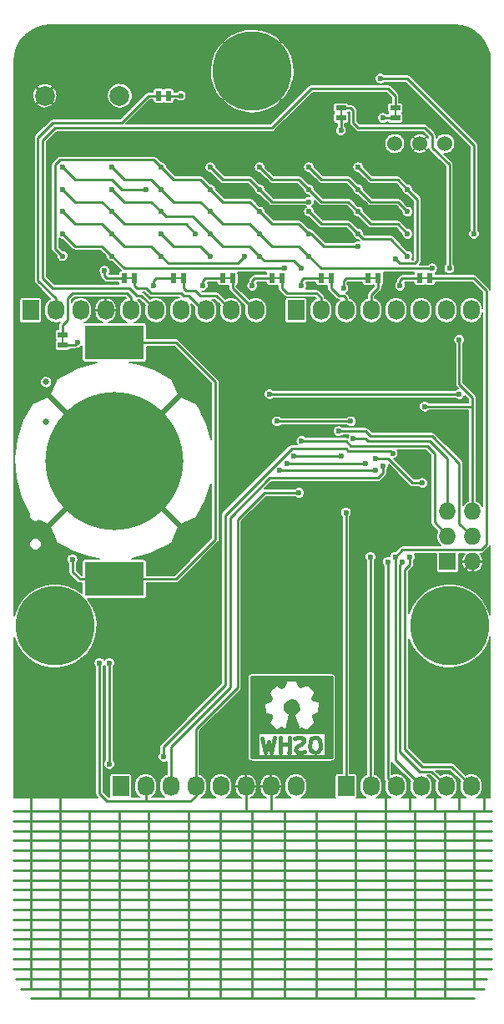
<source format=gbl>
G04 #@! TF.FileFunction,Copper,L2,Bot,Signal*
%FSLAX46Y46*%
G04 Gerber Fmt 4.6, Leading zero omitted, Abs format (unit mm)*
G04 Created by KiCad (PCBNEW 4.0.0-rc1-stable) date 8/9/2016 10:19:07 PM*
%MOMM*%
G01*
G04 APERTURE LIST*
%ADD10C,0.100000*%
%ADD11C,0.150000*%
%ADD12C,0.381000*%
%ADD13R,1.727200X2.032000*%
%ADD14O,1.727200X2.032000*%
%ADD15R,1.727200X1.727200*%
%ADD16O,1.727200X1.727200*%
%ADD17C,2.000000*%
%ADD18R,0.600000X1.000000*%
%ADD19R,1.000000X0.600000*%
%ADD20R,6.000000X3.500000*%
%ADD21C,14.000000*%
%ADD22C,8.000000*%
%ADD23C,0.700000*%
%ADD24C,1.524000*%
%ADD25C,0.650000*%
%ADD26C,0.600000*%
%ADD27C,0.250000*%
%ADD28C,0.152400*%
G04 APERTURE END LIST*
D10*
D11*
X62508000Y-76000000D02*
X61492000Y-76000000D01*
X67508000Y-76000000D02*
X66492000Y-76000000D01*
X72508000Y-76000000D02*
X71492000Y-76000000D01*
X77508000Y-76000000D02*
X76492000Y-76000000D01*
X82508000Y-76000000D02*
X81492000Y-76000000D01*
X87258000Y-76000000D02*
X86242000Y-76000000D01*
X92508000Y-76000000D02*
X91492000Y-76000000D01*
X64992000Y-57500000D02*
X66008000Y-57500000D01*
X55250000Y-81742000D02*
X55250000Y-82758000D01*
X83500000Y-58742000D02*
X83500000Y-59758000D01*
D12*
X78500000Y-120099440D02*
X79099440Y-121699640D01*
X78400940Y-120201040D02*
X77999620Y-121699640D01*
X78898780Y-119799720D02*
X78101220Y-119799720D01*
X77900560Y-119500000D02*
X78898780Y-119500000D01*
X78898780Y-119200280D02*
X78101220Y-119200280D01*
X82500500Y-121699640D02*
X80498980Y-121699640D01*
X80801240Y-121399920D02*
X82398900Y-121399920D01*
X82500500Y-121100200D02*
X80999360Y-121100200D01*
X80900300Y-120800480D02*
X82500500Y-120800480D01*
X82398900Y-120500760D02*
X80999360Y-120500760D01*
X81299080Y-120201040D02*
X82398900Y-120201040D01*
X82500500Y-119898780D02*
X81499740Y-119898780D01*
X81499740Y-119599060D02*
X82500500Y-119599060D01*
X82398900Y-119299340D02*
X81499740Y-119299340D01*
X81400680Y-118999620D02*
X82398900Y-118999620D01*
X82500500Y-118699900D02*
X80999360Y-118699900D01*
X80900300Y-118400180D02*
X82398900Y-118400180D01*
X82500500Y-118301120D02*
X81100960Y-118301120D01*
X80999360Y-117998860D02*
X82398900Y-117998860D01*
X82398900Y-117699140D02*
X80999360Y-117699140D01*
X80498980Y-117399420D02*
X82299840Y-117399420D01*
X82398900Y-117099700D02*
X79399160Y-117099700D01*
X79201040Y-116799980D02*
X82398900Y-116799980D01*
X77699900Y-116799980D02*
X74601100Y-116799980D01*
X74499500Y-117000640D02*
X77600840Y-117000640D01*
X76501020Y-117300360D02*
X74601100Y-117300360D01*
X74499500Y-117501020D02*
X76198760Y-117501020D01*
X76000640Y-117800740D02*
X74601100Y-117800740D01*
X74601100Y-118100460D02*
X75899040Y-118100460D01*
X76198760Y-118400180D02*
X74499500Y-118400180D01*
X74499500Y-118699900D02*
X76099700Y-118699900D01*
X75599320Y-118999620D02*
X74499500Y-118999620D01*
X74499500Y-119299340D02*
X75500260Y-119299340D01*
X75599320Y-119599060D02*
X74499500Y-119599060D01*
X74499500Y-119898780D02*
X75599320Y-119898780D01*
X75700920Y-120201040D02*
X74601100Y-120201040D01*
X74499500Y-120500760D02*
X76198760Y-120500760D01*
X76099700Y-120800480D02*
X74601100Y-120800480D01*
X76099700Y-121100200D02*
X74700160Y-121100200D01*
X74601100Y-121399920D02*
X76099700Y-121399920D01*
X76399420Y-121699640D02*
X74700160Y-121699640D01*
X78500000Y-121100200D02*
X78299340Y-121801240D01*
X78500000Y-121001140D02*
X78700660Y-121801240D01*
X74799220Y-121999360D02*
X74700160Y-124300600D01*
X82299840Y-121999360D02*
X82299840Y-124300600D01*
X82000120Y-121999360D02*
X82000120Y-124501260D01*
X74999880Y-121999360D02*
X74999880Y-124501260D01*
X82500500Y-121999360D02*
X74499500Y-121999360D01*
X78479680Y-120180720D02*
X78510160Y-120470280D01*
X78510160Y-120470280D02*
X77941200Y-121839340D01*
X77941200Y-121839340D02*
X77499240Y-121689480D01*
X77499240Y-121689480D02*
X77461140Y-121641220D01*
X77461140Y-121641220D02*
X77069980Y-121910460D01*
X77080140Y-121869820D02*
X76879480Y-121839340D01*
X76869320Y-121879980D02*
X76191140Y-121239900D01*
X76191140Y-121239900D02*
X76099700Y-121008760D01*
X76099700Y-121008760D02*
X76368940Y-120531240D01*
X76368940Y-120531240D02*
X76341000Y-120378840D01*
X76341000Y-120378840D02*
X75660280Y-120190880D01*
X75660280Y-120190880D02*
X75599320Y-119009780D01*
X75599320Y-119009780D02*
X76269880Y-118760860D01*
X76269880Y-118760860D02*
X76341000Y-118560200D01*
X76341000Y-118560200D02*
X76069220Y-118029340D01*
X76069220Y-118029340D02*
X76191140Y-117719460D01*
X76191140Y-117719460D02*
X76831220Y-117109860D01*
X76831220Y-117109860D02*
X77039500Y-117099700D01*
X77039500Y-117099700D02*
X77461140Y-117358780D01*
X77461140Y-117358780D02*
X77638940Y-117280040D01*
X77638940Y-117280040D02*
X77859920Y-116721240D01*
X77859920Y-116721240D02*
X77880240Y-116650120D01*
X77880240Y-116650120D02*
X79051180Y-116629800D01*
X79041020Y-116589160D02*
X79289940Y-117259720D01*
X79289940Y-117259720D02*
X79409320Y-117330840D01*
X79409320Y-117330840D02*
X80110360Y-117031120D01*
X80110360Y-117031120D02*
X80961260Y-117930280D01*
X80961260Y-117930280D02*
X80689480Y-118560200D01*
X80689480Y-118560200D02*
X80730120Y-118689740D01*
X80730120Y-118689740D02*
X81250820Y-118771020D01*
X81250820Y-118771020D02*
X81400680Y-118829440D01*
X81400680Y-118829440D02*
X81370200Y-120089280D01*
X81370200Y-120089280D02*
X80730120Y-120320420D01*
X80730120Y-120320420D02*
X80699640Y-120419480D01*
X80699640Y-120419480D02*
X80999360Y-121029080D01*
X80999360Y-121029080D02*
X80178940Y-121869820D01*
X80178940Y-121869820D02*
X80069720Y-121961260D01*
X80069720Y-121961260D02*
X79480440Y-121669160D01*
X79480440Y-121669160D02*
X79218820Y-121808860D01*
X79218820Y-121808860D02*
X78990220Y-121808860D01*
X78990220Y-121808860D02*
X78449200Y-120300100D01*
X78449200Y-120300100D02*
X78690500Y-119990220D01*
X78690500Y-119990220D02*
X78769240Y-120000380D01*
X78769240Y-120000380D02*
X78980060Y-119860680D01*
X78980060Y-119860680D02*
X79119760Y-119660020D01*
X79119760Y-119660020D02*
X79079120Y-119220600D01*
X79079120Y-119220600D02*
X78799720Y-118931040D01*
X78799720Y-118931040D02*
X78439040Y-118859920D01*
X78439040Y-118859920D02*
X78101220Y-118979300D01*
X78101220Y-118979300D02*
X77870080Y-119279020D01*
X77870080Y-119279020D02*
X77880240Y-119680340D01*
X77880240Y-119680340D02*
X77989460Y-119870840D01*
X77989460Y-119870840D02*
X78500000Y-120180720D01*
X82500500Y-116500260D02*
X74499500Y-116500260D01*
X74499500Y-116500260D02*
X74499500Y-124501260D01*
X74499500Y-124501260D02*
X82500500Y-124501260D01*
X82500500Y-124501260D02*
X82500500Y-116500260D01*
X76782960Y-122581020D02*
X76422280Y-124051680D01*
X76422280Y-124051680D02*
X76142880Y-122989960D01*
X76142880Y-122989960D02*
X75833000Y-124061840D01*
X75833000Y-124061840D02*
X75492640Y-122611500D01*
X78202820Y-123271900D02*
X77412880Y-123261740D01*
X77412880Y-123261740D02*
X77402720Y-123271900D01*
X77402720Y-123271900D02*
X77402720Y-123261740D01*
X77362080Y-122550540D02*
X77362080Y-124092320D01*
X78251080Y-122540380D02*
X78251080Y-124110100D01*
X78251080Y-124110100D02*
X78240920Y-124099940D01*
X78802260Y-122641980D02*
X79152780Y-122560700D01*
X79152780Y-122560700D02*
X79472820Y-122550540D01*
X79472820Y-122550540D02*
X79711580Y-122751200D01*
X79711580Y-122751200D02*
X79742060Y-123020440D01*
X79742060Y-123020440D02*
X79500760Y-123261740D01*
X79500760Y-123261740D02*
X79112140Y-123391280D01*
X79112140Y-123391280D02*
X78931800Y-123551300D01*
X78931800Y-123551300D02*
X78891160Y-123851020D01*
X78891160Y-123851020D02*
X79122300Y-124072000D01*
X79122300Y-124072000D02*
X79442340Y-124099940D01*
X79442340Y-124099940D02*
X79792860Y-123990720D01*
X80831720Y-122540380D02*
X81080640Y-122560700D01*
X81080640Y-122560700D02*
X81321940Y-122802000D01*
X81321940Y-122802000D02*
X81410840Y-123292220D01*
X81410840Y-123292220D02*
X81382900Y-123640200D01*
X81382900Y-123640200D02*
X81182240Y-123960240D01*
X81182240Y-123960240D02*
X80930780Y-124082160D01*
X80930780Y-124082160D02*
X80620900Y-124011040D01*
X80620900Y-124011040D02*
X80402460Y-123830700D01*
X80402460Y-123830700D02*
X80331340Y-123370960D01*
X80331340Y-123370960D02*
X80382140Y-122962020D01*
X80382140Y-122962020D02*
X80491360Y-122680080D01*
X80491360Y-122680080D02*
X80852040Y-122550540D01*
D11*
X89000000Y-58742000D02*
X89000000Y-59758000D01*
D13*
X61144000Y-127500000D03*
D14*
X63684000Y-127500000D03*
X66224000Y-127500000D03*
X68764000Y-127500000D03*
X71304000Y-127500000D03*
X73844000Y-127500000D03*
X76384000Y-127500000D03*
X78924000Y-127500000D03*
D13*
X84004000Y-127500000D03*
D14*
X86544000Y-127500000D03*
X89084000Y-127500000D03*
X91624000Y-127500000D03*
X94164000Y-127500000D03*
X96704000Y-127500000D03*
D13*
X52000000Y-79240000D03*
D14*
X54540000Y-79240000D03*
X57080000Y-79240000D03*
X59620000Y-79240000D03*
X62160000Y-79240000D03*
X64700000Y-79240000D03*
X67240000Y-79240000D03*
X69780000Y-79240000D03*
X72320000Y-79240000D03*
X74860000Y-79240000D03*
D13*
X78924000Y-79240000D03*
D14*
X81464000Y-79240000D03*
X84004000Y-79240000D03*
X86544000Y-79240000D03*
X89084000Y-79240000D03*
X91624000Y-79240000D03*
X94164000Y-79240000D03*
X96704000Y-79240000D03*
D15*
X94304513Y-104730013D03*
D16*
X96844513Y-104730013D03*
X94304513Y-102190013D03*
X96844513Y-102190013D03*
X94304513Y-99650013D03*
X96844513Y-99650013D03*
D17*
X61049840Y-57500000D03*
X53450160Y-57500000D03*
D18*
X62500000Y-76000000D03*
X61500000Y-76000000D03*
X67500000Y-76000000D03*
X66500000Y-76000000D03*
X72500000Y-76000000D03*
X71500000Y-76000000D03*
X77500000Y-76000000D03*
X76500000Y-76000000D03*
X82500000Y-76000000D03*
X81500000Y-76000000D03*
X87250000Y-76000000D03*
X86250000Y-76000000D03*
X92500000Y-76000000D03*
X91500000Y-76000000D03*
X65000000Y-57500000D03*
X66000000Y-57500000D03*
D19*
X55250000Y-81750000D03*
X55250000Y-82750000D03*
X83500000Y-58750000D03*
X83500000Y-59750000D03*
D20*
X60500000Y-82500000D03*
D21*
X60500000Y-94500000D03*
D20*
X60500000Y-106500000D03*
D22*
X94500000Y-111250000D03*
D23*
X97500000Y-111250000D03*
X96621320Y-113371320D03*
X94500000Y-114250000D03*
X92378680Y-113371320D03*
X91500000Y-111250000D03*
X92378680Y-109128680D03*
X94500000Y-108250000D03*
X96621320Y-109128680D03*
D22*
X54500000Y-111250000D03*
D23*
X57500000Y-111250000D03*
X56621320Y-113371320D03*
X54500000Y-114250000D03*
X52378680Y-113371320D03*
X51500000Y-111250000D03*
X52378680Y-109128680D03*
X54500000Y-108250000D03*
X56621320Y-109128680D03*
D22*
X74500000Y-55000000D03*
D23*
X77500000Y-55000000D03*
X76621320Y-57121320D03*
X74500000Y-58000000D03*
X72378680Y-57121320D03*
X71500000Y-55000000D03*
X72378680Y-52878680D03*
X74500000Y-52000000D03*
X76621320Y-52878680D03*
D19*
X89000000Y-58750000D03*
X89000000Y-59750000D03*
D24*
X88960000Y-62350000D03*
X91500000Y-62350000D03*
X94040000Y-62350000D03*
D25*
X53585000Y-86519000D03*
X53585000Y-90519000D03*
D26*
X78750000Y-94000000D03*
X83500000Y-94000000D03*
X85500000Y-104250000D03*
X82000000Y-98500000D03*
X91000000Y-105500000D03*
X91000000Y-106500000D03*
X92000000Y-105500000D03*
X91500000Y-84750000D03*
X84500000Y-82250000D03*
X91250000Y-89750000D03*
X86850000Y-91350000D03*
X79250000Y-97750000D03*
X87000000Y-94250000D03*
X91750000Y-96750000D03*
X59000000Y-115000000D03*
X92000000Y-89000000D03*
X95500000Y-82250000D03*
X97000000Y-71500000D03*
X87500000Y-55750000D03*
X60000000Y-115000000D03*
X60000000Y-125250000D03*
X80250000Y-64750000D03*
X90250000Y-69250000D03*
X55250000Y-64750000D03*
X63750000Y-67000000D03*
X65250000Y-71500000D03*
X70250000Y-73750000D03*
X85250000Y-67000000D03*
X89000000Y-74000000D03*
X79500000Y-75000000D03*
X85250000Y-64750000D03*
X70250000Y-71500000D03*
X60250000Y-67000000D03*
X90250000Y-67000000D03*
X75250000Y-73750000D03*
X65250000Y-69250000D03*
X75250000Y-64750000D03*
X90250000Y-71500000D03*
X68750000Y-71500000D03*
X55250000Y-67000000D03*
X60250000Y-69250000D03*
X85250000Y-69250000D03*
X80250000Y-67000000D03*
X80250000Y-69250000D03*
X90250000Y-73750000D03*
X73750000Y-73750000D03*
X55250000Y-69250000D03*
X85250000Y-71500000D03*
X65250000Y-73750000D03*
X60250000Y-71500000D03*
X80250000Y-68250000D03*
X70250000Y-64750000D03*
X77750000Y-75000000D03*
X55250000Y-71500000D03*
X60250000Y-73750000D03*
X75250000Y-67000000D03*
X85250000Y-72750000D03*
X55250000Y-73750000D03*
X80250000Y-71500000D03*
X75250000Y-69250000D03*
X70250000Y-67000000D03*
X65250000Y-64750000D03*
X92750000Y-75000000D03*
X60250000Y-64750000D03*
X80250000Y-73750000D03*
X75250000Y-71500000D03*
X70250000Y-69250000D03*
X65250000Y-67000000D03*
X87750000Y-95000000D03*
X84000000Y-99750000D03*
X86500000Y-104250000D03*
X88250000Y-104750000D03*
X89000000Y-104250000D03*
X89750000Y-104750000D03*
X86000000Y-94750000D03*
X78000000Y-94750000D03*
X90500000Y-104250000D03*
X77250000Y-95500000D03*
X87000000Y-95500000D03*
X79500000Y-92500000D03*
X84750000Y-92250000D03*
X83250000Y-91500000D03*
X84500000Y-90500000D03*
X77000000Y-90500000D03*
X94500000Y-75000000D03*
X76250000Y-87750000D03*
X95500000Y-87750000D03*
X65500000Y-124500000D03*
X88750000Y-93750000D03*
X59500000Y-75250000D03*
X64500000Y-76750000D03*
X69500000Y-76750000D03*
X74500000Y-76750000D03*
X79500000Y-76750000D03*
X83750000Y-77000000D03*
X89500000Y-76750000D03*
X67250000Y-57500000D03*
X56750000Y-82500000D03*
X83500000Y-61000000D03*
X56250000Y-104500000D03*
X87750000Y-59750000D03*
D27*
X76500000Y-147000000D02*
X50500000Y-147000000D01*
X76500000Y-146000000D02*
X50250000Y-146000000D01*
X76500000Y-145000000D02*
X50250000Y-145000000D01*
X76500000Y-144000000D02*
X50250000Y-144000000D01*
X76500000Y-143000000D02*
X50250000Y-143000000D01*
X76500000Y-142000000D02*
X50250000Y-142000000D01*
X76500000Y-141000000D02*
X50250000Y-141000000D01*
X76500000Y-140000000D02*
X50250000Y-140000000D01*
X76500000Y-139000000D02*
X50250000Y-139000000D01*
X76500000Y-138000000D02*
X50250000Y-138000000D01*
X76500000Y-137000000D02*
X50250000Y-137000000D01*
X76500000Y-136000000D02*
X50250000Y-136000000D01*
X76500000Y-135000000D02*
X50250000Y-135000000D01*
X76500000Y-134000000D02*
X50250000Y-134000000D01*
X76500000Y-133000000D02*
X50250000Y-133000000D01*
X76500000Y-132000000D02*
X50250000Y-132000000D01*
X76500000Y-131000000D02*
X50250000Y-131000000D01*
X76500000Y-147000000D02*
X98250000Y-147000000D01*
X76500000Y-146000000D02*
X98750000Y-146000000D01*
X76500000Y-145000000D02*
X98750000Y-145000000D01*
X76500000Y-144000000D02*
X98750000Y-144000000D01*
X76500000Y-143000000D02*
X98750000Y-143000000D01*
X76500000Y-142000000D02*
X98750000Y-142000000D01*
X76500000Y-141000000D02*
X98750000Y-141000000D01*
X76500000Y-140000000D02*
X98750000Y-140000000D01*
X76500000Y-139000000D02*
X98750000Y-139000000D01*
X76500000Y-138000000D02*
X98750000Y-138000000D01*
X76500000Y-137000000D02*
X98750000Y-137000000D01*
X76500000Y-136000000D02*
X98750000Y-136000000D01*
X76500000Y-135000000D02*
X98750000Y-135000000D01*
X76500000Y-134000000D02*
X98750000Y-134000000D01*
X76500000Y-133000000D02*
X98750000Y-133000000D01*
X76500000Y-132000000D02*
X98750000Y-132000000D01*
X76500000Y-131000000D02*
X98750000Y-131000000D01*
X78750000Y-94000000D02*
X83500000Y-94000000D01*
X92000000Y-105500000D02*
X91000000Y-105500000D01*
X95074526Y-106500000D02*
X96844513Y-104730013D01*
X95074526Y-106500000D02*
X91000000Y-106500000D01*
X52000000Y-130000000D02*
X52000000Y-128500000D01*
X55000000Y-130000000D02*
X55000000Y-128500000D01*
X95500000Y-130000000D02*
X95500000Y-128500000D01*
X90500000Y-130000000D02*
X90500000Y-128500000D01*
X93000000Y-130000000D02*
X93000000Y-128500000D01*
X88000000Y-130000000D02*
X88000000Y-128500000D01*
X98000000Y-130000000D02*
X98000000Y-128500000D01*
X76384000Y-127500000D02*
X76384000Y-130000000D01*
X76384000Y-130000000D02*
X76500000Y-130000000D01*
X73844000Y-127500000D02*
X73844000Y-130000000D01*
X73844000Y-130000000D02*
X73750000Y-130000000D01*
X77750000Y-149000000D02*
X77750000Y-130000000D01*
X71250000Y-149000000D02*
X71250000Y-130000000D01*
X74500000Y-149000000D02*
X74500000Y-130000000D01*
X88000000Y-149000000D02*
X88000000Y-130000000D01*
X94000000Y-130000000D02*
X94000000Y-149000000D01*
X91000000Y-149000000D02*
X91000000Y-130000000D01*
X61000000Y-130000000D02*
X61000000Y-149000000D01*
X55000000Y-149000000D02*
X55000000Y-130000000D01*
X58000000Y-149000000D02*
X58000000Y-130000000D01*
X97000000Y-130000000D02*
X97000000Y-148000000D01*
X85000000Y-149000000D02*
X85000000Y-130000000D01*
X52000000Y-130000000D02*
X52000000Y-148000000D01*
X81000000Y-149000000D02*
X81000000Y-130000000D01*
X64000000Y-149000000D02*
X64000000Y-130000000D01*
X68000000Y-149000000D02*
X68000000Y-130000000D01*
X76500000Y-149000000D02*
X74500000Y-149000000D01*
X74500000Y-149000000D02*
X71500000Y-149000000D01*
X71500000Y-149000000D02*
X71250000Y-149000000D01*
X71250000Y-149000000D02*
X68000000Y-149000000D01*
X68000000Y-149000000D02*
X64000000Y-149000000D01*
X64000000Y-149000000D02*
X61000000Y-149000000D01*
X61000000Y-149000000D02*
X58000000Y-149000000D01*
X58000000Y-149000000D02*
X55000000Y-149000000D01*
X55000000Y-149000000D02*
X52000000Y-149000000D01*
X76500000Y-148000000D02*
X52000000Y-148000000D01*
X52000000Y-148000000D02*
X51000000Y-148000000D01*
X76500000Y-149000000D02*
X77750000Y-149000000D01*
X77750000Y-149000000D02*
X81000000Y-149000000D01*
X81000000Y-149000000D02*
X85000000Y-149000000D01*
X85000000Y-149000000D02*
X88000000Y-149000000D01*
X88000000Y-149000000D02*
X91000000Y-149000000D01*
X91000000Y-149000000D02*
X94000000Y-149000000D01*
X94000000Y-149000000D02*
X97000000Y-149000000D01*
X76500000Y-148000000D02*
X97000000Y-148000000D01*
X97000000Y-148000000D02*
X98000000Y-148000000D01*
X76500000Y-130000000D02*
X74500000Y-130000000D01*
X74500000Y-130000000D02*
X73750000Y-130000000D01*
X73750000Y-130000000D02*
X71500000Y-130000000D01*
X71500000Y-130000000D02*
X71250000Y-130000000D01*
X71250000Y-130000000D02*
X68000000Y-130000000D01*
X68000000Y-130000000D02*
X64000000Y-130000000D01*
X64000000Y-130000000D02*
X61000000Y-130000000D01*
X61000000Y-130000000D02*
X58000000Y-130000000D01*
X58000000Y-130000000D02*
X55000000Y-130000000D01*
X55000000Y-130000000D02*
X52000000Y-130000000D01*
X52000000Y-130000000D02*
X50250000Y-130000000D01*
X76500000Y-130000000D02*
X77750000Y-130000000D01*
X77750000Y-130000000D02*
X81000000Y-130000000D01*
X81000000Y-130000000D02*
X85000000Y-130000000D01*
X85000000Y-130000000D02*
X88000000Y-130000000D01*
X88000000Y-130000000D02*
X90500000Y-130000000D01*
X90500000Y-130000000D02*
X91000000Y-130000000D01*
X91000000Y-130000000D02*
X93000000Y-130000000D01*
X93000000Y-130000000D02*
X94000000Y-130000000D01*
X94000000Y-130000000D02*
X95500000Y-130000000D01*
X95500000Y-130000000D02*
X97000000Y-130000000D01*
X97000000Y-130000000D02*
X98000000Y-130000000D01*
X98000000Y-130000000D02*
X98750000Y-130000000D01*
X76500000Y-149000000D02*
X76500000Y-149000000D01*
X73000000Y-100500000D02*
X75750000Y-97750000D01*
X75750000Y-97750000D02*
X79250000Y-97750000D01*
X73000000Y-100500000D02*
X73000000Y-117500000D01*
X73000000Y-117500000D02*
X68764000Y-121736000D01*
X68764000Y-127500000D02*
X68764000Y-121736000D01*
X87000000Y-94250000D02*
X88250000Y-94250000D01*
X90750000Y-96750000D02*
X91750000Y-96750000D01*
X90750000Y-96750000D02*
X88250000Y-94250000D01*
X59000000Y-128250000D02*
X59750000Y-129000000D01*
X59000000Y-115000000D02*
X59000000Y-128250000D01*
X63500000Y-129000000D02*
X59750000Y-129000000D01*
X96844513Y-89000000D02*
X92000000Y-89000000D01*
X96844513Y-89000000D02*
X96750000Y-89000000D01*
X96750000Y-89000000D02*
X96844513Y-89000000D01*
X96844513Y-99650013D02*
X96844513Y-89000000D01*
X96844513Y-89000000D02*
X96844513Y-88094513D01*
X95500000Y-82250000D02*
X95500000Y-86750000D01*
X95500000Y-86750000D02*
X96750000Y-88000000D01*
X96844513Y-88094513D02*
X96750000Y-88000000D01*
X97000000Y-62500000D02*
X97000000Y-71500000D01*
X90250000Y-55750000D02*
X97000000Y-62500000D01*
X87500000Y-55750000D02*
X90250000Y-55750000D01*
X63684000Y-127500000D02*
X63684000Y-129000000D01*
X63684000Y-129000000D02*
X63500000Y-129000000D01*
X68250000Y-129000000D02*
X63500000Y-129000000D01*
X68764000Y-128486000D02*
X68250000Y-129000000D01*
X68764000Y-128486000D02*
X68764000Y-127500000D01*
X60000000Y-115000000D02*
X60000000Y-125250000D01*
X84250000Y-66000000D02*
X81500000Y-66000000D01*
X80250000Y-64750000D02*
X81500000Y-66000000D01*
X84250000Y-66000000D02*
X85250000Y-67000000D01*
X86500000Y-68250000D02*
X89250000Y-68250000D01*
X86500000Y-68250000D02*
X85250000Y-67000000D01*
X89250000Y-68250000D02*
X90250000Y-69250000D01*
X56500000Y-66000000D02*
X60250000Y-66000000D01*
X56500000Y-66000000D02*
X55250000Y-64750000D01*
X61250000Y-67000000D02*
X63750000Y-67000000D01*
X60250000Y-66000000D02*
X61250000Y-67000000D01*
X69250000Y-72750000D02*
X66500000Y-72750000D01*
X65250000Y-71500000D02*
X66500000Y-72750000D01*
X69250000Y-72750000D02*
X70250000Y-73750000D01*
X91250000Y-68000000D02*
X91250000Y-74250000D01*
X91250000Y-74250000D02*
X91000000Y-74500000D01*
X91000000Y-74500000D02*
X89500000Y-74500000D01*
X89500000Y-74500000D02*
X89000000Y-74000000D01*
X90250000Y-67000000D02*
X91250000Y-68000000D01*
X78750000Y-74250000D02*
X79500000Y-75000000D01*
X75750000Y-74250000D02*
X75250000Y-73750000D01*
X75750000Y-74250000D02*
X78750000Y-74250000D01*
X89250000Y-66000000D02*
X86500000Y-66000000D01*
X85250000Y-64750000D02*
X86500000Y-66000000D01*
X90250000Y-67000000D02*
X89250000Y-66000000D01*
X65750000Y-69750000D02*
X68500000Y-69750000D01*
X65250000Y-69250000D02*
X65750000Y-69750000D01*
X68500000Y-69750000D02*
X70250000Y-71500000D01*
X74250000Y-72750000D02*
X71500000Y-72750000D01*
X71500000Y-72750000D02*
X70250000Y-71500000D01*
X74250000Y-72750000D02*
X75250000Y-73750000D01*
X64250000Y-68250000D02*
X61500000Y-68250000D01*
X60250000Y-67000000D02*
X61500000Y-68250000D01*
X65250000Y-69250000D02*
X64250000Y-68250000D01*
X79250000Y-66000000D02*
X76500000Y-66000000D01*
X75250000Y-64750000D02*
X76500000Y-66000000D01*
X80250000Y-67000000D02*
X79250000Y-66000000D01*
X81500000Y-68250000D02*
X84250000Y-68250000D01*
X85250000Y-69250000D02*
X84250000Y-68250000D01*
X81500000Y-68250000D02*
X80250000Y-67000000D01*
X89250000Y-70500000D02*
X86500000Y-70500000D01*
X89250000Y-70500000D02*
X90250000Y-71500000D01*
X86500000Y-70500000D02*
X85250000Y-69250000D01*
X61500000Y-70500000D02*
X67750000Y-70500000D01*
X60250000Y-69250000D02*
X61500000Y-70500000D01*
X67750000Y-70500000D02*
X68750000Y-71500000D01*
X59250000Y-68250000D02*
X56500000Y-68250000D01*
X60250000Y-69250000D02*
X59250000Y-68250000D01*
X55250000Y-67000000D02*
X56500000Y-68250000D01*
X84250000Y-70500000D02*
X81500000Y-70500000D01*
X80250000Y-69250000D02*
X81500000Y-70500000D01*
X84250000Y-70500000D02*
X85250000Y-71500000D01*
X85750000Y-72000000D02*
X88500000Y-72000000D01*
X85750000Y-72000000D02*
X85250000Y-71500000D01*
X88500000Y-72000000D02*
X90250000Y-73750000D01*
X66000000Y-74500000D02*
X73000000Y-74500000D01*
X65250000Y-73750000D02*
X66000000Y-74500000D01*
X73000000Y-74500000D02*
X73750000Y-73750000D01*
X61500000Y-72750000D02*
X64250000Y-72750000D01*
X65250000Y-73750000D02*
X64250000Y-72750000D01*
X61500000Y-72750000D02*
X60250000Y-71500000D01*
X59250000Y-70500000D02*
X56500000Y-70500000D01*
X55250000Y-69250000D02*
X56500000Y-70500000D01*
X60250000Y-71500000D02*
X59250000Y-70500000D01*
X80250000Y-68250000D02*
X76500000Y-68250000D01*
X76500000Y-68250000D02*
X75250000Y-67000000D01*
X71500000Y-66000000D02*
X74250000Y-66000000D01*
X74250000Y-66000000D02*
X75250000Y-67000000D01*
X70250000Y-64750000D02*
X71500000Y-66000000D01*
X77750000Y-75000000D02*
X61500000Y-75000000D01*
X61500000Y-75000000D02*
X60250000Y-73750000D01*
X56500000Y-72750000D02*
X59250000Y-72750000D01*
X60250000Y-73750000D02*
X59250000Y-72750000D01*
X55250000Y-71500000D02*
X56500000Y-72750000D01*
X85250000Y-72750000D02*
X81750000Y-72750000D01*
X80500000Y-71500000D02*
X81750000Y-72750000D01*
X80500000Y-71500000D02*
X80250000Y-71500000D01*
X76500000Y-70500000D02*
X79250000Y-70500000D01*
X80250000Y-71500000D02*
X79250000Y-70500000D01*
X76500000Y-70500000D02*
X75250000Y-69250000D01*
X69250000Y-66000000D02*
X66500000Y-66000000D01*
X65250000Y-64750000D02*
X66500000Y-66000000D01*
X69250000Y-66000000D02*
X70250000Y-67000000D01*
X74250000Y-68250000D02*
X71500000Y-68250000D01*
X70250000Y-67000000D02*
X71500000Y-68250000D01*
X74250000Y-68250000D02*
X75250000Y-69250000D01*
X64500000Y-64000000D02*
X55000000Y-64000000D01*
X55250000Y-73750000D02*
X54500000Y-73000000D01*
X54500000Y-73000000D02*
X54500000Y-64500000D01*
X54500000Y-64500000D02*
X55000000Y-64000000D01*
X65250000Y-64750000D02*
X64500000Y-64000000D01*
X76500000Y-72750000D02*
X79250000Y-72750000D01*
X80250000Y-73750000D02*
X79250000Y-72750000D01*
X76500000Y-72750000D02*
X75250000Y-71500000D01*
X92750000Y-75000000D02*
X81500000Y-75000000D01*
X81500000Y-75000000D02*
X80250000Y-73750000D01*
X66500000Y-68250000D02*
X69250000Y-68250000D01*
X70250000Y-69250000D02*
X69250000Y-68250000D01*
X66500000Y-68250000D02*
X65250000Y-67000000D01*
X71500000Y-70500000D02*
X74250000Y-70500000D01*
X74250000Y-70500000D02*
X75250000Y-71500000D01*
X70250000Y-69250000D02*
X71500000Y-70500000D01*
X61500000Y-66000000D02*
X64250000Y-66000000D01*
X65250000Y-67000000D02*
X64250000Y-66000000D01*
X60250000Y-64750000D02*
X61500000Y-66000000D01*
X72250000Y-117500000D02*
X66224000Y-123526000D01*
X87750000Y-95750000D02*
X87250000Y-96250000D01*
X87250000Y-96250000D02*
X76250000Y-96250000D01*
X87750000Y-95000000D02*
X87750000Y-95750000D01*
X72250000Y-117500000D02*
X72250000Y-100250000D01*
X76250000Y-96250000D02*
X72250000Y-100250000D01*
X66224000Y-123526000D02*
X66224000Y-127500000D01*
X84000000Y-99750000D02*
X84000000Y-127496000D01*
X84000000Y-127496000D02*
X84004000Y-127500000D01*
X86500000Y-104250000D02*
X86500000Y-127456000D01*
X86500000Y-127456000D02*
X86544000Y-127500000D01*
X88250000Y-126666000D02*
X89084000Y-127500000D01*
X88250000Y-104750000D02*
X88250000Y-126666000D01*
X89000000Y-104250000D02*
X89000000Y-112000000D01*
X89000000Y-124876000D02*
X91624000Y-127500000D01*
X89000000Y-112000000D02*
X89000000Y-124876000D01*
X89000000Y-112000000D02*
X89000000Y-112000000D01*
X92500000Y-76000000D02*
X97000000Y-76000000D01*
X89750000Y-103500000D02*
X89000000Y-104250000D01*
X97750000Y-103500000D02*
X89750000Y-103500000D01*
X98250000Y-103000000D02*
X97750000Y-103500000D01*
X98250000Y-77250000D02*
X98250000Y-103000000D01*
X98000000Y-77000000D02*
X98250000Y-77250000D01*
X97000000Y-76000000D02*
X98000000Y-77000000D01*
X89750000Y-104750000D02*
X89500000Y-105000000D01*
X89750000Y-124250000D02*
X91500000Y-126000000D01*
X91500000Y-126000000D02*
X92664000Y-126000000D01*
X94164000Y-127500000D02*
X92664000Y-126000000D01*
X89500000Y-124000000D02*
X89750000Y-124250000D01*
X89500000Y-105000000D02*
X89500000Y-124000000D01*
X54540000Y-79240000D02*
X54540000Y-78040000D01*
X64000000Y-57500000D02*
X65000000Y-57500000D01*
X61250000Y-60250000D02*
X64000000Y-57500000D01*
X54250000Y-60250000D02*
X61250000Y-60250000D01*
X52750000Y-61750000D02*
X54250000Y-60250000D01*
X52750000Y-76250000D02*
X52750000Y-61750000D01*
X54540000Y-78040000D02*
X52750000Y-76250000D01*
X78000000Y-94750000D02*
X86000000Y-94750000D01*
X94704000Y-125500000D02*
X96704000Y-127500000D01*
X91750000Y-125500000D02*
X94704000Y-125500000D01*
X90000000Y-123750000D02*
X91750000Y-125500000D01*
X90000000Y-105500000D02*
X90000000Y-123750000D01*
X90500000Y-105000000D02*
X90000000Y-105500000D01*
X90500000Y-104250000D02*
X90500000Y-105000000D01*
X77250000Y-95500000D02*
X87000000Y-95500000D01*
X79500000Y-92500000D02*
X84000000Y-92500000D01*
X93000000Y-100750000D02*
X93000000Y-93750000D01*
X94304513Y-102054513D02*
X93000000Y-100750000D01*
X92250000Y-93000000D02*
X93000000Y-93750000D01*
X84500000Y-93000000D02*
X92250000Y-93000000D01*
X84000000Y-92500000D02*
X84500000Y-93000000D01*
X62160000Y-79240000D02*
X62160000Y-77910000D01*
X55250000Y-80750000D02*
X55250000Y-81750000D01*
X55750000Y-80250000D02*
X55250000Y-80750000D01*
X55750000Y-78000000D02*
X55750000Y-80250000D01*
X56250000Y-77500000D02*
X55750000Y-78000000D01*
X61750000Y-77500000D02*
X56250000Y-77500000D01*
X62160000Y-77910000D02*
X61750000Y-77500000D01*
X94304513Y-102190013D02*
X94304513Y-102054513D01*
X84750000Y-92250000D02*
X86000000Y-92250000D01*
X86000000Y-92250000D02*
X86250000Y-92500000D01*
X86250000Y-92500000D02*
X92500000Y-92500000D01*
X94304513Y-94304513D02*
X94304513Y-99650013D01*
X94304513Y-94304513D02*
X92500000Y-92500000D01*
X62770000Y-77770000D02*
X62000000Y-77000000D01*
X89000000Y-57500000D02*
X88250000Y-56750000D01*
X88250000Y-56750000D02*
X80500000Y-56750000D01*
X80500000Y-56750000D02*
X76500000Y-60750000D01*
X76500000Y-60750000D02*
X54500000Y-60750000D01*
X54500000Y-60750000D02*
X53250000Y-62000000D01*
X53250000Y-62000000D02*
X53250000Y-76000000D01*
X89000000Y-58750000D02*
X89000000Y-57500000D01*
X62770000Y-77770000D02*
X63230000Y-77770000D01*
X54250000Y-77000000D02*
X53250000Y-76000000D01*
X62000000Y-77000000D02*
X54250000Y-77000000D01*
X63210000Y-77750000D02*
X63230000Y-77770000D01*
X63230000Y-77770000D02*
X64700000Y-79240000D01*
X86000000Y-91500000D02*
X86500000Y-92000000D01*
X86500000Y-92000000D02*
X92750000Y-92000000D01*
X95500000Y-100845500D02*
X95500000Y-94750000D01*
X95500000Y-94750000D02*
X92750000Y-92000000D01*
X95500000Y-100845500D02*
X96844513Y-102190013D01*
X83250000Y-91500000D02*
X86000000Y-91500000D01*
X63750000Y-77000000D02*
X62750000Y-77000000D01*
X67500000Y-77750000D02*
X67250000Y-77500000D01*
X67250000Y-77500000D02*
X64250000Y-77500000D01*
X64250000Y-77500000D02*
X63750000Y-77000000D01*
X69490000Y-79240000D02*
X68000000Y-77750000D01*
X68000000Y-77750000D02*
X67500000Y-77750000D01*
X62500000Y-76750000D02*
X62500000Y-76000000D01*
X62750000Y-77000000D02*
X62500000Y-76750000D01*
X69490000Y-79240000D02*
X69780000Y-79240000D01*
X67500000Y-76000000D02*
X67500000Y-77000000D01*
X70830000Y-77750000D02*
X72320000Y-79240000D01*
X69250000Y-77750000D02*
X70830000Y-77750000D01*
X68750000Y-77250000D02*
X69250000Y-77750000D01*
X67750000Y-77250000D02*
X68750000Y-77250000D01*
X67500000Y-77000000D02*
X67750000Y-77250000D01*
X72500000Y-76000000D02*
X72500000Y-77000000D01*
X72500000Y-77000000D02*
X74740000Y-79240000D01*
X74740000Y-79240000D02*
X74860000Y-79240000D01*
X77000000Y-90500000D02*
X84500000Y-90500000D01*
X77500000Y-76000000D02*
X77500000Y-77000000D01*
X81464000Y-77964000D02*
X81464000Y-79240000D01*
X81000000Y-77500000D02*
X81464000Y-77964000D01*
X78000000Y-77500000D02*
X81000000Y-77500000D01*
X77500000Y-77000000D02*
X78000000Y-77500000D01*
X82500000Y-76000000D02*
X82500000Y-77000000D01*
X84004000Y-78004000D02*
X84004000Y-79240000D01*
X83750000Y-77750000D02*
X84004000Y-78004000D01*
X83250000Y-77750000D02*
X83750000Y-77750000D01*
X82500000Y-77000000D02*
X83250000Y-77750000D01*
X87250000Y-76000000D02*
X87250000Y-77000000D01*
X86544000Y-77706000D02*
X86544000Y-79240000D01*
X87250000Y-77000000D02*
X86544000Y-77706000D01*
X84500000Y-58750000D02*
X83500000Y-58750000D01*
X84750000Y-59000000D02*
X84500000Y-58750000D01*
X84750000Y-60250000D02*
X84750000Y-59000000D01*
X85250000Y-60750000D02*
X84750000Y-60250000D01*
X92000000Y-60750000D02*
X85250000Y-60750000D01*
X92750000Y-61500000D02*
X92000000Y-60750000D01*
X92750000Y-62750000D02*
X92750000Y-61500000D01*
X94500000Y-64500000D02*
X92750000Y-62750000D01*
X94500000Y-75000000D02*
X94500000Y-64500000D01*
X95500000Y-87750000D02*
X76250000Y-87750000D01*
X78500000Y-93250000D02*
X71750000Y-100000000D01*
X71750000Y-100000000D02*
X71750000Y-117250000D01*
X71750000Y-117250000D02*
X65500000Y-123500000D01*
X65500000Y-123500000D02*
X65500000Y-124500000D01*
X84000000Y-93250000D02*
X78500000Y-93250000D01*
X84250000Y-93500000D02*
X84000000Y-93250000D01*
X85250000Y-93500000D02*
X84250000Y-93500000D01*
X88500000Y-93500000D02*
X85250000Y-93500000D01*
X88750000Y-93750000D02*
X88500000Y-93500000D01*
X61500000Y-76000000D02*
X59750000Y-76000000D01*
X59500000Y-75750000D02*
X59500000Y-75250000D01*
X59750000Y-76000000D02*
X59500000Y-75750000D01*
X66500000Y-76000000D02*
X64750000Y-76000000D01*
X64500000Y-76250000D02*
X64500000Y-76750000D01*
X64750000Y-76000000D02*
X64500000Y-76250000D01*
X71500000Y-76000000D02*
X69750000Y-76000000D01*
X69500000Y-76250000D02*
X69500000Y-76750000D01*
X69750000Y-76000000D02*
X69500000Y-76250000D01*
X76500000Y-76000000D02*
X74750000Y-76000000D01*
X74500000Y-76250000D02*
X74500000Y-76750000D01*
X74750000Y-76000000D02*
X74500000Y-76250000D01*
X81500000Y-76000000D02*
X79750000Y-76000000D01*
X79500000Y-76250000D02*
X79500000Y-76750000D01*
X79750000Y-76000000D02*
X79500000Y-76250000D01*
X86250000Y-76000000D02*
X84000000Y-76000000D01*
X83750000Y-76250000D02*
X83750000Y-77000000D01*
X84000000Y-76000000D02*
X83750000Y-76250000D01*
X91500000Y-76000000D02*
X89750000Y-76000000D01*
X89500000Y-76250000D02*
X89500000Y-76750000D01*
X89750000Y-76000000D02*
X89500000Y-76250000D01*
X66000000Y-57500000D02*
X67250000Y-57500000D01*
X55250000Y-82750000D02*
X56500000Y-82750000D01*
X56500000Y-82750000D02*
X56750000Y-82500000D01*
X83500000Y-59750000D02*
X83500000Y-61000000D01*
X56250000Y-105750000D02*
X56250000Y-104500000D01*
X57000000Y-106500000D02*
X56250000Y-105750000D01*
X57000000Y-106500000D02*
X60500000Y-106500000D01*
X60500000Y-82500000D02*
X66750000Y-82500000D01*
X66750000Y-106500000D02*
X60500000Y-106500000D01*
X70750000Y-102500000D02*
X66750000Y-106500000D01*
X70750000Y-86500000D02*
X70750000Y-102500000D01*
X66750000Y-82500000D02*
X70750000Y-86500000D01*
X89000000Y-59750000D02*
X87750000Y-59750000D01*
D28*
G36*
X95621373Y-126990129D02*
X95585390Y-127103561D01*
X95560511Y-127325362D01*
X95560400Y-127341329D01*
X95560400Y-127658671D01*
X95582180Y-127880797D01*
X95646689Y-128094463D01*
X95751471Y-128291530D01*
X95892535Y-128464491D01*
X96064507Y-128606758D01*
X96188498Y-128673800D01*
X94678856Y-128673800D01*
X94790193Y-128615595D01*
X94964135Y-128475742D01*
X95107600Y-128304767D01*
X95215123Y-128109183D01*
X95282610Y-127896439D01*
X95307489Y-127674638D01*
X95307600Y-127658671D01*
X95307600Y-127341329D01*
X95285820Y-127119203D01*
X95221311Y-126905537D01*
X95116529Y-126708470D01*
X94975465Y-126535509D01*
X94803493Y-126393242D01*
X94607163Y-126287086D01*
X94393953Y-126221087D01*
X94171984Y-126197757D01*
X93949711Y-126217985D01*
X93735600Y-126281002D01*
X93592545Y-126355789D01*
X93141756Y-125905000D01*
X94536244Y-125905000D01*
X95621373Y-126990129D01*
X95621373Y-126990129D01*
G37*
X95621373Y-126990129D02*
X95585390Y-127103561D01*
X95560511Y-127325362D01*
X95560400Y-127341329D01*
X95560400Y-127658671D01*
X95582180Y-127880797D01*
X95646689Y-128094463D01*
X95751471Y-128291530D01*
X95892535Y-128464491D01*
X96064507Y-128606758D01*
X96188498Y-128673800D01*
X94678856Y-128673800D01*
X94790193Y-128615595D01*
X94964135Y-128475742D01*
X95107600Y-128304767D01*
X95215123Y-128109183D01*
X95282610Y-127896439D01*
X95307489Y-127674638D01*
X95307600Y-127658671D01*
X95307600Y-127341329D01*
X95285820Y-127119203D01*
X95221311Y-126905537D01*
X95116529Y-126708470D01*
X94975465Y-126535509D01*
X94803493Y-126393242D01*
X94607163Y-126287086D01*
X94393953Y-126221087D01*
X94171984Y-126197757D01*
X93949711Y-126217985D01*
X93735600Y-126281002D01*
X93592545Y-126355789D01*
X93141756Y-125905000D01*
X94536244Y-125905000D01*
X95621373Y-126990129D01*
G36*
X92595000Y-93917756D02*
X92595000Y-100750000D01*
X92598650Y-100787222D01*
X92601911Y-100824500D01*
X92602505Y-100826545D01*
X92602713Y-100828665D01*
X92613524Y-100864472D01*
X92623963Y-100900404D01*
X92624944Y-100902296D01*
X92625559Y-100904334D01*
X92643111Y-100937345D01*
X92660338Y-100970579D01*
X92661668Y-100972245D01*
X92662667Y-100974124D01*
X92686296Y-101003096D01*
X92709651Y-101032352D01*
X92712573Y-101035314D01*
X92712624Y-101035377D01*
X92712682Y-101035425D01*
X92713622Y-101036378D01*
X93309375Y-101632131D01*
X93253390Y-101733968D01*
X93185903Y-101946712D01*
X93161024Y-102168513D01*
X93160913Y-102184480D01*
X93160913Y-102195546D01*
X93182693Y-102417672D01*
X93247202Y-102631338D01*
X93351984Y-102828405D01*
X93493048Y-103001366D01*
X93606233Y-103095000D01*
X89750000Y-103095000D01*
X89712782Y-103098649D01*
X89675500Y-103101911D01*
X89673455Y-103102505D01*
X89671335Y-103102713D01*
X89635495Y-103113534D01*
X89599595Y-103123964D01*
X89597706Y-103124943D01*
X89595666Y-103125559D01*
X89562599Y-103143141D01*
X89529421Y-103160339D01*
X89527759Y-103161666D01*
X89525876Y-103162667D01*
X89496876Y-103186319D01*
X89467648Y-103209651D01*
X89464686Y-103212573D01*
X89464623Y-103212624D01*
X89464575Y-103212682D01*
X89463622Y-103213622D01*
X89007232Y-103670012D01*
X88947179Y-103669593D01*
X88835450Y-103690906D01*
X88729988Y-103733515D01*
X88634812Y-103795797D01*
X88553545Y-103875380D01*
X88489283Y-103969231D01*
X88444475Y-104073777D01*
X88420826Y-104185035D01*
X88420716Y-104192925D01*
X88310920Y-104170387D01*
X88197179Y-104169593D01*
X88085450Y-104190906D01*
X87979988Y-104233515D01*
X87884812Y-104295797D01*
X87803545Y-104375380D01*
X87739283Y-104469231D01*
X87694475Y-104573777D01*
X87670826Y-104685035D01*
X87669238Y-104798768D01*
X87689771Y-104910643D01*
X87731643Y-105016399D01*
X87793259Y-105112009D01*
X87845000Y-105165588D01*
X87845000Y-126666000D01*
X87848650Y-126703222D01*
X87851911Y-126740500D01*
X87852505Y-126742545D01*
X87852713Y-126744665D01*
X87863524Y-126780472D01*
X87873963Y-126816404D01*
X87874944Y-126818296D01*
X87875559Y-126820334D01*
X87893111Y-126853345D01*
X87910338Y-126886579D01*
X87911668Y-126888245D01*
X87912667Y-126890124D01*
X87936296Y-126919096D01*
X87959651Y-126948352D01*
X87962573Y-126951314D01*
X87962624Y-126951377D01*
X87962682Y-126951425D01*
X87963622Y-126952378D01*
X88001373Y-126990129D01*
X87965390Y-127103561D01*
X87940511Y-127325362D01*
X87940400Y-127341329D01*
X87940400Y-127658671D01*
X87962180Y-127880797D01*
X88026689Y-128094463D01*
X88131471Y-128291530D01*
X88272535Y-128464491D01*
X88444507Y-128606758D01*
X88568498Y-128673800D01*
X87058856Y-128673800D01*
X87170193Y-128615595D01*
X87344135Y-128475742D01*
X87487600Y-128304767D01*
X87595123Y-128109183D01*
X87662610Y-127896439D01*
X87687489Y-127674638D01*
X87687600Y-127658671D01*
X87687600Y-127341329D01*
X87665820Y-127119203D01*
X87601311Y-126905537D01*
X87496529Y-126708470D01*
X87355465Y-126535509D01*
X87183493Y-126393242D01*
X86987163Y-126287086D01*
X86905000Y-126261653D01*
X86905000Y-104665272D01*
X86941181Y-104630817D01*
X87006747Y-104537872D01*
X87053011Y-104433962D01*
X87078210Y-104323045D01*
X87080025Y-104193128D01*
X87057932Y-104081551D01*
X87014587Y-103976389D01*
X86951642Y-103881650D01*
X86871495Y-103800940D01*
X86777197Y-103737336D01*
X86672340Y-103693258D01*
X86560920Y-103670387D01*
X86447179Y-103669593D01*
X86335450Y-103690906D01*
X86229988Y-103733515D01*
X86134812Y-103795797D01*
X86053545Y-103875380D01*
X85989283Y-103969231D01*
X85944475Y-104073777D01*
X85920826Y-104185035D01*
X85919238Y-104298768D01*
X85939771Y-104410643D01*
X85981643Y-104516399D01*
X86043259Y-104612009D01*
X86095000Y-104665588D01*
X86095000Y-126291771D01*
X85917807Y-126384405D01*
X85743865Y-126524258D01*
X85600400Y-126695233D01*
X85492877Y-126890817D01*
X85425390Y-127103561D01*
X85400511Y-127325362D01*
X85400400Y-127341329D01*
X85400400Y-127658671D01*
X85422180Y-127880797D01*
X85486689Y-128094463D01*
X85591471Y-128291530D01*
X85732535Y-128464491D01*
X85904507Y-128606758D01*
X86028498Y-128673800D01*
X85099109Y-128673800D01*
X85105280Y-128666560D01*
X85137815Y-128594383D01*
X85148954Y-128516000D01*
X85148954Y-126484000D01*
X85145398Y-126439411D01*
X85121978Y-126363784D01*
X85078415Y-126297675D01*
X85018160Y-126246320D01*
X84945983Y-126213785D01*
X84867600Y-126202646D01*
X84405000Y-126202646D01*
X84405000Y-100165272D01*
X84441181Y-100130817D01*
X84506747Y-100037872D01*
X84553011Y-99933962D01*
X84578210Y-99823045D01*
X84580025Y-99693128D01*
X84557932Y-99581551D01*
X84514587Y-99476389D01*
X84451642Y-99381650D01*
X84371495Y-99300940D01*
X84277197Y-99237336D01*
X84172340Y-99193258D01*
X84060920Y-99170387D01*
X83947179Y-99169593D01*
X83835450Y-99190906D01*
X83729988Y-99233515D01*
X83634812Y-99295797D01*
X83553545Y-99375380D01*
X83489283Y-99469231D01*
X83444475Y-99573777D01*
X83420826Y-99685035D01*
X83419238Y-99798768D01*
X83439771Y-99910643D01*
X83481643Y-100016399D01*
X83543259Y-100112009D01*
X83595000Y-100165588D01*
X83595000Y-126202646D01*
X83140400Y-126202646D01*
X83095811Y-126206202D01*
X83020184Y-126229622D01*
X82954075Y-126273185D01*
X82902720Y-126333440D01*
X82870185Y-126405617D01*
X82859046Y-126484000D01*
X82859046Y-128516000D01*
X82862602Y-128560589D01*
X82886022Y-128636216D01*
X82910788Y-128673800D01*
X79438856Y-128673800D01*
X79550193Y-128615595D01*
X79724135Y-128475742D01*
X79867600Y-128304767D01*
X79975123Y-128109183D01*
X80042610Y-127896439D01*
X80067489Y-127674638D01*
X80067600Y-127658671D01*
X80067600Y-127341329D01*
X80045820Y-127119203D01*
X79981311Y-126905537D01*
X79876529Y-126708470D01*
X79735465Y-126535509D01*
X79563493Y-126393242D01*
X79367163Y-126287086D01*
X79153953Y-126221087D01*
X78931984Y-126197757D01*
X78709711Y-126217985D01*
X78495600Y-126281002D01*
X78297807Y-126384405D01*
X78123865Y-126524258D01*
X77980400Y-126695233D01*
X77872877Y-126890817D01*
X77805390Y-127103561D01*
X77780511Y-127325362D01*
X77780400Y-127341329D01*
X77780400Y-127658671D01*
X77802180Y-127880797D01*
X77866689Y-128094463D01*
X77971471Y-128291530D01*
X78112535Y-128464491D01*
X78284507Y-128606758D01*
X78408498Y-128673800D01*
X76829428Y-128673800D01*
X76983537Y-128595928D01*
X77156090Y-128460835D01*
X77298972Y-128294674D01*
X77406693Y-128103831D01*
X77475112Y-127895639D01*
X77501600Y-127678100D01*
X77501600Y-127525700D01*
X76409700Y-127525700D01*
X76409700Y-127545700D01*
X76358300Y-127545700D01*
X76358300Y-127525700D01*
X75266400Y-127525700D01*
X75266400Y-127678100D01*
X75292888Y-127895639D01*
X75361307Y-128103831D01*
X75469028Y-128294674D01*
X75611910Y-128460835D01*
X75784463Y-128595928D01*
X75938572Y-128673800D01*
X74289428Y-128673800D01*
X74443537Y-128595928D01*
X74616090Y-128460835D01*
X74758972Y-128294674D01*
X74866693Y-128103831D01*
X74935112Y-127895639D01*
X74961600Y-127678100D01*
X74961600Y-127525700D01*
X73869700Y-127525700D01*
X73869700Y-127545700D01*
X73818300Y-127545700D01*
X73818300Y-127525700D01*
X72726400Y-127525700D01*
X72726400Y-127678100D01*
X72752888Y-127895639D01*
X72821307Y-128103831D01*
X72929028Y-128294674D01*
X73071910Y-128460835D01*
X73244463Y-128595928D01*
X73398572Y-128673800D01*
X71818856Y-128673800D01*
X71930193Y-128615595D01*
X72104135Y-128475742D01*
X72247600Y-128304767D01*
X72355123Y-128109183D01*
X72422610Y-127896439D01*
X72447489Y-127674638D01*
X72447600Y-127658671D01*
X72447600Y-127341329D01*
X72445695Y-127321900D01*
X72726400Y-127321900D01*
X72726400Y-127474300D01*
X73818300Y-127474300D01*
X73818300Y-126293813D01*
X73869700Y-126293813D01*
X73869700Y-127474300D01*
X74961600Y-127474300D01*
X74961600Y-127321900D01*
X75266400Y-127321900D01*
X75266400Y-127474300D01*
X76358300Y-127474300D01*
X76358300Y-126293813D01*
X76409700Y-126293813D01*
X76409700Y-127474300D01*
X77501600Y-127474300D01*
X77501600Y-127321900D01*
X77475112Y-127104361D01*
X77406693Y-126896169D01*
X77298972Y-126705326D01*
X77156090Y-126539165D01*
X76983537Y-126404072D01*
X76787944Y-126305238D01*
X76584168Y-126248072D01*
X76409700Y-126293813D01*
X76358300Y-126293813D01*
X76183832Y-126248072D01*
X75980056Y-126305238D01*
X75784463Y-126404072D01*
X75611910Y-126539165D01*
X75469028Y-126705326D01*
X75361307Y-126896169D01*
X75292888Y-127104361D01*
X75266400Y-127321900D01*
X74961600Y-127321900D01*
X74935112Y-127104361D01*
X74866693Y-126896169D01*
X74758972Y-126705326D01*
X74616090Y-126539165D01*
X74443537Y-126404072D01*
X74247944Y-126305238D01*
X74044168Y-126248072D01*
X73869700Y-126293813D01*
X73818300Y-126293813D01*
X73643832Y-126248072D01*
X73440056Y-126305238D01*
X73244463Y-126404072D01*
X73071910Y-126539165D01*
X72929028Y-126705326D01*
X72821307Y-126896169D01*
X72752888Y-127104361D01*
X72726400Y-127321900D01*
X72445695Y-127321900D01*
X72425820Y-127119203D01*
X72361311Y-126905537D01*
X72256529Y-126708470D01*
X72115465Y-126535509D01*
X71943493Y-126393242D01*
X71747163Y-126287086D01*
X71533953Y-126221087D01*
X71311984Y-126197757D01*
X71089711Y-126217985D01*
X70875600Y-126281002D01*
X70677807Y-126384405D01*
X70503865Y-126524258D01*
X70360400Y-126695233D01*
X70252877Y-126890817D01*
X70185390Y-127103561D01*
X70160511Y-127325362D01*
X70160400Y-127341329D01*
X70160400Y-127658671D01*
X70182180Y-127880797D01*
X70246689Y-128094463D01*
X70351471Y-128291530D01*
X70492535Y-128464491D01*
X70664507Y-128606758D01*
X70788498Y-128673800D01*
X69278856Y-128673800D01*
X69390193Y-128615595D01*
X69564135Y-128475742D01*
X69707600Y-128304767D01*
X69815123Y-128109183D01*
X69882610Y-127896439D01*
X69907489Y-127674638D01*
X69907600Y-127658671D01*
X69907600Y-127341329D01*
X69885820Y-127119203D01*
X69821311Y-126905537D01*
X69716529Y-126708470D01*
X69575465Y-126535509D01*
X69403493Y-126393242D01*
X69207163Y-126287086D01*
X69169000Y-126275273D01*
X69169000Y-121903756D01*
X73286378Y-117786378D01*
X73310116Y-117757479D01*
X73334171Y-117728812D01*
X73335197Y-117726946D01*
X73336549Y-117725300D01*
X73354244Y-117692299D01*
X73372250Y-117659546D01*
X73372893Y-117657519D01*
X73373901Y-117655639D01*
X73384847Y-117619837D01*
X73396150Y-117584204D01*
X73396387Y-117582087D01*
X73397010Y-117580051D01*
X73400790Y-117542841D01*
X73404961Y-117505655D01*
X73404990Y-117501495D01*
X73404998Y-117501413D01*
X73404991Y-117501337D01*
X73405000Y-117500000D01*
X73405000Y-116500260D01*
X74029000Y-116500260D01*
X74029000Y-124501260D01*
X74033316Y-124545278D01*
X74037334Y-124589423D01*
X74037800Y-124591007D01*
X74037961Y-124592647D01*
X74050758Y-124635032D01*
X74063260Y-124677512D01*
X74064024Y-124678973D01*
X74064501Y-124680554D01*
X74085291Y-124719654D01*
X74105802Y-124758888D01*
X74106837Y-124760175D01*
X74107611Y-124761631D01*
X74135579Y-124795923D01*
X74163341Y-124830452D01*
X74164606Y-124831513D01*
X74165647Y-124832790D01*
X74199721Y-124860979D01*
X74233683Y-124889476D01*
X74235130Y-124890272D01*
X74236400Y-124891322D01*
X74275343Y-124912379D01*
X74314150Y-124933713D01*
X74315721Y-124934211D01*
X74317174Y-124934997D01*
X74359528Y-124948107D01*
X74401678Y-124961478D01*
X74403315Y-124961662D01*
X74404893Y-124962150D01*
X74448996Y-124966786D01*
X74492931Y-124971714D01*
X74496093Y-124971736D01*
X74496215Y-124971749D01*
X74496337Y-124971738D01*
X74499500Y-124971760D01*
X82500500Y-124971760D01*
X82544518Y-124967444D01*
X82588663Y-124963426D01*
X82590247Y-124962960D01*
X82591887Y-124962799D01*
X82634272Y-124950002D01*
X82676752Y-124937500D01*
X82678213Y-124936736D01*
X82679794Y-124936259D01*
X82718894Y-124915469D01*
X82758128Y-124894958D01*
X82759415Y-124893923D01*
X82760871Y-124893149D01*
X82795163Y-124865181D01*
X82829692Y-124837419D01*
X82830753Y-124836154D01*
X82832030Y-124835113D01*
X82860219Y-124801039D01*
X82888716Y-124767077D01*
X82889512Y-124765630D01*
X82890562Y-124764360D01*
X82911619Y-124725417D01*
X82932953Y-124686610D01*
X82933451Y-124685039D01*
X82934237Y-124683586D01*
X82947347Y-124641232D01*
X82960718Y-124599082D01*
X82960902Y-124597445D01*
X82961390Y-124595867D01*
X82966026Y-124551764D01*
X82970954Y-124507829D01*
X82970976Y-124504667D01*
X82970989Y-124504545D01*
X82970978Y-124504423D01*
X82971000Y-124501260D01*
X82971000Y-116500260D01*
X82966684Y-116456242D01*
X82962666Y-116412097D01*
X82962200Y-116410513D01*
X82962039Y-116408873D01*
X82949242Y-116366488D01*
X82936740Y-116324008D01*
X82935976Y-116322547D01*
X82935499Y-116320966D01*
X82914709Y-116281866D01*
X82894198Y-116242632D01*
X82893163Y-116241345D01*
X82892389Y-116239889D01*
X82864421Y-116205597D01*
X82836659Y-116171068D01*
X82835394Y-116170007D01*
X82834353Y-116168730D01*
X82800279Y-116140541D01*
X82766317Y-116112044D01*
X82764870Y-116111248D01*
X82763600Y-116110198D01*
X82724657Y-116089141D01*
X82685850Y-116067807D01*
X82684279Y-116067309D01*
X82682826Y-116066523D01*
X82640472Y-116053413D01*
X82598322Y-116040042D01*
X82596685Y-116039858D01*
X82595107Y-116039370D01*
X82551004Y-116034734D01*
X82507069Y-116029806D01*
X82503907Y-116029784D01*
X82503785Y-116029771D01*
X82503663Y-116029782D01*
X82500500Y-116029760D01*
X74499500Y-116029760D01*
X74455482Y-116034076D01*
X74411337Y-116038094D01*
X74409753Y-116038560D01*
X74408113Y-116038721D01*
X74365728Y-116051518D01*
X74323248Y-116064020D01*
X74321787Y-116064784D01*
X74320206Y-116065261D01*
X74281106Y-116086051D01*
X74241872Y-116106562D01*
X74240585Y-116107597D01*
X74239129Y-116108371D01*
X74204837Y-116136339D01*
X74170308Y-116164101D01*
X74169247Y-116165366D01*
X74167970Y-116166407D01*
X74139781Y-116200481D01*
X74111284Y-116234443D01*
X74110488Y-116235890D01*
X74109438Y-116237160D01*
X74088381Y-116276103D01*
X74067047Y-116314910D01*
X74066549Y-116316481D01*
X74065763Y-116317934D01*
X74052653Y-116360288D01*
X74039282Y-116402438D01*
X74039098Y-116404075D01*
X74038610Y-116405653D01*
X74033974Y-116449756D01*
X74029046Y-116493691D01*
X74029024Y-116496853D01*
X74029011Y-116496975D01*
X74029022Y-116497097D01*
X74029000Y-116500260D01*
X73405000Y-116500260D01*
X73405000Y-100667756D01*
X75917756Y-98155000D01*
X78834775Y-98155000D01*
X78872272Y-98193829D01*
X78965672Y-98258744D01*
X79069903Y-98304281D01*
X79180993Y-98328706D01*
X79294712Y-98331088D01*
X79406728Y-98311337D01*
X79512774Y-98270204D01*
X79608811Y-98209257D01*
X79691181Y-98130817D01*
X79756747Y-98037872D01*
X79803011Y-97933962D01*
X79828210Y-97823045D01*
X79830025Y-97693128D01*
X79807932Y-97581551D01*
X79764587Y-97476389D01*
X79701642Y-97381650D01*
X79621495Y-97300940D01*
X79527197Y-97237336D01*
X79422340Y-97193258D01*
X79310920Y-97170387D01*
X79197179Y-97169593D01*
X79085450Y-97190906D01*
X78979988Y-97233515D01*
X78884812Y-97295797D01*
X78834568Y-97345000D01*
X75750000Y-97345000D01*
X75725338Y-97347418D01*
X76417756Y-96655000D01*
X87250000Y-96655000D01*
X87287222Y-96651350D01*
X87324500Y-96648089D01*
X87326545Y-96647495D01*
X87328665Y-96647287D01*
X87364472Y-96636476D01*
X87400404Y-96626037D01*
X87402296Y-96625056D01*
X87404334Y-96624441D01*
X87437345Y-96606889D01*
X87470579Y-96589662D01*
X87472245Y-96588332D01*
X87474124Y-96587333D01*
X87503096Y-96563704D01*
X87532352Y-96540349D01*
X87535314Y-96537427D01*
X87535377Y-96537376D01*
X87535425Y-96537318D01*
X87536378Y-96536378D01*
X88036378Y-96036378D01*
X88060116Y-96007479D01*
X88084171Y-95978812D01*
X88085197Y-95976946D01*
X88086549Y-95975300D01*
X88104244Y-95942299D01*
X88122250Y-95909546D01*
X88122893Y-95907519D01*
X88123901Y-95905639D01*
X88134847Y-95869837D01*
X88146150Y-95834204D01*
X88146387Y-95832087D01*
X88147010Y-95830051D01*
X88150790Y-95792841D01*
X88154961Y-95755655D01*
X88154990Y-95751495D01*
X88154998Y-95751413D01*
X88154991Y-95751337D01*
X88155000Y-95750000D01*
X88155000Y-95415272D01*
X88191181Y-95380817D01*
X88256747Y-95287872D01*
X88303011Y-95183962D01*
X88328210Y-95073045D01*
X88330025Y-94943128D01*
X88320064Y-94892820D01*
X90463622Y-97036378D01*
X90492521Y-97060116D01*
X90521188Y-97084171D01*
X90523054Y-97085197D01*
X90524700Y-97086549D01*
X90557666Y-97104225D01*
X90590454Y-97122250D01*
X90592486Y-97122894D01*
X90594361Y-97123900D01*
X90630118Y-97134832D01*
X90665796Y-97146150D01*
X90667913Y-97146387D01*
X90669949Y-97147010D01*
X90707159Y-97150790D01*
X90744345Y-97154961D01*
X90748505Y-97154990D01*
X90748587Y-97154998D01*
X90748663Y-97154991D01*
X90750000Y-97155000D01*
X91334775Y-97155000D01*
X91372272Y-97193829D01*
X91465672Y-97258744D01*
X91569903Y-97304281D01*
X91680993Y-97328706D01*
X91794712Y-97331088D01*
X91906728Y-97311337D01*
X92012774Y-97270204D01*
X92108811Y-97209257D01*
X92191181Y-97130817D01*
X92256747Y-97037872D01*
X92303011Y-96933962D01*
X92328210Y-96823045D01*
X92330025Y-96693128D01*
X92307932Y-96581551D01*
X92264587Y-96476389D01*
X92201642Y-96381650D01*
X92121495Y-96300940D01*
X92027197Y-96237336D01*
X91922340Y-96193258D01*
X91810920Y-96170387D01*
X91697179Y-96169593D01*
X91585450Y-96190906D01*
X91479988Y-96233515D01*
X91384812Y-96295797D01*
X91334568Y-96345000D01*
X90917756Y-96345000D01*
X88887486Y-94314730D01*
X88906728Y-94311337D01*
X89012774Y-94270204D01*
X89108811Y-94209257D01*
X89191181Y-94130817D01*
X89256747Y-94037872D01*
X89303011Y-93933962D01*
X89328210Y-93823045D01*
X89330025Y-93693128D01*
X89307932Y-93581551D01*
X89264587Y-93476389D01*
X89217156Y-93405000D01*
X92082244Y-93405000D01*
X92595000Y-93917756D01*
X92595000Y-93917756D01*
G37*
X92595000Y-93917756D02*
X92595000Y-100750000D01*
X92598650Y-100787222D01*
X92601911Y-100824500D01*
X92602505Y-100826545D01*
X92602713Y-100828665D01*
X92613524Y-100864472D01*
X92623963Y-100900404D01*
X92624944Y-100902296D01*
X92625559Y-100904334D01*
X92643111Y-100937345D01*
X92660338Y-100970579D01*
X92661668Y-100972245D01*
X92662667Y-100974124D01*
X92686296Y-101003096D01*
X92709651Y-101032352D01*
X92712573Y-101035314D01*
X92712624Y-101035377D01*
X92712682Y-101035425D01*
X92713622Y-101036378D01*
X93309375Y-101632131D01*
X93253390Y-101733968D01*
X93185903Y-101946712D01*
X93161024Y-102168513D01*
X93160913Y-102184480D01*
X93160913Y-102195546D01*
X93182693Y-102417672D01*
X93247202Y-102631338D01*
X93351984Y-102828405D01*
X93493048Y-103001366D01*
X93606233Y-103095000D01*
X89750000Y-103095000D01*
X89712782Y-103098649D01*
X89675500Y-103101911D01*
X89673455Y-103102505D01*
X89671335Y-103102713D01*
X89635495Y-103113534D01*
X89599595Y-103123964D01*
X89597706Y-103124943D01*
X89595666Y-103125559D01*
X89562599Y-103143141D01*
X89529421Y-103160339D01*
X89527759Y-103161666D01*
X89525876Y-103162667D01*
X89496876Y-103186319D01*
X89467648Y-103209651D01*
X89464686Y-103212573D01*
X89464623Y-103212624D01*
X89464575Y-103212682D01*
X89463622Y-103213622D01*
X89007232Y-103670012D01*
X88947179Y-103669593D01*
X88835450Y-103690906D01*
X88729988Y-103733515D01*
X88634812Y-103795797D01*
X88553545Y-103875380D01*
X88489283Y-103969231D01*
X88444475Y-104073777D01*
X88420826Y-104185035D01*
X88420716Y-104192925D01*
X88310920Y-104170387D01*
X88197179Y-104169593D01*
X88085450Y-104190906D01*
X87979988Y-104233515D01*
X87884812Y-104295797D01*
X87803545Y-104375380D01*
X87739283Y-104469231D01*
X87694475Y-104573777D01*
X87670826Y-104685035D01*
X87669238Y-104798768D01*
X87689771Y-104910643D01*
X87731643Y-105016399D01*
X87793259Y-105112009D01*
X87845000Y-105165588D01*
X87845000Y-126666000D01*
X87848650Y-126703222D01*
X87851911Y-126740500D01*
X87852505Y-126742545D01*
X87852713Y-126744665D01*
X87863524Y-126780472D01*
X87873963Y-126816404D01*
X87874944Y-126818296D01*
X87875559Y-126820334D01*
X87893111Y-126853345D01*
X87910338Y-126886579D01*
X87911668Y-126888245D01*
X87912667Y-126890124D01*
X87936296Y-126919096D01*
X87959651Y-126948352D01*
X87962573Y-126951314D01*
X87962624Y-126951377D01*
X87962682Y-126951425D01*
X87963622Y-126952378D01*
X88001373Y-126990129D01*
X87965390Y-127103561D01*
X87940511Y-127325362D01*
X87940400Y-127341329D01*
X87940400Y-127658671D01*
X87962180Y-127880797D01*
X88026689Y-128094463D01*
X88131471Y-128291530D01*
X88272535Y-128464491D01*
X88444507Y-128606758D01*
X88568498Y-128673800D01*
X87058856Y-128673800D01*
X87170193Y-128615595D01*
X87344135Y-128475742D01*
X87487600Y-128304767D01*
X87595123Y-128109183D01*
X87662610Y-127896439D01*
X87687489Y-127674638D01*
X87687600Y-127658671D01*
X87687600Y-127341329D01*
X87665820Y-127119203D01*
X87601311Y-126905537D01*
X87496529Y-126708470D01*
X87355465Y-126535509D01*
X87183493Y-126393242D01*
X86987163Y-126287086D01*
X86905000Y-126261653D01*
X86905000Y-104665272D01*
X86941181Y-104630817D01*
X87006747Y-104537872D01*
X87053011Y-104433962D01*
X87078210Y-104323045D01*
X87080025Y-104193128D01*
X87057932Y-104081551D01*
X87014587Y-103976389D01*
X86951642Y-103881650D01*
X86871495Y-103800940D01*
X86777197Y-103737336D01*
X86672340Y-103693258D01*
X86560920Y-103670387D01*
X86447179Y-103669593D01*
X86335450Y-103690906D01*
X86229988Y-103733515D01*
X86134812Y-103795797D01*
X86053545Y-103875380D01*
X85989283Y-103969231D01*
X85944475Y-104073777D01*
X85920826Y-104185035D01*
X85919238Y-104298768D01*
X85939771Y-104410643D01*
X85981643Y-104516399D01*
X86043259Y-104612009D01*
X86095000Y-104665588D01*
X86095000Y-126291771D01*
X85917807Y-126384405D01*
X85743865Y-126524258D01*
X85600400Y-126695233D01*
X85492877Y-126890817D01*
X85425390Y-127103561D01*
X85400511Y-127325362D01*
X85400400Y-127341329D01*
X85400400Y-127658671D01*
X85422180Y-127880797D01*
X85486689Y-128094463D01*
X85591471Y-128291530D01*
X85732535Y-128464491D01*
X85904507Y-128606758D01*
X86028498Y-128673800D01*
X85099109Y-128673800D01*
X85105280Y-128666560D01*
X85137815Y-128594383D01*
X85148954Y-128516000D01*
X85148954Y-126484000D01*
X85145398Y-126439411D01*
X85121978Y-126363784D01*
X85078415Y-126297675D01*
X85018160Y-126246320D01*
X84945983Y-126213785D01*
X84867600Y-126202646D01*
X84405000Y-126202646D01*
X84405000Y-100165272D01*
X84441181Y-100130817D01*
X84506747Y-100037872D01*
X84553011Y-99933962D01*
X84578210Y-99823045D01*
X84580025Y-99693128D01*
X84557932Y-99581551D01*
X84514587Y-99476389D01*
X84451642Y-99381650D01*
X84371495Y-99300940D01*
X84277197Y-99237336D01*
X84172340Y-99193258D01*
X84060920Y-99170387D01*
X83947179Y-99169593D01*
X83835450Y-99190906D01*
X83729988Y-99233515D01*
X83634812Y-99295797D01*
X83553545Y-99375380D01*
X83489283Y-99469231D01*
X83444475Y-99573777D01*
X83420826Y-99685035D01*
X83419238Y-99798768D01*
X83439771Y-99910643D01*
X83481643Y-100016399D01*
X83543259Y-100112009D01*
X83595000Y-100165588D01*
X83595000Y-126202646D01*
X83140400Y-126202646D01*
X83095811Y-126206202D01*
X83020184Y-126229622D01*
X82954075Y-126273185D01*
X82902720Y-126333440D01*
X82870185Y-126405617D01*
X82859046Y-126484000D01*
X82859046Y-128516000D01*
X82862602Y-128560589D01*
X82886022Y-128636216D01*
X82910788Y-128673800D01*
X79438856Y-128673800D01*
X79550193Y-128615595D01*
X79724135Y-128475742D01*
X79867600Y-128304767D01*
X79975123Y-128109183D01*
X80042610Y-127896439D01*
X80067489Y-127674638D01*
X80067600Y-127658671D01*
X80067600Y-127341329D01*
X80045820Y-127119203D01*
X79981311Y-126905537D01*
X79876529Y-126708470D01*
X79735465Y-126535509D01*
X79563493Y-126393242D01*
X79367163Y-126287086D01*
X79153953Y-126221087D01*
X78931984Y-126197757D01*
X78709711Y-126217985D01*
X78495600Y-126281002D01*
X78297807Y-126384405D01*
X78123865Y-126524258D01*
X77980400Y-126695233D01*
X77872877Y-126890817D01*
X77805390Y-127103561D01*
X77780511Y-127325362D01*
X77780400Y-127341329D01*
X77780400Y-127658671D01*
X77802180Y-127880797D01*
X77866689Y-128094463D01*
X77971471Y-128291530D01*
X78112535Y-128464491D01*
X78284507Y-128606758D01*
X78408498Y-128673800D01*
X76829428Y-128673800D01*
X76983537Y-128595928D01*
X77156090Y-128460835D01*
X77298972Y-128294674D01*
X77406693Y-128103831D01*
X77475112Y-127895639D01*
X77501600Y-127678100D01*
X77501600Y-127525700D01*
X76409700Y-127525700D01*
X76409700Y-127545700D01*
X76358300Y-127545700D01*
X76358300Y-127525700D01*
X75266400Y-127525700D01*
X75266400Y-127678100D01*
X75292888Y-127895639D01*
X75361307Y-128103831D01*
X75469028Y-128294674D01*
X75611910Y-128460835D01*
X75784463Y-128595928D01*
X75938572Y-128673800D01*
X74289428Y-128673800D01*
X74443537Y-128595928D01*
X74616090Y-128460835D01*
X74758972Y-128294674D01*
X74866693Y-128103831D01*
X74935112Y-127895639D01*
X74961600Y-127678100D01*
X74961600Y-127525700D01*
X73869700Y-127525700D01*
X73869700Y-127545700D01*
X73818300Y-127545700D01*
X73818300Y-127525700D01*
X72726400Y-127525700D01*
X72726400Y-127678100D01*
X72752888Y-127895639D01*
X72821307Y-128103831D01*
X72929028Y-128294674D01*
X73071910Y-128460835D01*
X73244463Y-128595928D01*
X73398572Y-128673800D01*
X71818856Y-128673800D01*
X71930193Y-128615595D01*
X72104135Y-128475742D01*
X72247600Y-128304767D01*
X72355123Y-128109183D01*
X72422610Y-127896439D01*
X72447489Y-127674638D01*
X72447600Y-127658671D01*
X72447600Y-127341329D01*
X72445695Y-127321900D01*
X72726400Y-127321900D01*
X72726400Y-127474300D01*
X73818300Y-127474300D01*
X73818300Y-126293813D01*
X73869700Y-126293813D01*
X73869700Y-127474300D01*
X74961600Y-127474300D01*
X74961600Y-127321900D01*
X75266400Y-127321900D01*
X75266400Y-127474300D01*
X76358300Y-127474300D01*
X76358300Y-126293813D01*
X76409700Y-126293813D01*
X76409700Y-127474300D01*
X77501600Y-127474300D01*
X77501600Y-127321900D01*
X77475112Y-127104361D01*
X77406693Y-126896169D01*
X77298972Y-126705326D01*
X77156090Y-126539165D01*
X76983537Y-126404072D01*
X76787944Y-126305238D01*
X76584168Y-126248072D01*
X76409700Y-126293813D01*
X76358300Y-126293813D01*
X76183832Y-126248072D01*
X75980056Y-126305238D01*
X75784463Y-126404072D01*
X75611910Y-126539165D01*
X75469028Y-126705326D01*
X75361307Y-126896169D01*
X75292888Y-127104361D01*
X75266400Y-127321900D01*
X74961600Y-127321900D01*
X74935112Y-127104361D01*
X74866693Y-126896169D01*
X74758972Y-126705326D01*
X74616090Y-126539165D01*
X74443537Y-126404072D01*
X74247944Y-126305238D01*
X74044168Y-126248072D01*
X73869700Y-126293813D01*
X73818300Y-126293813D01*
X73643832Y-126248072D01*
X73440056Y-126305238D01*
X73244463Y-126404072D01*
X73071910Y-126539165D01*
X72929028Y-126705326D01*
X72821307Y-126896169D01*
X72752888Y-127104361D01*
X72726400Y-127321900D01*
X72445695Y-127321900D01*
X72425820Y-127119203D01*
X72361311Y-126905537D01*
X72256529Y-126708470D01*
X72115465Y-126535509D01*
X71943493Y-126393242D01*
X71747163Y-126287086D01*
X71533953Y-126221087D01*
X71311984Y-126197757D01*
X71089711Y-126217985D01*
X70875600Y-126281002D01*
X70677807Y-126384405D01*
X70503865Y-126524258D01*
X70360400Y-126695233D01*
X70252877Y-126890817D01*
X70185390Y-127103561D01*
X70160511Y-127325362D01*
X70160400Y-127341329D01*
X70160400Y-127658671D01*
X70182180Y-127880797D01*
X70246689Y-128094463D01*
X70351471Y-128291530D01*
X70492535Y-128464491D01*
X70664507Y-128606758D01*
X70788498Y-128673800D01*
X69278856Y-128673800D01*
X69390193Y-128615595D01*
X69564135Y-128475742D01*
X69707600Y-128304767D01*
X69815123Y-128109183D01*
X69882610Y-127896439D01*
X69907489Y-127674638D01*
X69907600Y-127658671D01*
X69907600Y-127341329D01*
X69885820Y-127119203D01*
X69821311Y-126905537D01*
X69716529Y-126708470D01*
X69575465Y-126535509D01*
X69403493Y-126393242D01*
X69207163Y-126287086D01*
X69169000Y-126275273D01*
X69169000Y-121903756D01*
X73286378Y-117786378D01*
X73310116Y-117757479D01*
X73334171Y-117728812D01*
X73335197Y-117726946D01*
X73336549Y-117725300D01*
X73354244Y-117692299D01*
X73372250Y-117659546D01*
X73372893Y-117657519D01*
X73373901Y-117655639D01*
X73384847Y-117619837D01*
X73396150Y-117584204D01*
X73396387Y-117582087D01*
X73397010Y-117580051D01*
X73400790Y-117542841D01*
X73404961Y-117505655D01*
X73404990Y-117501495D01*
X73404998Y-117501413D01*
X73404991Y-117501337D01*
X73405000Y-117500000D01*
X73405000Y-116500260D01*
X74029000Y-116500260D01*
X74029000Y-124501260D01*
X74033316Y-124545278D01*
X74037334Y-124589423D01*
X74037800Y-124591007D01*
X74037961Y-124592647D01*
X74050758Y-124635032D01*
X74063260Y-124677512D01*
X74064024Y-124678973D01*
X74064501Y-124680554D01*
X74085291Y-124719654D01*
X74105802Y-124758888D01*
X74106837Y-124760175D01*
X74107611Y-124761631D01*
X74135579Y-124795923D01*
X74163341Y-124830452D01*
X74164606Y-124831513D01*
X74165647Y-124832790D01*
X74199721Y-124860979D01*
X74233683Y-124889476D01*
X74235130Y-124890272D01*
X74236400Y-124891322D01*
X74275343Y-124912379D01*
X74314150Y-124933713D01*
X74315721Y-124934211D01*
X74317174Y-124934997D01*
X74359528Y-124948107D01*
X74401678Y-124961478D01*
X74403315Y-124961662D01*
X74404893Y-124962150D01*
X74448996Y-124966786D01*
X74492931Y-124971714D01*
X74496093Y-124971736D01*
X74496215Y-124971749D01*
X74496337Y-124971738D01*
X74499500Y-124971760D01*
X82500500Y-124971760D01*
X82544518Y-124967444D01*
X82588663Y-124963426D01*
X82590247Y-124962960D01*
X82591887Y-124962799D01*
X82634272Y-124950002D01*
X82676752Y-124937500D01*
X82678213Y-124936736D01*
X82679794Y-124936259D01*
X82718894Y-124915469D01*
X82758128Y-124894958D01*
X82759415Y-124893923D01*
X82760871Y-124893149D01*
X82795163Y-124865181D01*
X82829692Y-124837419D01*
X82830753Y-124836154D01*
X82832030Y-124835113D01*
X82860219Y-124801039D01*
X82888716Y-124767077D01*
X82889512Y-124765630D01*
X82890562Y-124764360D01*
X82911619Y-124725417D01*
X82932953Y-124686610D01*
X82933451Y-124685039D01*
X82934237Y-124683586D01*
X82947347Y-124641232D01*
X82960718Y-124599082D01*
X82960902Y-124597445D01*
X82961390Y-124595867D01*
X82966026Y-124551764D01*
X82970954Y-124507829D01*
X82970976Y-124504667D01*
X82970989Y-124504545D01*
X82970978Y-124504423D01*
X82971000Y-124501260D01*
X82971000Y-116500260D01*
X82966684Y-116456242D01*
X82962666Y-116412097D01*
X82962200Y-116410513D01*
X82962039Y-116408873D01*
X82949242Y-116366488D01*
X82936740Y-116324008D01*
X82935976Y-116322547D01*
X82935499Y-116320966D01*
X82914709Y-116281866D01*
X82894198Y-116242632D01*
X82893163Y-116241345D01*
X82892389Y-116239889D01*
X82864421Y-116205597D01*
X82836659Y-116171068D01*
X82835394Y-116170007D01*
X82834353Y-116168730D01*
X82800279Y-116140541D01*
X82766317Y-116112044D01*
X82764870Y-116111248D01*
X82763600Y-116110198D01*
X82724657Y-116089141D01*
X82685850Y-116067807D01*
X82684279Y-116067309D01*
X82682826Y-116066523D01*
X82640472Y-116053413D01*
X82598322Y-116040042D01*
X82596685Y-116039858D01*
X82595107Y-116039370D01*
X82551004Y-116034734D01*
X82507069Y-116029806D01*
X82503907Y-116029784D01*
X82503785Y-116029771D01*
X82503663Y-116029782D01*
X82500500Y-116029760D01*
X74499500Y-116029760D01*
X74455482Y-116034076D01*
X74411337Y-116038094D01*
X74409753Y-116038560D01*
X74408113Y-116038721D01*
X74365728Y-116051518D01*
X74323248Y-116064020D01*
X74321787Y-116064784D01*
X74320206Y-116065261D01*
X74281106Y-116086051D01*
X74241872Y-116106562D01*
X74240585Y-116107597D01*
X74239129Y-116108371D01*
X74204837Y-116136339D01*
X74170308Y-116164101D01*
X74169247Y-116165366D01*
X74167970Y-116166407D01*
X74139781Y-116200481D01*
X74111284Y-116234443D01*
X74110488Y-116235890D01*
X74109438Y-116237160D01*
X74088381Y-116276103D01*
X74067047Y-116314910D01*
X74066549Y-116316481D01*
X74065763Y-116317934D01*
X74052653Y-116360288D01*
X74039282Y-116402438D01*
X74039098Y-116404075D01*
X74038610Y-116405653D01*
X74033974Y-116449756D01*
X74029046Y-116493691D01*
X74029024Y-116496853D01*
X74029011Y-116496975D01*
X74029022Y-116497097D01*
X74029000Y-116500260D01*
X73405000Y-116500260D01*
X73405000Y-100667756D01*
X75917756Y-98155000D01*
X78834775Y-98155000D01*
X78872272Y-98193829D01*
X78965672Y-98258744D01*
X79069903Y-98304281D01*
X79180993Y-98328706D01*
X79294712Y-98331088D01*
X79406728Y-98311337D01*
X79512774Y-98270204D01*
X79608811Y-98209257D01*
X79691181Y-98130817D01*
X79756747Y-98037872D01*
X79803011Y-97933962D01*
X79828210Y-97823045D01*
X79830025Y-97693128D01*
X79807932Y-97581551D01*
X79764587Y-97476389D01*
X79701642Y-97381650D01*
X79621495Y-97300940D01*
X79527197Y-97237336D01*
X79422340Y-97193258D01*
X79310920Y-97170387D01*
X79197179Y-97169593D01*
X79085450Y-97190906D01*
X78979988Y-97233515D01*
X78884812Y-97295797D01*
X78834568Y-97345000D01*
X75750000Y-97345000D01*
X75725338Y-97347418D01*
X76417756Y-96655000D01*
X87250000Y-96655000D01*
X87287222Y-96651350D01*
X87324500Y-96648089D01*
X87326545Y-96647495D01*
X87328665Y-96647287D01*
X87364472Y-96636476D01*
X87400404Y-96626037D01*
X87402296Y-96625056D01*
X87404334Y-96624441D01*
X87437345Y-96606889D01*
X87470579Y-96589662D01*
X87472245Y-96588332D01*
X87474124Y-96587333D01*
X87503096Y-96563704D01*
X87532352Y-96540349D01*
X87535314Y-96537427D01*
X87535377Y-96537376D01*
X87535425Y-96537318D01*
X87536378Y-96536378D01*
X88036378Y-96036378D01*
X88060116Y-96007479D01*
X88084171Y-95978812D01*
X88085197Y-95976946D01*
X88086549Y-95975300D01*
X88104244Y-95942299D01*
X88122250Y-95909546D01*
X88122893Y-95907519D01*
X88123901Y-95905639D01*
X88134847Y-95869837D01*
X88146150Y-95834204D01*
X88146387Y-95832087D01*
X88147010Y-95830051D01*
X88150790Y-95792841D01*
X88154961Y-95755655D01*
X88154990Y-95751495D01*
X88154998Y-95751413D01*
X88154991Y-95751337D01*
X88155000Y-95750000D01*
X88155000Y-95415272D01*
X88191181Y-95380817D01*
X88256747Y-95287872D01*
X88303011Y-95183962D01*
X88328210Y-95073045D01*
X88330025Y-94943128D01*
X88320064Y-94892820D01*
X90463622Y-97036378D01*
X90492521Y-97060116D01*
X90521188Y-97084171D01*
X90523054Y-97085197D01*
X90524700Y-97086549D01*
X90557666Y-97104225D01*
X90590454Y-97122250D01*
X90592486Y-97122894D01*
X90594361Y-97123900D01*
X90630118Y-97134832D01*
X90665796Y-97146150D01*
X90667913Y-97146387D01*
X90669949Y-97147010D01*
X90707159Y-97150790D01*
X90744345Y-97154961D01*
X90748505Y-97154990D01*
X90748587Y-97154998D01*
X90748663Y-97154991D01*
X90750000Y-97155000D01*
X91334775Y-97155000D01*
X91372272Y-97193829D01*
X91465672Y-97258744D01*
X91569903Y-97304281D01*
X91680993Y-97328706D01*
X91794712Y-97331088D01*
X91906728Y-97311337D01*
X92012774Y-97270204D01*
X92108811Y-97209257D01*
X92191181Y-97130817D01*
X92256747Y-97037872D01*
X92303011Y-96933962D01*
X92328210Y-96823045D01*
X92330025Y-96693128D01*
X92307932Y-96581551D01*
X92264587Y-96476389D01*
X92201642Y-96381650D01*
X92121495Y-96300940D01*
X92027197Y-96237336D01*
X91922340Y-96193258D01*
X91810920Y-96170387D01*
X91697179Y-96169593D01*
X91585450Y-96190906D01*
X91479988Y-96233515D01*
X91384812Y-96295797D01*
X91334568Y-96345000D01*
X90917756Y-96345000D01*
X88887486Y-94314730D01*
X88906728Y-94311337D01*
X89012774Y-94270204D01*
X89108811Y-94209257D01*
X89191181Y-94130817D01*
X89256747Y-94037872D01*
X89303011Y-93933962D01*
X89328210Y-93823045D01*
X89330025Y-93693128D01*
X89307932Y-93581551D01*
X89264587Y-93476389D01*
X89217156Y-93405000D01*
X92082244Y-93405000D01*
X92595000Y-93917756D01*
G36*
X88660338Y-125096579D02*
X88661668Y-125098245D01*
X88662667Y-125100124D01*
X88686296Y-125129096D01*
X88709651Y-125158352D01*
X88712573Y-125161314D01*
X88712624Y-125161377D01*
X88712682Y-125161425D01*
X88713622Y-125162378D01*
X90541373Y-126990130D01*
X90505390Y-127103561D01*
X90480511Y-127325362D01*
X90480400Y-127341329D01*
X90480400Y-127658671D01*
X90502180Y-127880797D01*
X90566689Y-128094463D01*
X90671471Y-128291530D01*
X90812535Y-128464491D01*
X90984507Y-128606758D01*
X91108498Y-128673800D01*
X89598856Y-128673800D01*
X89710193Y-128615595D01*
X89884135Y-128475742D01*
X90027600Y-128304767D01*
X90135123Y-128109183D01*
X90202610Y-127896439D01*
X90227489Y-127674638D01*
X90227600Y-127658671D01*
X90227600Y-127341329D01*
X90205820Y-127119203D01*
X90141311Y-126905537D01*
X90036529Y-126708470D01*
X89895465Y-126535509D01*
X89723493Y-126393242D01*
X89527163Y-126287086D01*
X89313953Y-126221087D01*
X89091984Y-126197757D01*
X88869711Y-126217985D01*
X88655600Y-126281002D01*
X88655000Y-126281316D01*
X88655000Y-125086281D01*
X88660338Y-125096579D01*
X88660338Y-125096579D01*
G37*
X88660338Y-125096579D02*
X88661668Y-125098245D01*
X88662667Y-125100124D01*
X88686296Y-125129096D01*
X88709651Y-125158352D01*
X88712573Y-125161314D01*
X88712624Y-125161377D01*
X88712682Y-125161425D01*
X88713622Y-125162378D01*
X90541373Y-126990130D01*
X90505390Y-127103561D01*
X90480511Y-127325362D01*
X90480400Y-127341329D01*
X90480400Y-127658671D01*
X90502180Y-127880797D01*
X90566689Y-128094463D01*
X90671471Y-128291530D01*
X90812535Y-128464491D01*
X90984507Y-128606758D01*
X91108498Y-128673800D01*
X89598856Y-128673800D01*
X89710193Y-128615595D01*
X89884135Y-128475742D01*
X90027600Y-128304767D01*
X90135123Y-128109183D01*
X90202610Y-127896439D01*
X90227489Y-127674638D01*
X90227600Y-127658671D01*
X90227600Y-127341329D01*
X90205820Y-127119203D01*
X90141311Y-126905537D01*
X90036529Y-126708470D01*
X89895465Y-126535509D01*
X89723493Y-126393242D01*
X89527163Y-126287086D01*
X89313953Y-126221087D01*
X89091984Y-126197757D01*
X88869711Y-126217985D01*
X88655600Y-126281002D01*
X88655000Y-126281316D01*
X88655000Y-125086281D01*
X88660338Y-125096579D01*
G36*
X93081373Y-126990129D02*
X93045390Y-127103561D01*
X93020511Y-127325362D01*
X93020400Y-127341329D01*
X93020400Y-127658671D01*
X93042180Y-127880797D01*
X93106689Y-128094463D01*
X93211471Y-128291530D01*
X93352535Y-128464491D01*
X93524507Y-128606758D01*
X93648498Y-128673800D01*
X92138856Y-128673800D01*
X92250193Y-128615595D01*
X92424135Y-128475742D01*
X92567600Y-128304767D01*
X92675123Y-128109183D01*
X92742610Y-127896439D01*
X92767489Y-127674638D01*
X92767600Y-127658671D01*
X92767600Y-127341329D01*
X92745820Y-127119203D01*
X92681311Y-126905537D01*
X92576529Y-126708470D01*
X92435465Y-126535509D01*
X92277706Y-126405000D01*
X92496244Y-126405000D01*
X93081373Y-126990129D01*
X93081373Y-126990129D01*
G37*
X93081373Y-126990129D02*
X93045390Y-127103561D01*
X93020511Y-127325362D01*
X93020400Y-127341329D01*
X93020400Y-127658671D01*
X93042180Y-127880797D01*
X93106689Y-128094463D01*
X93211471Y-128291530D01*
X93352535Y-128464491D01*
X93524507Y-128606758D01*
X93648498Y-128673800D01*
X92138856Y-128673800D01*
X92250193Y-128615595D01*
X92424135Y-128475742D01*
X92567600Y-128304767D01*
X92675123Y-128109183D01*
X92742610Y-127896439D01*
X92767489Y-127674638D01*
X92767600Y-127658671D01*
X92767600Y-127341329D01*
X92745820Y-127119203D01*
X92681311Y-126905537D01*
X92576529Y-126708470D01*
X92435465Y-126535509D01*
X92277706Y-126405000D01*
X92496244Y-126405000D01*
X93081373Y-126990129D01*
G36*
X98645000Y-128673800D02*
X97218856Y-128673800D01*
X97330193Y-128615595D01*
X97504135Y-128475742D01*
X97647600Y-128304767D01*
X97755123Y-128109183D01*
X97822610Y-127896439D01*
X97847489Y-127674638D01*
X97847600Y-127658671D01*
X97847600Y-127341329D01*
X97825820Y-127119203D01*
X97761311Y-126905537D01*
X97656529Y-126708470D01*
X97515465Y-126535509D01*
X97343493Y-126393242D01*
X97147163Y-126287086D01*
X96933953Y-126221087D01*
X96711984Y-126197757D01*
X96489711Y-126217985D01*
X96275600Y-126281002D01*
X96132545Y-126355789D01*
X94990378Y-125213622D01*
X94961479Y-125189884D01*
X94932812Y-125165829D01*
X94930946Y-125164803D01*
X94929300Y-125163451D01*
X94896334Y-125145775D01*
X94863546Y-125127750D01*
X94861514Y-125127106D01*
X94859639Y-125126100D01*
X94823882Y-125115168D01*
X94788204Y-125103850D01*
X94786087Y-125103613D01*
X94784051Y-125102990D01*
X94746837Y-125099210D01*
X94709655Y-125095039D01*
X94705496Y-125095010D01*
X94705414Y-125095002D01*
X94705338Y-125095009D01*
X94704000Y-125095000D01*
X91917756Y-125095000D01*
X90405000Y-123582244D01*
X90405000Y-112534209D01*
X90674879Y-113215845D01*
X91129562Y-113921376D01*
X91712625Y-114525155D01*
X92401858Y-115004184D01*
X93171008Y-115340217D01*
X93990779Y-115520456D01*
X94829946Y-115538034D01*
X95656546Y-115392282D01*
X96439093Y-115088752D01*
X97147781Y-114639005D01*
X97755615Y-114060172D01*
X98239445Y-113374300D01*
X98580840Y-112607515D01*
X98645000Y-112325114D01*
X98645000Y-128673800D01*
X98645000Y-128673800D01*
G37*
X98645000Y-128673800D02*
X97218856Y-128673800D01*
X97330193Y-128615595D01*
X97504135Y-128475742D01*
X97647600Y-128304767D01*
X97755123Y-128109183D01*
X97822610Y-127896439D01*
X97847489Y-127674638D01*
X97847600Y-127658671D01*
X97847600Y-127341329D01*
X97825820Y-127119203D01*
X97761311Y-126905537D01*
X97656529Y-126708470D01*
X97515465Y-126535509D01*
X97343493Y-126393242D01*
X97147163Y-126287086D01*
X96933953Y-126221087D01*
X96711984Y-126197757D01*
X96489711Y-126217985D01*
X96275600Y-126281002D01*
X96132545Y-126355789D01*
X94990378Y-125213622D01*
X94961479Y-125189884D01*
X94932812Y-125165829D01*
X94930946Y-125164803D01*
X94929300Y-125163451D01*
X94896334Y-125145775D01*
X94863546Y-125127750D01*
X94861514Y-125127106D01*
X94859639Y-125126100D01*
X94823882Y-125115168D01*
X94788204Y-125103850D01*
X94786087Y-125103613D01*
X94784051Y-125102990D01*
X94746837Y-125099210D01*
X94709655Y-125095039D01*
X94705496Y-125095010D01*
X94705414Y-125095002D01*
X94705338Y-125095009D01*
X94704000Y-125095000D01*
X91917756Y-125095000D01*
X90405000Y-123582244D01*
X90405000Y-112534209D01*
X90674879Y-113215845D01*
X91129562Y-113921376D01*
X91712625Y-114525155D01*
X92401858Y-115004184D01*
X93171008Y-115340217D01*
X93990779Y-115520456D01*
X94829946Y-115538034D01*
X95656546Y-115392282D01*
X96439093Y-115088752D01*
X97147781Y-114639005D01*
X97755615Y-114060172D01*
X98239445Y-113374300D01*
X98580840Y-112607515D01*
X98645000Y-112325114D01*
X98645000Y-128673800D01*
G36*
X75929785Y-75421617D02*
X75918646Y-75500000D01*
X75918646Y-75595000D01*
X74750000Y-75595000D01*
X74712737Y-75598654D01*
X74675500Y-75601911D01*
X74673455Y-75602505D01*
X74671335Y-75602713D01*
X74635495Y-75613534D01*
X74599595Y-75623964D01*
X74597706Y-75624943D01*
X74595666Y-75625559D01*
X74562599Y-75643141D01*
X74529421Y-75660339D01*
X74527759Y-75661666D01*
X74525876Y-75662667D01*
X74496876Y-75686319D01*
X74467648Y-75709651D01*
X74464681Y-75712576D01*
X74464623Y-75712624D01*
X74464578Y-75712678D01*
X74463621Y-75713622D01*
X74213622Y-75963622D01*
X74189884Y-75992521D01*
X74165829Y-76021188D01*
X74164803Y-76023054D01*
X74163451Y-76024700D01*
X74145775Y-76057666D01*
X74127750Y-76090454D01*
X74127106Y-76092486D01*
X74126100Y-76094361D01*
X74115168Y-76130118D01*
X74103850Y-76165796D01*
X74103613Y-76167913D01*
X74102990Y-76169949D01*
X74099210Y-76207163D01*
X74095039Y-76244345D01*
X74095010Y-76248504D01*
X74095002Y-76248586D01*
X74095009Y-76248662D01*
X74095000Y-76250000D01*
X74095000Y-76334784D01*
X74053545Y-76375380D01*
X73989283Y-76469231D01*
X73944475Y-76573777D01*
X73920826Y-76685035D01*
X73919238Y-76798768D01*
X73939771Y-76910643D01*
X73981643Y-77016399D01*
X74043259Y-77112009D01*
X74122272Y-77193829D01*
X74215672Y-77258744D01*
X74319903Y-77304281D01*
X74430993Y-77328706D01*
X74544712Y-77331088D01*
X74656728Y-77311337D01*
X74762774Y-77270204D01*
X74858811Y-77209257D01*
X74941181Y-77130817D01*
X75006747Y-77037872D01*
X75053011Y-76933962D01*
X75078210Y-76823045D01*
X75080025Y-76693128D01*
X75057932Y-76581551D01*
X75014587Y-76476389D01*
X74967156Y-76405000D01*
X75918646Y-76405000D01*
X75918646Y-76500000D01*
X75922202Y-76544589D01*
X75945622Y-76620216D01*
X75989185Y-76686325D01*
X76049440Y-76737680D01*
X76121617Y-76770215D01*
X76200000Y-76781354D01*
X76800000Y-76781354D01*
X76844589Y-76777798D01*
X76920216Y-76754378D01*
X76986325Y-76710815D01*
X76999619Y-76695218D01*
X77049440Y-76737680D01*
X77095000Y-76758217D01*
X77095000Y-77000000D01*
X77098650Y-77037222D01*
X77101911Y-77074500D01*
X77102505Y-77076545D01*
X77102713Y-77078665D01*
X77113524Y-77114472D01*
X77123963Y-77150404D01*
X77124944Y-77152296D01*
X77125559Y-77154334D01*
X77143111Y-77187345D01*
X77160338Y-77220579D01*
X77161668Y-77222245D01*
X77162667Y-77224124D01*
X77186296Y-77253096D01*
X77209651Y-77282352D01*
X77212573Y-77285314D01*
X77212624Y-77285377D01*
X77212682Y-77285425D01*
X77213622Y-77286378D01*
X77713622Y-77786378D01*
X77742521Y-77810116D01*
X77771188Y-77834171D01*
X77773054Y-77835197D01*
X77774700Y-77836549D01*
X77807701Y-77854244D01*
X77840454Y-77872250D01*
X77842481Y-77872893D01*
X77844361Y-77873901D01*
X77880163Y-77884847D01*
X77915796Y-77896150D01*
X77917913Y-77896387D01*
X77919949Y-77897010D01*
X77957159Y-77900790D01*
X77994345Y-77904961D01*
X77998505Y-77904990D01*
X77998587Y-77904998D01*
X77998663Y-77904991D01*
X78000000Y-77905000D01*
X80832244Y-77905000D01*
X80978235Y-78050991D01*
X80837807Y-78124405D01*
X80663865Y-78264258D01*
X80520400Y-78435233D01*
X80412877Y-78630817D01*
X80345390Y-78843561D01*
X80320511Y-79065362D01*
X80320400Y-79081329D01*
X80320400Y-79398671D01*
X80342180Y-79620797D01*
X80406689Y-79834463D01*
X80511471Y-80031530D01*
X80652535Y-80204491D01*
X80824507Y-80346758D01*
X81020837Y-80452914D01*
X81234047Y-80518913D01*
X81456016Y-80542243D01*
X81678289Y-80522015D01*
X81892400Y-80458998D01*
X82090193Y-80355595D01*
X82264135Y-80215742D01*
X82407600Y-80044767D01*
X82515123Y-79849183D01*
X82582610Y-79636439D01*
X82607489Y-79414638D01*
X82607600Y-79398671D01*
X82607600Y-79081329D01*
X82585820Y-78859203D01*
X82521311Y-78645537D01*
X82416529Y-78448470D01*
X82275465Y-78275509D01*
X82103493Y-78133242D01*
X81907163Y-78027086D01*
X81869000Y-78015273D01*
X81869000Y-77964000D01*
X81865351Y-77926782D01*
X81862089Y-77889500D01*
X81861495Y-77887455D01*
X81861287Y-77885335D01*
X81850466Y-77849495D01*
X81840036Y-77813595D01*
X81839057Y-77811706D01*
X81838441Y-77809666D01*
X81820880Y-77776638D01*
X81803662Y-77743421D01*
X81802332Y-77741755D01*
X81801333Y-77739876D01*
X81777704Y-77710904D01*
X81754349Y-77681648D01*
X81751427Y-77678686D01*
X81751376Y-77678623D01*
X81751318Y-77678575D01*
X81750378Y-77677622D01*
X81286378Y-77213622D01*
X81257479Y-77189884D01*
X81228812Y-77165829D01*
X81226946Y-77164803D01*
X81225300Y-77163451D01*
X81192334Y-77145775D01*
X81159546Y-77127750D01*
X81157514Y-77127106D01*
X81155639Y-77126100D01*
X81119882Y-77115168D01*
X81084204Y-77103850D01*
X81082087Y-77103613D01*
X81080051Y-77102990D01*
X81042837Y-77099210D01*
X81005655Y-77095039D01*
X81001496Y-77095010D01*
X81001414Y-77095002D01*
X81001338Y-77095009D01*
X81000000Y-77095000D01*
X79966447Y-77095000D01*
X80006747Y-77037872D01*
X80053011Y-76933962D01*
X80078210Y-76823045D01*
X80080025Y-76693128D01*
X80057932Y-76581551D01*
X80014587Y-76476389D01*
X79967156Y-76405000D01*
X80918646Y-76405000D01*
X80918646Y-76500000D01*
X80922202Y-76544589D01*
X80945622Y-76620216D01*
X80989185Y-76686325D01*
X81049440Y-76737680D01*
X81121617Y-76770215D01*
X81200000Y-76781354D01*
X81800000Y-76781354D01*
X81844589Y-76777798D01*
X81920216Y-76754378D01*
X81986325Y-76710815D01*
X81999619Y-76695218D01*
X82049440Y-76737680D01*
X82095000Y-76758217D01*
X82095000Y-77000000D01*
X82098650Y-77037222D01*
X82101911Y-77074500D01*
X82102505Y-77076545D01*
X82102713Y-77078665D01*
X82113524Y-77114472D01*
X82123963Y-77150404D01*
X82124944Y-77152296D01*
X82125559Y-77154334D01*
X82143111Y-77187345D01*
X82160338Y-77220579D01*
X82161668Y-77222245D01*
X82162667Y-77224124D01*
X82186296Y-77253096D01*
X82209651Y-77282352D01*
X82212573Y-77285314D01*
X82212624Y-77285377D01*
X82212682Y-77285425D01*
X82213622Y-77286378D01*
X82963622Y-78036378D01*
X82992521Y-78060116D01*
X83021188Y-78084171D01*
X83023054Y-78085197D01*
X83024700Y-78086549D01*
X83057666Y-78104225D01*
X83090454Y-78122250D01*
X83092486Y-78122894D01*
X83094361Y-78123900D01*
X83130118Y-78134832D01*
X83165796Y-78146150D01*
X83167913Y-78146387D01*
X83169949Y-78147010D01*
X83207119Y-78150785D01*
X83244345Y-78154961D01*
X83248515Y-78154990D01*
X83248586Y-78154997D01*
X83248653Y-78154991D01*
X83250000Y-78155000D01*
X83339755Y-78155000D01*
X83203865Y-78264258D01*
X83060400Y-78435233D01*
X82952877Y-78630817D01*
X82885390Y-78843561D01*
X82860511Y-79065362D01*
X82860400Y-79081329D01*
X82860400Y-79398671D01*
X82882180Y-79620797D01*
X82946689Y-79834463D01*
X83051471Y-80031530D01*
X83192535Y-80204491D01*
X83364507Y-80346758D01*
X83560837Y-80452914D01*
X83774047Y-80518913D01*
X83996016Y-80542243D01*
X84218289Y-80522015D01*
X84432400Y-80458998D01*
X84630193Y-80355595D01*
X84804135Y-80215742D01*
X84947600Y-80044767D01*
X85055123Y-79849183D01*
X85122610Y-79636439D01*
X85147489Y-79414638D01*
X85147600Y-79398671D01*
X85147600Y-79081329D01*
X85125820Y-78859203D01*
X85061311Y-78645537D01*
X84956529Y-78448470D01*
X84815465Y-78275509D01*
X84643493Y-78133242D01*
X84447163Y-78027086D01*
X84409000Y-78015273D01*
X84409000Y-78004000D01*
X84405351Y-77966782D01*
X84402089Y-77929500D01*
X84401495Y-77927455D01*
X84401287Y-77925335D01*
X84390466Y-77889495D01*
X84380036Y-77853595D01*
X84379057Y-77851706D01*
X84378441Y-77849666D01*
X84360859Y-77816599D01*
X84343661Y-77783421D01*
X84342334Y-77781759D01*
X84341333Y-77779876D01*
X84317681Y-77750876D01*
X84294349Y-77721648D01*
X84291427Y-77718686D01*
X84291376Y-77718623D01*
X84291318Y-77718575D01*
X84290378Y-77717622D01*
X84061829Y-77489073D01*
X84108811Y-77459257D01*
X84191181Y-77380817D01*
X84256747Y-77287872D01*
X84303011Y-77183962D01*
X84328210Y-77073045D01*
X84330025Y-76943128D01*
X84307932Y-76831551D01*
X84264587Y-76726389D01*
X84201642Y-76631650D01*
X84155000Y-76584680D01*
X84155000Y-76417756D01*
X84167757Y-76405000D01*
X85668646Y-76405000D01*
X85668646Y-76500000D01*
X85672202Y-76544589D01*
X85695622Y-76620216D01*
X85739185Y-76686325D01*
X85799440Y-76737680D01*
X85871617Y-76770215D01*
X85950000Y-76781354D01*
X86550000Y-76781354D01*
X86594589Y-76777798D01*
X86670216Y-76754378D01*
X86736325Y-76710815D01*
X86749619Y-76695218D01*
X86799440Y-76737680D01*
X86845000Y-76758217D01*
X86845000Y-76832244D01*
X86257622Y-77419622D01*
X86233884Y-77448521D01*
X86209829Y-77477188D01*
X86208803Y-77479054D01*
X86207451Y-77480700D01*
X86189775Y-77513666D01*
X86171750Y-77546454D01*
X86171106Y-77548486D01*
X86170100Y-77550361D01*
X86159168Y-77586118D01*
X86147850Y-77621796D01*
X86147613Y-77623913D01*
X86146990Y-77625949D01*
X86143210Y-77663163D01*
X86139039Y-77700345D01*
X86139010Y-77704504D01*
X86139002Y-77704586D01*
X86139009Y-77704662D01*
X86139000Y-77706000D01*
X86139000Y-78014115D01*
X86115600Y-78021002D01*
X85917807Y-78124405D01*
X85743865Y-78264258D01*
X85600400Y-78435233D01*
X85492877Y-78630817D01*
X85425390Y-78843561D01*
X85400511Y-79065362D01*
X85400400Y-79081329D01*
X85400400Y-79398671D01*
X85422180Y-79620797D01*
X85486689Y-79834463D01*
X85591471Y-80031530D01*
X85732535Y-80204491D01*
X85904507Y-80346758D01*
X86100837Y-80452914D01*
X86314047Y-80518913D01*
X86536016Y-80542243D01*
X86758289Y-80522015D01*
X86972400Y-80458998D01*
X87170193Y-80355595D01*
X87344135Y-80215742D01*
X87487600Y-80044767D01*
X87595123Y-79849183D01*
X87662610Y-79636439D01*
X87687489Y-79414638D01*
X87687600Y-79398671D01*
X87687600Y-79081329D01*
X87940400Y-79081329D01*
X87940400Y-79398671D01*
X87962180Y-79620797D01*
X88026689Y-79834463D01*
X88131471Y-80031530D01*
X88272535Y-80204491D01*
X88444507Y-80346758D01*
X88640837Y-80452914D01*
X88854047Y-80518913D01*
X89076016Y-80542243D01*
X89298289Y-80522015D01*
X89512400Y-80458998D01*
X89710193Y-80355595D01*
X89884135Y-80215742D01*
X90027600Y-80044767D01*
X90135123Y-79849183D01*
X90202610Y-79636439D01*
X90227489Y-79414638D01*
X90227600Y-79398671D01*
X90227600Y-79081329D01*
X90480400Y-79081329D01*
X90480400Y-79398671D01*
X90502180Y-79620797D01*
X90566689Y-79834463D01*
X90671471Y-80031530D01*
X90812535Y-80204491D01*
X90984507Y-80346758D01*
X91180837Y-80452914D01*
X91394047Y-80518913D01*
X91616016Y-80542243D01*
X91838289Y-80522015D01*
X92052400Y-80458998D01*
X92250193Y-80355595D01*
X92424135Y-80215742D01*
X92567600Y-80044767D01*
X92675123Y-79849183D01*
X92742610Y-79636439D01*
X92767489Y-79414638D01*
X92767600Y-79398671D01*
X92767600Y-79081329D01*
X93020400Y-79081329D01*
X93020400Y-79398671D01*
X93042180Y-79620797D01*
X93106689Y-79834463D01*
X93211471Y-80031530D01*
X93352535Y-80204491D01*
X93524507Y-80346758D01*
X93720837Y-80452914D01*
X93934047Y-80518913D01*
X94156016Y-80542243D01*
X94378289Y-80522015D01*
X94592400Y-80458998D01*
X94790193Y-80355595D01*
X94964135Y-80215742D01*
X95107600Y-80044767D01*
X95215123Y-79849183D01*
X95282610Y-79636439D01*
X95307489Y-79414638D01*
X95307600Y-79398671D01*
X95307600Y-79081329D01*
X95285820Y-78859203D01*
X95221311Y-78645537D01*
X95116529Y-78448470D01*
X94975465Y-78275509D01*
X94803493Y-78133242D01*
X94607163Y-78027086D01*
X94393953Y-77961087D01*
X94171984Y-77937757D01*
X93949711Y-77957985D01*
X93735600Y-78021002D01*
X93537807Y-78124405D01*
X93363865Y-78264258D01*
X93220400Y-78435233D01*
X93112877Y-78630817D01*
X93045390Y-78843561D01*
X93020511Y-79065362D01*
X93020400Y-79081329D01*
X92767600Y-79081329D01*
X92745820Y-78859203D01*
X92681311Y-78645537D01*
X92576529Y-78448470D01*
X92435465Y-78275509D01*
X92263493Y-78133242D01*
X92067163Y-78027086D01*
X91853953Y-77961087D01*
X91631984Y-77937757D01*
X91409711Y-77957985D01*
X91195600Y-78021002D01*
X90997807Y-78124405D01*
X90823865Y-78264258D01*
X90680400Y-78435233D01*
X90572877Y-78630817D01*
X90505390Y-78843561D01*
X90480511Y-79065362D01*
X90480400Y-79081329D01*
X90227600Y-79081329D01*
X90205820Y-78859203D01*
X90141311Y-78645537D01*
X90036529Y-78448470D01*
X89895465Y-78275509D01*
X89723493Y-78133242D01*
X89527163Y-78027086D01*
X89313953Y-77961087D01*
X89091984Y-77937757D01*
X88869711Y-77957985D01*
X88655600Y-78021002D01*
X88457807Y-78124405D01*
X88283865Y-78264258D01*
X88140400Y-78435233D01*
X88032877Y-78630817D01*
X87965390Y-78843561D01*
X87940511Y-79065362D01*
X87940400Y-79081329D01*
X87687600Y-79081329D01*
X87665820Y-78859203D01*
X87601311Y-78645537D01*
X87496529Y-78448470D01*
X87355465Y-78275509D01*
X87183493Y-78133242D01*
X86987163Y-78027086D01*
X86949000Y-78015273D01*
X86949000Y-77873756D01*
X87536378Y-77286378D01*
X87560116Y-77257479D01*
X87584171Y-77228812D01*
X87585197Y-77226946D01*
X87586549Y-77225300D01*
X87604244Y-77192299D01*
X87622250Y-77159546D01*
X87622893Y-77157519D01*
X87623901Y-77155639D01*
X87634847Y-77119837D01*
X87646150Y-77084204D01*
X87646387Y-77082087D01*
X87647010Y-77080051D01*
X87650790Y-77042841D01*
X87654961Y-77005655D01*
X87654990Y-77001495D01*
X87654998Y-77001413D01*
X87654991Y-77001337D01*
X87655000Y-77000000D01*
X87655000Y-76759090D01*
X87670216Y-76754378D01*
X87736325Y-76710815D01*
X87787680Y-76650560D01*
X87820215Y-76578383D01*
X87831354Y-76500000D01*
X87831354Y-75500000D01*
X87827798Y-75455411D01*
X87812187Y-75405000D01*
X90937275Y-75405000D01*
X90929785Y-75421617D01*
X90918646Y-75500000D01*
X90918646Y-75595000D01*
X89750000Y-75595000D01*
X89712737Y-75598654D01*
X89675500Y-75601911D01*
X89673455Y-75602505D01*
X89671335Y-75602713D01*
X89635495Y-75613534D01*
X89599595Y-75623964D01*
X89597706Y-75624943D01*
X89595666Y-75625559D01*
X89562599Y-75643141D01*
X89529421Y-75660339D01*
X89527759Y-75661666D01*
X89525876Y-75662667D01*
X89496876Y-75686319D01*
X89467648Y-75709651D01*
X89464681Y-75712576D01*
X89464623Y-75712624D01*
X89464578Y-75712678D01*
X89463621Y-75713622D01*
X89213622Y-75963622D01*
X89189884Y-75992521D01*
X89165829Y-76021188D01*
X89164803Y-76023054D01*
X89163451Y-76024700D01*
X89145775Y-76057666D01*
X89127750Y-76090454D01*
X89127106Y-76092486D01*
X89126100Y-76094361D01*
X89115168Y-76130118D01*
X89103850Y-76165796D01*
X89103613Y-76167913D01*
X89102990Y-76169949D01*
X89099210Y-76207163D01*
X89095039Y-76244345D01*
X89095010Y-76248504D01*
X89095002Y-76248586D01*
X89095009Y-76248662D01*
X89095000Y-76250000D01*
X89095000Y-76334784D01*
X89053545Y-76375380D01*
X88989283Y-76469231D01*
X88944475Y-76573777D01*
X88920826Y-76685035D01*
X88919238Y-76798768D01*
X88939771Y-76910643D01*
X88981643Y-77016399D01*
X89043259Y-77112009D01*
X89122272Y-77193829D01*
X89215672Y-77258744D01*
X89319903Y-77304281D01*
X89430993Y-77328706D01*
X89544712Y-77331088D01*
X89656728Y-77311337D01*
X89762774Y-77270204D01*
X89858811Y-77209257D01*
X89941181Y-77130817D01*
X90006747Y-77037872D01*
X90053011Y-76933962D01*
X90078210Y-76823045D01*
X90080025Y-76693128D01*
X90057932Y-76581551D01*
X90014587Y-76476389D01*
X89967156Y-76405000D01*
X90918646Y-76405000D01*
X90918646Y-76500000D01*
X90922202Y-76544589D01*
X90945622Y-76620216D01*
X90989185Y-76686325D01*
X91049440Y-76737680D01*
X91121617Y-76770215D01*
X91200000Y-76781354D01*
X91800000Y-76781354D01*
X91844589Y-76777798D01*
X91920216Y-76754378D01*
X91986325Y-76710815D01*
X91999619Y-76695218D01*
X92049440Y-76737680D01*
X92121617Y-76770215D01*
X92200000Y-76781354D01*
X92800000Y-76781354D01*
X92844589Y-76777798D01*
X92920216Y-76754378D01*
X92986325Y-76710815D01*
X93037680Y-76650560D01*
X93070215Y-76578383D01*
X93081354Y-76500000D01*
X93081354Y-76405000D01*
X96832244Y-76405000D01*
X97713622Y-77286379D01*
X97713628Y-77286384D01*
X97845000Y-77417757D01*
X97845000Y-79054813D01*
X97825820Y-78859203D01*
X97761311Y-78645537D01*
X97656529Y-78448470D01*
X97515465Y-78275509D01*
X97343493Y-78133242D01*
X97147163Y-78027086D01*
X96933953Y-77961087D01*
X96711984Y-77937757D01*
X96489711Y-77957985D01*
X96275600Y-78021002D01*
X96077807Y-78124405D01*
X95903865Y-78264258D01*
X95760400Y-78435233D01*
X95652877Y-78630817D01*
X95585390Y-78843561D01*
X95560511Y-79065362D01*
X95560400Y-79081329D01*
X95560400Y-79398671D01*
X95582180Y-79620797D01*
X95646689Y-79834463D01*
X95751471Y-80031530D01*
X95892535Y-80204491D01*
X96064507Y-80346758D01*
X96260837Y-80452914D01*
X96474047Y-80518913D01*
X96696016Y-80542243D01*
X96918289Y-80522015D01*
X97132400Y-80458998D01*
X97330193Y-80355595D01*
X97504135Y-80215742D01*
X97647600Y-80044767D01*
X97755123Y-79849183D01*
X97822610Y-79636439D01*
X97845000Y-79436828D01*
X97845000Y-99101817D01*
X97797042Y-99011621D01*
X97655978Y-98838660D01*
X97484006Y-98696393D01*
X97287676Y-98590237D01*
X97249513Y-98578424D01*
X97249513Y-88094513D01*
X97245863Y-88057291D01*
X97242602Y-88020013D01*
X97242008Y-88017968D01*
X97241800Y-88015848D01*
X97230989Y-87980041D01*
X97220550Y-87944109D01*
X97219569Y-87942217D01*
X97218954Y-87940179D01*
X97201402Y-87907168D01*
X97184175Y-87873934D01*
X97182845Y-87872268D01*
X97181846Y-87870389D01*
X97158242Y-87841447D01*
X97134863Y-87812161D01*
X97131935Y-87809193D01*
X97131889Y-87809136D01*
X97131836Y-87809093D01*
X97130892Y-87808135D01*
X97036378Y-87713622D01*
X95905000Y-86582244D01*
X95905000Y-82665272D01*
X95941181Y-82630817D01*
X96006747Y-82537872D01*
X96053011Y-82433962D01*
X96078210Y-82323045D01*
X96080025Y-82193128D01*
X96057932Y-82081551D01*
X96014587Y-81976389D01*
X95951642Y-81881650D01*
X95871495Y-81800940D01*
X95777197Y-81737336D01*
X95672340Y-81693258D01*
X95560920Y-81670387D01*
X95447179Y-81669593D01*
X95335450Y-81690906D01*
X95229988Y-81733515D01*
X95134812Y-81795797D01*
X95053545Y-81875380D01*
X94989283Y-81969231D01*
X94944475Y-82073777D01*
X94920826Y-82185035D01*
X94919238Y-82298768D01*
X94939771Y-82410643D01*
X94981643Y-82516399D01*
X95043259Y-82612009D01*
X95095000Y-82665588D01*
X95095000Y-86750000D01*
X95098650Y-86787222D01*
X95101911Y-86824500D01*
X95102505Y-86826545D01*
X95102713Y-86828665D01*
X95113524Y-86864472D01*
X95123963Y-86900404D01*
X95124944Y-86902296D01*
X95125559Y-86904334D01*
X95143111Y-86937345D01*
X95160338Y-86970579D01*
X95161668Y-86972245D01*
X95162667Y-86974124D01*
X95186296Y-87003096D01*
X95209651Y-87032352D01*
X95212573Y-87035314D01*
X95212624Y-87035377D01*
X95212682Y-87035425D01*
X95213622Y-87036378D01*
X95362912Y-87185668D01*
X95335450Y-87190906D01*
X95229988Y-87233515D01*
X95134812Y-87295797D01*
X95084568Y-87345000D01*
X76665248Y-87345000D01*
X76621495Y-87300940D01*
X76527197Y-87237336D01*
X76422340Y-87193258D01*
X76310920Y-87170387D01*
X76197179Y-87169593D01*
X76085450Y-87190906D01*
X75979988Y-87233515D01*
X75884812Y-87295797D01*
X75803545Y-87375380D01*
X75739283Y-87469231D01*
X75694475Y-87573777D01*
X75670826Y-87685035D01*
X75669238Y-87798768D01*
X75689771Y-87910643D01*
X75731643Y-88016399D01*
X75793259Y-88112009D01*
X75872272Y-88193829D01*
X75965672Y-88258744D01*
X76069903Y-88304281D01*
X76180993Y-88328706D01*
X76294712Y-88331088D01*
X76406728Y-88311337D01*
X76512774Y-88270204D01*
X76608811Y-88209257D01*
X76665786Y-88155000D01*
X95084775Y-88155000D01*
X95122272Y-88193829D01*
X95215672Y-88258744D01*
X95319903Y-88304281D01*
X95430993Y-88328706D01*
X95544712Y-88331088D01*
X95656728Y-88311337D01*
X95762774Y-88270204D01*
X95858811Y-88209257D01*
X95941181Y-88130817D01*
X96006747Y-88037872D01*
X96053011Y-87933962D01*
X96063785Y-87886541D01*
X96439513Y-88262269D01*
X96439513Y-88595000D01*
X92415248Y-88595000D01*
X92371495Y-88550940D01*
X92277197Y-88487336D01*
X92172340Y-88443258D01*
X92060920Y-88420387D01*
X91947179Y-88419593D01*
X91835450Y-88440906D01*
X91729988Y-88483515D01*
X91634812Y-88545797D01*
X91553545Y-88625380D01*
X91489283Y-88719231D01*
X91444475Y-88823777D01*
X91420826Y-88935035D01*
X91419238Y-89048768D01*
X91439771Y-89160643D01*
X91481643Y-89266399D01*
X91543259Y-89362009D01*
X91622272Y-89443829D01*
X91715672Y-89508744D01*
X91819903Y-89554281D01*
X91930993Y-89578706D01*
X92044712Y-89581088D01*
X92156728Y-89561337D01*
X92262774Y-89520204D01*
X92358811Y-89459257D01*
X92415786Y-89405000D01*
X96439513Y-89405000D01*
X96439513Y-98577266D01*
X96416113Y-98584153D01*
X96218320Y-98687556D01*
X96044378Y-98827409D01*
X95905000Y-98993513D01*
X95905000Y-94750000D01*
X95901351Y-94712782D01*
X95898089Y-94675500D01*
X95897495Y-94673455D01*
X95897287Y-94671335D01*
X95886466Y-94635495D01*
X95876036Y-94599595D01*
X95875057Y-94597706D01*
X95874441Y-94595666D01*
X95856859Y-94562599D01*
X95839661Y-94529421D01*
X95838334Y-94527759D01*
X95837333Y-94525876D01*
X95813681Y-94496876D01*
X95790349Y-94467648D01*
X95787427Y-94464686D01*
X95787376Y-94464623D01*
X95787318Y-94464575D01*
X95786378Y-94463622D01*
X93036378Y-91713622D01*
X93007479Y-91689884D01*
X92978812Y-91665829D01*
X92976946Y-91664803D01*
X92975300Y-91663451D01*
X92942334Y-91645775D01*
X92909546Y-91627750D01*
X92907514Y-91627106D01*
X92905639Y-91626100D01*
X92869882Y-91615168D01*
X92834204Y-91603850D01*
X92832087Y-91603613D01*
X92830051Y-91602990D01*
X92792837Y-91599210D01*
X92755655Y-91595039D01*
X92751496Y-91595010D01*
X92751414Y-91595002D01*
X92751338Y-91595009D01*
X92750000Y-91595000D01*
X86667756Y-91595000D01*
X86286378Y-91213622D01*
X86257479Y-91189884D01*
X86228812Y-91165829D01*
X86226946Y-91164803D01*
X86225300Y-91163451D01*
X86192334Y-91145775D01*
X86159546Y-91127750D01*
X86157514Y-91127106D01*
X86155639Y-91126100D01*
X86119882Y-91115168D01*
X86084204Y-91103850D01*
X86082087Y-91103613D01*
X86080051Y-91102990D01*
X86042837Y-91099210D01*
X86005655Y-91095039D01*
X86001496Y-91095010D01*
X86001414Y-91095002D01*
X86001338Y-91095009D01*
X86000000Y-91095000D01*
X83665248Y-91095000D01*
X83621495Y-91050940D01*
X83527197Y-90987336D01*
X83422340Y-90943258D01*
X83310920Y-90920387D01*
X83197179Y-90919593D01*
X83085450Y-90940906D01*
X82979988Y-90983515D01*
X82884812Y-91045797D01*
X82803545Y-91125380D01*
X82739283Y-91219231D01*
X82694475Y-91323777D01*
X82670826Y-91435035D01*
X82669238Y-91548768D01*
X82689771Y-91660643D01*
X82731643Y-91766399D01*
X82793259Y-91862009D01*
X82872272Y-91943829D01*
X82965672Y-92008744D01*
X83069903Y-92054281D01*
X83180993Y-92078706D01*
X83294712Y-92081088D01*
X83406728Y-92061337D01*
X83512774Y-92020204D01*
X83608811Y-91959257D01*
X83665786Y-91905000D01*
X84283263Y-91905000D01*
X84239283Y-91969231D01*
X84194475Y-92073777D01*
X84180548Y-92139296D01*
X84159546Y-92127750D01*
X84157514Y-92127106D01*
X84155639Y-92126100D01*
X84119882Y-92115168D01*
X84084204Y-92103850D01*
X84082087Y-92103613D01*
X84080051Y-92102990D01*
X84042837Y-92099210D01*
X84005655Y-92095039D01*
X84001496Y-92095010D01*
X84001414Y-92095002D01*
X84001338Y-92095009D01*
X84000000Y-92095000D01*
X79915248Y-92095000D01*
X79871495Y-92050940D01*
X79777197Y-91987336D01*
X79672340Y-91943258D01*
X79560920Y-91920387D01*
X79447179Y-91919593D01*
X79335450Y-91940906D01*
X79229988Y-91983515D01*
X79134812Y-92045797D01*
X79053545Y-92125380D01*
X78989283Y-92219231D01*
X78944475Y-92323777D01*
X78920826Y-92435035D01*
X78919238Y-92548768D01*
X78939771Y-92660643D01*
X78981643Y-92766399D01*
X79032298Y-92845000D01*
X78500000Y-92845000D01*
X78462778Y-92848650D01*
X78425500Y-92851911D01*
X78423455Y-92852505D01*
X78421335Y-92852713D01*
X78385528Y-92863524D01*
X78349596Y-92873963D01*
X78347704Y-92874944D01*
X78345666Y-92875559D01*
X78312655Y-92893111D01*
X78279421Y-92910338D01*
X78277755Y-92911668D01*
X78275876Y-92912667D01*
X78246934Y-92936271D01*
X78217648Y-92959650D01*
X78214680Y-92962578D01*
X78214623Y-92962624D01*
X78214580Y-92962677D01*
X78213622Y-92963621D01*
X71463622Y-99713622D01*
X71439884Y-99742521D01*
X71415829Y-99771188D01*
X71414803Y-99773054D01*
X71413451Y-99774700D01*
X71395775Y-99807666D01*
X71377750Y-99840454D01*
X71377106Y-99842486D01*
X71376100Y-99844361D01*
X71365168Y-99880118D01*
X71353850Y-99915796D01*
X71353613Y-99917913D01*
X71352990Y-99919949D01*
X71349210Y-99957163D01*
X71345039Y-99994345D01*
X71345010Y-99998504D01*
X71345002Y-99998586D01*
X71345009Y-99998662D01*
X71345000Y-100000000D01*
X71345000Y-117082244D01*
X65213622Y-123213622D01*
X65189884Y-123242521D01*
X65165829Y-123271188D01*
X65164803Y-123273054D01*
X65163451Y-123274700D01*
X65145775Y-123307666D01*
X65127750Y-123340454D01*
X65127106Y-123342486D01*
X65126100Y-123344361D01*
X65115168Y-123380118D01*
X65103850Y-123415796D01*
X65103613Y-123417913D01*
X65102990Y-123419949D01*
X65099210Y-123457163D01*
X65095039Y-123494345D01*
X65095010Y-123498504D01*
X65095002Y-123498586D01*
X65095009Y-123498662D01*
X65095000Y-123500000D01*
X65095000Y-124084784D01*
X65053545Y-124125380D01*
X64989283Y-124219231D01*
X64944475Y-124323777D01*
X64920826Y-124435035D01*
X64919238Y-124548768D01*
X64939771Y-124660643D01*
X64981643Y-124766399D01*
X65043259Y-124862009D01*
X65122272Y-124943829D01*
X65215672Y-125008744D01*
X65319903Y-125054281D01*
X65430993Y-125078706D01*
X65544712Y-125081088D01*
X65656728Y-125061337D01*
X65762774Y-125020204D01*
X65819000Y-124984522D01*
X65819000Y-126274115D01*
X65795600Y-126281002D01*
X65597807Y-126384405D01*
X65423865Y-126524258D01*
X65280400Y-126695233D01*
X65172877Y-126890817D01*
X65105390Y-127103561D01*
X65080511Y-127325362D01*
X65080400Y-127341329D01*
X65080400Y-127658671D01*
X65102180Y-127880797D01*
X65166689Y-128094463D01*
X65271471Y-128291530D01*
X65412535Y-128464491D01*
X65570294Y-128595000D01*
X64335808Y-128595000D01*
X64484135Y-128475742D01*
X64627600Y-128304767D01*
X64735123Y-128109183D01*
X64802610Y-127896439D01*
X64827489Y-127674638D01*
X64827600Y-127658671D01*
X64827600Y-127341329D01*
X64805820Y-127119203D01*
X64741311Y-126905537D01*
X64636529Y-126708470D01*
X64495465Y-126535509D01*
X64323493Y-126393242D01*
X64127163Y-126287086D01*
X63913953Y-126221087D01*
X63691984Y-126197757D01*
X63469711Y-126217985D01*
X63255600Y-126281002D01*
X63057807Y-126384405D01*
X62883865Y-126524258D01*
X62740400Y-126695233D01*
X62632877Y-126890817D01*
X62565390Y-127103561D01*
X62540511Y-127325362D01*
X62540400Y-127341329D01*
X62540400Y-127658671D01*
X62562180Y-127880797D01*
X62626689Y-128094463D01*
X62731471Y-128291530D01*
X62872535Y-128464491D01*
X63030294Y-128595000D01*
X62277537Y-128595000D01*
X62277815Y-128594383D01*
X62288954Y-128516000D01*
X62288954Y-126484000D01*
X62285398Y-126439411D01*
X62261978Y-126363784D01*
X62218415Y-126297675D01*
X62158160Y-126246320D01*
X62085983Y-126213785D01*
X62007600Y-126202646D01*
X60280400Y-126202646D01*
X60235811Y-126206202D01*
X60160184Y-126229622D01*
X60094075Y-126273185D01*
X60042720Y-126333440D01*
X60010185Y-126405617D01*
X59999046Y-126484000D01*
X59999046Y-128516000D01*
X60002602Y-128560589D01*
X60013258Y-128595000D01*
X59917756Y-128595000D01*
X59405000Y-128082244D01*
X59405000Y-115415272D01*
X59441181Y-115380817D01*
X59500860Y-115296218D01*
X59543259Y-115362009D01*
X59595000Y-115415588D01*
X59595000Y-124834784D01*
X59553545Y-124875380D01*
X59489283Y-124969231D01*
X59444475Y-125073777D01*
X59420826Y-125185035D01*
X59419238Y-125298768D01*
X59439771Y-125410643D01*
X59481643Y-125516399D01*
X59543259Y-125612009D01*
X59622272Y-125693829D01*
X59715672Y-125758744D01*
X59819903Y-125804281D01*
X59930993Y-125828706D01*
X60044712Y-125831088D01*
X60156728Y-125811337D01*
X60262774Y-125770204D01*
X60358811Y-125709257D01*
X60441181Y-125630817D01*
X60506747Y-125537872D01*
X60553011Y-125433962D01*
X60578210Y-125323045D01*
X60580025Y-125193128D01*
X60557932Y-125081551D01*
X60514587Y-124976389D01*
X60451642Y-124881650D01*
X60405000Y-124834680D01*
X60405000Y-115415272D01*
X60441181Y-115380817D01*
X60506747Y-115287872D01*
X60553011Y-115183962D01*
X60578210Y-115073045D01*
X60580025Y-114943128D01*
X60557932Y-114831551D01*
X60514587Y-114726389D01*
X60451642Y-114631650D01*
X60371495Y-114550940D01*
X60277197Y-114487336D01*
X60172340Y-114443258D01*
X60060920Y-114420387D01*
X59947179Y-114419593D01*
X59835450Y-114440906D01*
X59729988Y-114483515D01*
X59634812Y-114545797D01*
X59553545Y-114625380D01*
X59499712Y-114704000D01*
X59451642Y-114631650D01*
X59371495Y-114550940D01*
X59277197Y-114487336D01*
X59172340Y-114443258D01*
X59060920Y-114420387D01*
X58947179Y-114419593D01*
X58835450Y-114440906D01*
X58729988Y-114483515D01*
X58634812Y-114545797D01*
X58553545Y-114625380D01*
X58489283Y-114719231D01*
X58444475Y-114823777D01*
X58420826Y-114935035D01*
X58419238Y-115048768D01*
X58439771Y-115160643D01*
X58481643Y-115266399D01*
X58543259Y-115362009D01*
X58595000Y-115415588D01*
X58595000Y-128250000D01*
X58598650Y-128287222D01*
X58601911Y-128324500D01*
X58602505Y-128326545D01*
X58602713Y-128328665D01*
X58613524Y-128364472D01*
X58623963Y-128400404D01*
X58624944Y-128402296D01*
X58625559Y-128404334D01*
X58643111Y-128437345D01*
X58660338Y-128470579D01*
X58661668Y-128472245D01*
X58662667Y-128474124D01*
X58686296Y-128503096D01*
X58709651Y-128532352D01*
X58712573Y-128535314D01*
X58712624Y-128535377D01*
X58712682Y-128535425D01*
X58713622Y-128536378D01*
X58851044Y-128673800D01*
X50355000Y-128673800D01*
X50355000Y-112376085D01*
X50365893Y-112435436D01*
X50674879Y-113215845D01*
X51129562Y-113921376D01*
X51712625Y-114525155D01*
X52401858Y-115004184D01*
X53171008Y-115340217D01*
X53990779Y-115520456D01*
X54829946Y-115538034D01*
X55656546Y-115392282D01*
X56439093Y-115088752D01*
X57147781Y-114639005D01*
X57755615Y-114060172D01*
X58239445Y-113374300D01*
X58580840Y-112607515D01*
X58766797Y-111789022D01*
X58780183Y-110830324D01*
X58617153Y-110006958D01*
X58297301Y-109230939D01*
X57832811Y-108531826D01*
X57832342Y-108531354D01*
X63500000Y-108531354D01*
X63544589Y-108527798D01*
X63620216Y-108504378D01*
X63686325Y-108460815D01*
X63737680Y-108400560D01*
X63770215Y-108328383D01*
X63781354Y-108250000D01*
X63781354Y-106905000D01*
X66750000Y-106905000D01*
X66787222Y-106901350D01*
X66824500Y-106898089D01*
X66826545Y-106897495D01*
X66828665Y-106897287D01*
X66864472Y-106886476D01*
X66900404Y-106876037D01*
X66902296Y-106875056D01*
X66904334Y-106874441D01*
X66937345Y-106856889D01*
X66970579Y-106839662D01*
X66972245Y-106838332D01*
X66974124Y-106837333D01*
X67003096Y-106813704D01*
X67032352Y-106790349D01*
X67035314Y-106787427D01*
X67035377Y-106787376D01*
X67035425Y-106787318D01*
X67036378Y-106786378D01*
X71036378Y-102786378D01*
X71060116Y-102757479D01*
X71084171Y-102728812D01*
X71085197Y-102726946D01*
X71086549Y-102725300D01*
X71104225Y-102692334D01*
X71122250Y-102659546D01*
X71122894Y-102657514D01*
X71123900Y-102655639D01*
X71134832Y-102619882D01*
X71146150Y-102584204D01*
X71146387Y-102582087D01*
X71147010Y-102580051D01*
X71150785Y-102542881D01*
X71154961Y-102505655D01*
X71154990Y-102501485D01*
X71154997Y-102501414D01*
X71154991Y-102501347D01*
X71155000Y-102500000D01*
X71155000Y-90548768D01*
X76419238Y-90548768D01*
X76439771Y-90660643D01*
X76481643Y-90766399D01*
X76543259Y-90862009D01*
X76622272Y-90943829D01*
X76715672Y-91008744D01*
X76819903Y-91054281D01*
X76930993Y-91078706D01*
X77044712Y-91081088D01*
X77156728Y-91061337D01*
X77262774Y-91020204D01*
X77358811Y-90959257D01*
X77415786Y-90905000D01*
X84084775Y-90905000D01*
X84122272Y-90943829D01*
X84215672Y-91008744D01*
X84319903Y-91054281D01*
X84430993Y-91078706D01*
X84544712Y-91081088D01*
X84656728Y-91061337D01*
X84762774Y-91020204D01*
X84858811Y-90959257D01*
X84941181Y-90880817D01*
X85006747Y-90787872D01*
X85053011Y-90683962D01*
X85078210Y-90573045D01*
X85080025Y-90443128D01*
X85057932Y-90331551D01*
X85014587Y-90226389D01*
X84951642Y-90131650D01*
X84871495Y-90050940D01*
X84777197Y-89987336D01*
X84672340Y-89943258D01*
X84560920Y-89920387D01*
X84447179Y-89919593D01*
X84335450Y-89940906D01*
X84229988Y-89983515D01*
X84134812Y-90045797D01*
X84084568Y-90095000D01*
X77415248Y-90095000D01*
X77371495Y-90050940D01*
X77277197Y-89987336D01*
X77172340Y-89943258D01*
X77060920Y-89920387D01*
X76947179Y-89919593D01*
X76835450Y-89940906D01*
X76729988Y-89983515D01*
X76634812Y-90045797D01*
X76553545Y-90125380D01*
X76489283Y-90219231D01*
X76444475Y-90323777D01*
X76420826Y-90435035D01*
X76419238Y-90548768D01*
X71155000Y-90548768D01*
X71155000Y-86500000D01*
X71151351Y-86462782D01*
X71148089Y-86425500D01*
X71147495Y-86423455D01*
X71147287Y-86421335D01*
X71136466Y-86385495D01*
X71126036Y-86349595D01*
X71125057Y-86347706D01*
X71124441Y-86345666D01*
X71106859Y-86312599D01*
X71089661Y-86279421D01*
X71088334Y-86277759D01*
X71087333Y-86275876D01*
X71063681Y-86246876D01*
X71040349Y-86217648D01*
X71037427Y-86214686D01*
X71037376Y-86214623D01*
X71037318Y-86214575D01*
X71036378Y-86213622D01*
X67036378Y-82213622D01*
X67007479Y-82189884D01*
X66978812Y-82165829D01*
X66976946Y-82164803D01*
X66975300Y-82163451D01*
X66942334Y-82145775D01*
X66909546Y-82127750D01*
X66907514Y-82127106D01*
X66905639Y-82126100D01*
X66869882Y-82115168D01*
X66834204Y-82103850D01*
X66832087Y-82103613D01*
X66830051Y-82102990D01*
X66792837Y-82099210D01*
X66755655Y-82095039D01*
X66751496Y-82095010D01*
X66751414Y-82095002D01*
X66751338Y-82095009D01*
X66750000Y-82095000D01*
X63781354Y-82095000D01*
X63781354Y-80750000D01*
X63777798Y-80705411D01*
X63754378Y-80629784D01*
X63710815Y-80563675D01*
X63650560Y-80512320D01*
X63578383Y-80479785D01*
X63500000Y-80468646D01*
X62555619Y-80468646D01*
X62588400Y-80458998D01*
X62786193Y-80355595D01*
X62960135Y-80215742D01*
X63103600Y-80044767D01*
X63211123Y-79849183D01*
X63278610Y-79636439D01*
X63303489Y-79414638D01*
X63303600Y-79398671D01*
X63303600Y-79081329D01*
X63281820Y-78859203D01*
X63217311Y-78645537D01*
X63112529Y-78448470D01*
X62971465Y-78275509D01*
X62849970Y-78175000D01*
X63062244Y-78175000D01*
X63617373Y-78730129D01*
X63581390Y-78843561D01*
X63556511Y-79065362D01*
X63556400Y-79081329D01*
X63556400Y-79398671D01*
X63578180Y-79620797D01*
X63642689Y-79834463D01*
X63747471Y-80031530D01*
X63888535Y-80204491D01*
X64060507Y-80346758D01*
X64256837Y-80452914D01*
X64470047Y-80518913D01*
X64692016Y-80542243D01*
X64914289Y-80522015D01*
X65128400Y-80458998D01*
X65326193Y-80355595D01*
X65500135Y-80215742D01*
X65643600Y-80044767D01*
X65751123Y-79849183D01*
X65818610Y-79636439D01*
X65843489Y-79414638D01*
X65843600Y-79398671D01*
X65843600Y-79081329D01*
X65821820Y-78859203D01*
X65757311Y-78645537D01*
X65652529Y-78448470D01*
X65511465Y-78275509D01*
X65339493Y-78133242D01*
X65143163Y-78027086D01*
X64929953Y-77961087D01*
X64707984Y-77937757D01*
X64485711Y-77957985D01*
X64271600Y-78021002D01*
X64128545Y-78095789D01*
X63496378Y-77463622D01*
X63435300Y-77413451D01*
X63419539Y-77405000D01*
X63582244Y-77405000D01*
X63963622Y-77786378D01*
X63992521Y-77810116D01*
X64021188Y-77834171D01*
X64023054Y-77835197D01*
X64024700Y-77836549D01*
X64057701Y-77854244D01*
X64090454Y-77872250D01*
X64092481Y-77872893D01*
X64094361Y-77873901D01*
X64130163Y-77884847D01*
X64165796Y-77896150D01*
X64167913Y-77896387D01*
X64169949Y-77897010D01*
X64207159Y-77900790D01*
X64244345Y-77904961D01*
X64248505Y-77904990D01*
X64248587Y-77904998D01*
X64248663Y-77904991D01*
X64250000Y-77905000D01*
X67082244Y-77905000D01*
X67126093Y-77948850D01*
X67025711Y-77957985D01*
X66811600Y-78021002D01*
X66613807Y-78124405D01*
X66439865Y-78264258D01*
X66296400Y-78435233D01*
X66188877Y-78630817D01*
X66121390Y-78843561D01*
X66096511Y-79065362D01*
X66096400Y-79081329D01*
X66096400Y-79398671D01*
X66118180Y-79620797D01*
X66182689Y-79834463D01*
X66287471Y-80031530D01*
X66428535Y-80204491D01*
X66600507Y-80346758D01*
X66796837Y-80452914D01*
X67010047Y-80518913D01*
X67232016Y-80542243D01*
X67454289Y-80522015D01*
X67668400Y-80458998D01*
X67866193Y-80355595D01*
X68040135Y-80215742D01*
X68183600Y-80044767D01*
X68291123Y-79849183D01*
X68358610Y-79636439D01*
X68383489Y-79414638D01*
X68383600Y-79398671D01*
X68383600Y-79081329D01*
X68361820Y-78859203D01*
X68297311Y-78645537D01*
X68268392Y-78591148D01*
X68647211Y-78969967D01*
X68636511Y-79065362D01*
X68636400Y-79081329D01*
X68636400Y-79398671D01*
X68658180Y-79620797D01*
X68722689Y-79834463D01*
X68827471Y-80031530D01*
X68968535Y-80204491D01*
X69140507Y-80346758D01*
X69336837Y-80452914D01*
X69550047Y-80518913D01*
X69772016Y-80542243D01*
X69994289Y-80522015D01*
X70208400Y-80458998D01*
X70406193Y-80355595D01*
X70580135Y-80215742D01*
X70723600Y-80044767D01*
X70831123Y-79849183D01*
X70898610Y-79636439D01*
X70923489Y-79414638D01*
X70923600Y-79398671D01*
X70923600Y-79081329D01*
X70901820Y-78859203D01*
X70837311Y-78645537D01*
X70732529Y-78448470D01*
X70591465Y-78275509D01*
X70445794Y-78155000D01*
X70662244Y-78155000D01*
X71237373Y-78730129D01*
X71201390Y-78843561D01*
X71176511Y-79065362D01*
X71176400Y-79081329D01*
X71176400Y-79398671D01*
X71198180Y-79620797D01*
X71262689Y-79834463D01*
X71367471Y-80031530D01*
X71508535Y-80204491D01*
X71680507Y-80346758D01*
X71876837Y-80452914D01*
X72090047Y-80518913D01*
X72312016Y-80542243D01*
X72534289Y-80522015D01*
X72748400Y-80458998D01*
X72946193Y-80355595D01*
X73120135Y-80215742D01*
X73263600Y-80044767D01*
X73371123Y-79849183D01*
X73438610Y-79636439D01*
X73463489Y-79414638D01*
X73463600Y-79398671D01*
X73463600Y-79081329D01*
X73441820Y-78859203D01*
X73377311Y-78645537D01*
X73272529Y-78448470D01*
X73131465Y-78275509D01*
X72959493Y-78133242D01*
X72763163Y-78027086D01*
X72549953Y-77961087D01*
X72327984Y-77937757D01*
X72105711Y-77957985D01*
X71891600Y-78021002D01*
X71748545Y-78095789D01*
X71116378Y-77463622D01*
X71087479Y-77439884D01*
X71058812Y-77415829D01*
X71056946Y-77414803D01*
X71055300Y-77413451D01*
X71022334Y-77395775D01*
X70989546Y-77377750D01*
X70987514Y-77377106D01*
X70985639Y-77376100D01*
X70949882Y-77365168D01*
X70914204Y-77353850D01*
X70912087Y-77353613D01*
X70910051Y-77352990D01*
X70872837Y-77349210D01*
X70835655Y-77345039D01*
X70831496Y-77345010D01*
X70831414Y-77345002D01*
X70831338Y-77345009D01*
X70830000Y-77345000D01*
X69417756Y-77345000D01*
X69393139Y-77320383D01*
X69430993Y-77328706D01*
X69544712Y-77331088D01*
X69656728Y-77311337D01*
X69762774Y-77270204D01*
X69858811Y-77209257D01*
X69941181Y-77130817D01*
X70006747Y-77037872D01*
X70053011Y-76933962D01*
X70078210Y-76823045D01*
X70080025Y-76693128D01*
X70057932Y-76581551D01*
X70014587Y-76476389D01*
X69967156Y-76405000D01*
X70918646Y-76405000D01*
X70918646Y-76500000D01*
X70922202Y-76544589D01*
X70945622Y-76620216D01*
X70989185Y-76686325D01*
X71049440Y-76737680D01*
X71121617Y-76770215D01*
X71200000Y-76781354D01*
X71800000Y-76781354D01*
X71844589Y-76777798D01*
X71920216Y-76754378D01*
X71986325Y-76710815D01*
X71999619Y-76695218D01*
X72049440Y-76737680D01*
X72095000Y-76758217D01*
X72095000Y-77000000D01*
X72098650Y-77037222D01*
X72101911Y-77074500D01*
X72102505Y-77076545D01*
X72102713Y-77078665D01*
X72113524Y-77114472D01*
X72123963Y-77150404D01*
X72124944Y-77152296D01*
X72125559Y-77154334D01*
X72143111Y-77187345D01*
X72160338Y-77220579D01*
X72161668Y-77222245D01*
X72162667Y-77224124D01*
X72186296Y-77253096D01*
X72209651Y-77282352D01*
X72212573Y-77285314D01*
X72212624Y-77285377D01*
X72212682Y-77285425D01*
X72213622Y-77286378D01*
X73748474Y-78821230D01*
X73741390Y-78843561D01*
X73716511Y-79065362D01*
X73716400Y-79081329D01*
X73716400Y-79398671D01*
X73738180Y-79620797D01*
X73802689Y-79834463D01*
X73907471Y-80031530D01*
X74048535Y-80204491D01*
X74220507Y-80346758D01*
X74416837Y-80452914D01*
X74630047Y-80518913D01*
X74852016Y-80542243D01*
X75074289Y-80522015D01*
X75288400Y-80458998D01*
X75486193Y-80355595D01*
X75660135Y-80215742D01*
X75803600Y-80044767D01*
X75911123Y-79849183D01*
X75978610Y-79636439D01*
X76003489Y-79414638D01*
X76003600Y-79398671D01*
X76003600Y-79081329D01*
X75981820Y-78859203D01*
X75917311Y-78645537D01*
X75812529Y-78448470D01*
X75671465Y-78275509D01*
X75609202Y-78224000D01*
X77779046Y-78224000D01*
X77779046Y-80256000D01*
X77782602Y-80300589D01*
X77806022Y-80376216D01*
X77849585Y-80442325D01*
X77909840Y-80493680D01*
X77982017Y-80526215D01*
X78060400Y-80537354D01*
X79787600Y-80537354D01*
X79832189Y-80533798D01*
X79907816Y-80510378D01*
X79973925Y-80466815D01*
X80025280Y-80406560D01*
X80057815Y-80334383D01*
X80068954Y-80256000D01*
X80068954Y-78224000D01*
X80065398Y-78179411D01*
X80041978Y-78103784D01*
X79998415Y-78037675D01*
X79938160Y-77986320D01*
X79865983Y-77953785D01*
X79787600Y-77942646D01*
X78060400Y-77942646D01*
X78015811Y-77946202D01*
X77940184Y-77969622D01*
X77874075Y-78013185D01*
X77822720Y-78073440D01*
X77790185Y-78145617D01*
X77779046Y-78224000D01*
X75609202Y-78224000D01*
X75499493Y-78133242D01*
X75303163Y-78027086D01*
X75089953Y-77961087D01*
X74867984Y-77937757D01*
X74645711Y-77957985D01*
X74431600Y-78021002D01*
X74233807Y-78124405D01*
X74213494Y-78140737D01*
X72905000Y-76832244D01*
X72905000Y-76759090D01*
X72920216Y-76754378D01*
X72986325Y-76710815D01*
X73037680Y-76650560D01*
X73070215Y-76578383D01*
X73081354Y-76500000D01*
X73081354Y-75500000D01*
X73077798Y-75455411D01*
X73062187Y-75405000D01*
X75937275Y-75405000D01*
X75929785Y-75421617D01*
X75929785Y-75421617D01*
G37*
X75929785Y-75421617D02*
X75918646Y-75500000D01*
X75918646Y-75595000D01*
X74750000Y-75595000D01*
X74712737Y-75598654D01*
X74675500Y-75601911D01*
X74673455Y-75602505D01*
X74671335Y-75602713D01*
X74635495Y-75613534D01*
X74599595Y-75623964D01*
X74597706Y-75624943D01*
X74595666Y-75625559D01*
X74562599Y-75643141D01*
X74529421Y-75660339D01*
X74527759Y-75661666D01*
X74525876Y-75662667D01*
X74496876Y-75686319D01*
X74467648Y-75709651D01*
X74464681Y-75712576D01*
X74464623Y-75712624D01*
X74464578Y-75712678D01*
X74463621Y-75713622D01*
X74213622Y-75963622D01*
X74189884Y-75992521D01*
X74165829Y-76021188D01*
X74164803Y-76023054D01*
X74163451Y-76024700D01*
X74145775Y-76057666D01*
X74127750Y-76090454D01*
X74127106Y-76092486D01*
X74126100Y-76094361D01*
X74115168Y-76130118D01*
X74103850Y-76165796D01*
X74103613Y-76167913D01*
X74102990Y-76169949D01*
X74099210Y-76207163D01*
X74095039Y-76244345D01*
X74095010Y-76248504D01*
X74095002Y-76248586D01*
X74095009Y-76248662D01*
X74095000Y-76250000D01*
X74095000Y-76334784D01*
X74053545Y-76375380D01*
X73989283Y-76469231D01*
X73944475Y-76573777D01*
X73920826Y-76685035D01*
X73919238Y-76798768D01*
X73939771Y-76910643D01*
X73981643Y-77016399D01*
X74043259Y-77112009D01*
X74122272Y-77193829D01*
X74215672Y-77258744D01*
X74319903Y-77304281D01*
X74430993Y-77328706D01*
X74544712Y-77331088D01*
X74656728Y-77311337D01*
X74762774Y-77270204D01*
X74858811Y-77209257D01*
X74941181Y-77130817D01*
X75006747Y-77037872D01*
X75053011Y-76933962D01*
X75078210Y-76823045D01*
X75080025Y-76693128D01*
X75057932Y-76581551D01*
X75014587Y-76476389D01*
X74967156Y-76405000D01*
X75918646Y-76405000D01*
X75918646Y-76500000D01*
X75922202Y-76544589D01*
X75945622Y-76620216D01*
X75989185Y-76686325D01*
X76049440Y-76737680D01*
X76121617Y-76770215D01*
X76200000Y-76781354D01*
X76800000Y-76781354D01*
X76844589Y-76777798D01*
X76920216Y-76754378D01*
X76986325Y-76710815D01*
X76999619Y-76695218D01*
X77049440Y-76737680D01*
X77095000Y-76758217D01*
X77095000Y-77000000D01*
X77098650Y-77037222D01*
X77101911Y-77074500D01*
X77102505Y-77076545D01*
X77102713Y-77078665D01*
X77113524Y-77114472D01*
X77123963Y-77150404D01*
X77124944Y-77152296D01*
X77125559Y-77154334D01*
X77143111Y-77187345D01*
X77160338Y-77220579D01*
X77161668Y-77222245D01*
X77162667Y-77224124D01*
X77186296Y-77253096D01*
X77209651Y-77282352D01*
X77212573Y-77285314D01*
X77212624Y-77285377D01*
X77212682Y-77285425D01*
X77213622Y-77286378D01*
X77713622Y-77786378D01*
X77742521Y-77810116D01*
X77771188Y-77834171D01*
X77773054Y-77835197D01*
X77774700Y-77836549D01*
X77807701Y-77854244D01*
X77840454Y-77872250D01*
X77842481Y-77872893D01*
X77844361Y-77873901D01*
X77880163Y-77884847D01*
X77915796Y-77896150D01*
X77917913Y-77896387D01*
X77919949Y-77897010D01*
X77957159Y-77900790D01*
X77994345Y-77904961D01*
X77998505Y-77904990D01*
X77998587Y-77904998D01*
X77998663Y-77904991D01*
X78000000Y-77905000D01*
X80832244Y-77905000D01*
X80978235Y-78050991D01*
X80837807Y-78124405D01*
X80663865Y-78264258D01*
X80520400Y-78435233D01*
X80412877Y-78630817D01*
X80345390Y-78843561D01*
X80320511Y-79065362D01*
X80320400Y-79081329D01*
X80320400Y-79398671D01*
X80342180Y-79620797D01*
X80406689Y-79834463D01*
X80511471Y-80031530D01*
X80652535Y-80204491D01*
X80824507Y-80346758D01*
X81020837Y-80452914D01*
X81234047Y-80518913D01*
X81456016Y-80542243D01*
X81678289Y-80522015D01*
X81892400Y-80458998D01*
X82090193Y-80355595D01*
X82264135Y-80215742D01*
X82407600Y-80044767D01*
X82515123Y-79849183D01*
X82582610Y-79636439D01*
X82607489Y-79414638D01*
X82607600Y-79398671D01*
X82607600Y-79081329D01*
X82585820Y-78859203D01*
X82521311Y-78645537D01*
X82416529Y-78448470D01*
X82275465Y-78275509D01*
X82103493Y-78133242D01*
X81907163Y-78027086D01*
X81869000Y-78015273D01*
X81869000Y-77964000D01*
X81865351Y-77926782D01*
X81862089Y-77889500D01*
X81861495Y-77887455D01*
X81861287Y-77885335D01*
X81850466Y-77849495D01*
X81840036Y-77813595D01*
X81839057Y-77811706D01*
X81838441Y-77809666D01*
X81820880Y-77776638D01*
X81803662Y-77743421D01*
X81802332Y-77741755D01*
X81801333Y-77739876D01*
X81777704Y-77710904D01*
X81754349Y-77681648D01*
X81751427Y-77678686D01*
X81751376Y-77678623D01*
X81751318Y-77678575D01*
X81750378Y-77677622D01*
X81286378Y-77213622D01*
X81257479Y-77189884D01*
X81228812Y-77165829D01*
X81226946Y-77164803D01*
X81225300Y-77163451D01*
X81192334Y-77145775D01*
X81159546Y-77127750D01*
X81157514Y-77127106D01*
X81155639Y-77126100D01*
X81119882Y-77115168D01*
X81084204Y-77103850D01*
X81082087Y-77103613D01*
X81080051Y-77102990D01*
X81042837Y-77099210D01*
X81005655Y-77095039D01*
X81001496Y-77095010D01*
X81001414Y-77095002D01*
X81001338Y-77095009D01*
X81000000Y-77095000D01*
X79966447Y-77095000D01*
X80006747Y-77037872D01*
X80053011Y-76933962D01*
X80078210Y-76823045D01*
X80080025Y-76693128D01*
X80057932Y-76581551D01*
X80014587Y-76476389D01*
X79967156Y-76405000D01*
X80918646Y-76405000D01*
X80918646Y-76500000D01*
X80922202Y-76544589D01*
X80945622Y-76620216D01*
X80989185Y-76686325D01*
X81049440Y-76737680D01*
X81121617Y-76770215D01*
X81200000Y-76781354D01*
X81800000Y-76781354D01*
X81844589Y-76777798D01*
X81920216Y-76754378D01*
X81986325Y-76710815D01*
X81999619Y-76695218D01*
X82049440Y-76737680D01*
X82095000Y-76758217D01*
X82095000Y-77000000D01*
X82098650Y-77037222D01*
X82101911Y-77074500D01*
X82102505Y-77076545D01*
X82102713Y-77078665D01*
X82113524Y-77114472D01*
X82123963Y-77150404D01*
X82124944Y-77152296D01*
X82125559Y-77154334D01*
X82143111Y-77187345D01*
X82160338Y-77220579D01*
X82161668Y-77222245D01*
X82162667Y-77224124D01*
X82186296Y-77253096D01*
X82209651Y-77282352D01*
X82212573Y-77285314D01*
X82212624Y-77285377D01*
X82212682Y-77285425D01*
X82213622Y-77286378D01*
X82963622Y-78036378D01*
X82992521Y-78060116D01*
X83021188Y-78084171D01*
X83023054Y-78085197D01*
X83024700Y-78086549D01*
X83057666Y-78104225D01*
X83090454Y-78122250D01*
X83092486Y-78122894D01*
X83094361Y-78123900D01*
X83130118Y-78134832D01*
X83165796Y-78146150D01*
X83167913Y-78146387D01*
X83169949Y-78147010D01*
X83207119Y-78150785D01*
X83244345Y-78154961D01*
X83248515Y-78154990D01*
X83248586Y-78154997D01*
X83248653Y-78154991D01*
X83250000Y-78155000D01*
X83339755Y-78155000D01*
X83203865Y-78264258D01*
X83060400Y-78435233D01*
X82952877Y-78630817D01*
X82885390Y-78843561D01*
X82860511Y-79065362D01*
X82860400Y-79081329D01*
X82860400Y-79398671D01*
X82882180Y-79620797D01*
X82946689Y-79834463D01*
X83051471Y-80031530D01*
X83192535Y-80204491D01*
X83364507Y-80346758D01*
X83560837Y-80452914D01*
X83774047Y-80518913D01*
X83996016Y-80542243D01*
X84218289Y-80522015D01*
X84432400Y-80458998D01*
X84630193Y-80355595D01*
X84804135Y-80215742D01*
X84947600Y-80044767D01*
X85055123Y-79849183D01*
X85122610Y-79636439D01*
X85147489Y-79414638D01*
X85147600Y-79398671D01*
X85147600Y-79081329D01*
X85125820Y-78859203D01*
X85061311Y-78645537D01*
X84956529Y-78448470D01*
X84815465Y-78275509D01*
X84643493Y-78133242D01*
X84447163Y-78027086D01*
X84409000Y-78015273D01*
X84409000Y-78004000D01*
X84405351Y-77966782D01*
X84402089Y-77929500D01*
X84401495Y-77927455D01*
X84401287Y-77925335D01*
X84390466Y-77889495D01*
X84380036Y-77853595D01*
X84379057Y-77851706D01*
X84378441Y-77849666D01*
X84360859Y-77816599D01*
X84343661Y-77783421D01*
X84342334Y-77781759D01*
X84341333Y-77779876D01*
X84317681Y-77750876D01*
X84294349Y-77721648D01*
X84291427Y-77718686D01*
X84291376Y-77718623D01*
X84291318Y-77718575D01*
X84290378Y-77717622D01*
X84061829Y-77489073D01*
X84108811Y-77459257D01*
X84191181Y-77380817D01*
X84256747Y-77287872D01*
X84303011Y-77183962D01*
X84328210Y-77073045D01*
X84330025Y-76943128D01*
X84307932Y-76831551D01*
X84264587Y-76726389D01*
X84201642Y-76631650D01*
X84155000Y-76584680D01*
X84155000Y-76417756D01*
X84167757Y-76405000D01*
X85668646Y-76405000D01*
X85668646Y-76500000D01*
X85672202Y-76544589D01*
X85695622Y-76620216D01*
X85739185Y-76686325D01*
X85799440Y-76737680D01*
X85871617Y-76770215D01*
X85950000Y-76781354D01*
X86550000Y-76781354D01*
X86594589Y-76777798D01*
X86670216Y-76754378D01*
X86736325Y-76710815D01*
X86749619Y-76695218D01*
X86799440Y-76737680D01*
X86845000Y-76758217D01*
X86845000Y-76832244D01*
X86257622Y-77419622D01*
X86233884Y-77448521D01*
X86209829Y-77477188D01*
X86208803Y-77479054D01*
X86207451Y-77480700D01*
X86189775Y-77513666D01*
X86171750Y-77546454D01*
X86171106Y-77548486D01*
X86170100Y-77550361D01*
X86159168Y-77586118D01*
X86147850Y-77621796D01*
X86147613Y-77623913D01*
X86146990Y-77625949D01*
X86143210Y-77663163D01*
X86139039Y-77700345D01*
X86139010Y-77704504D01*
X86139002Y-77704586D01*
X86139009Y-77704662D01*
X86139000Y-77706000D01*
X86139000Y-78014115D01*
X86115600Y-78021002D01*
X85917807Y-78124405D01*
X85743865Y-78264258D01*
X85600400Y-78435233D01*
X85492877Y-78630817D01*
X85425390Y-78843561D01*
X85400511Y-79065362D01*
X85400400Y-79081329D01*
X85400400Y-79398671D01*
X85422180Y-79620797D01*
X85486689Y-79834463D01*
X85591471Y-80031530D01*
X85732535Y-80204491D01*
X85904507Y-80346758D01*
X86100837Y-80452914D01*
X86314047Y-80518913D01*
X86536016Y-80542243D01*
X86758289Y-80522015D01*
X86972400Y-80458998D01*
X87170193Y-80355595D01*
X87344135Y-80215742D01*
X87487600Y-80044767D01*
X87595123Y-79849183D01*
X87662610Y-79636439D01*
X87687489Y-79414638D01*
X87687600Y-79398671D01*
X87687600Y-79081329D01*
X87940400Y-79081329D01*
X87940400Y-79398671D01*
X87962180Y-79620797D01*
X88026689Y-79834463D01*
X88131471Y-80031530D01*
X88272535Y-80204491D01*
X88444507Y-80346758D01*
X88640837Y-80452914D01*
X88854047Y-80518913D01*
X89076016Y-80542243D01*
X89298289Y-80522015D01*
X89512400Y-80458998D01*
X89710193Y-80355595D01*
X89884135Y-80215742D01*
X90027600Y-80044767D01*
X90135123Y-79849183D01*
X90202610Y-79636439D01*
X90227489Y-79414638D01*
X90227600Y-79398671D01*
X90227600Y-79081329D01*
X90480400Y-79081329D01*
X90480400Y-79398671D01*
X90502180Y-79620797D01*
X90566689Y-79834463D01*
X90671471Y-80031530D01*
X90812535Y-80204491D01*
X90984507Y-80346758D01*
X91180837Y-80452914D01*
X91394047Y-80518913D01*
X91616016Y-80542243D01*
X91838289Y-80522015D01*
X92052400Y-80458998D01*
X92250193Y-80355595D01*
X92424135Y-80215742D01*
X92567600Y-80044767D01*
X92675123Y-79849183D01*
X92742610Y-79636439D01*
X92767489Y-79414638D01*
X92767600Y-79398671D01*
X92767600Y-79081329D01*
X93020400Y-79081329D01*
X93020400Y-79398671D01*
X93042180Y-79620797D01*
X93106689Y-79834463D01*
X93211471Y-80031530D01*
X93352535Y-80204491D01*
X93524507Y-80346758D01*
X93720837Y-80452914D01*
X93934047Y-80518913D01*
X94156016Y-80542243D01*
X94378289Y-80522015D01*
X94592400Y-80458998D01*
X94790193Y-80355595D01*
X94964135Y-80215742D01*
X95107600Y-80044767D01*
X95215123Y-79849183D01*
X95282610Y-79636439D01*
X95307489Y-79414638D01*
X95307600Y-79398671D01*
X95307600Y-79081329D01*
X95285820Y-78859203D01*
X95221311Y-78645537D01*
X95116529Y-78448470D01*
X94975465Y-78275509D01*
X94803493Y-78133242D01*
X94607163Y-78027086D01*
X94393953Y-77961087D01*
X94171984Y-77937757D01*
X93949711Y-77957985D01*
X93735600Y-78021002D01*
X93537807Y-78124405D01*
X93363865Y-78264258D01*
X93220400Y-78435233D01*
X93112877Y-78630817D01*
X93045390Y-78843561D01*
X93020511Y-79065362D01*
X93020400Y-79081329D01*
X92767600Y-79081329D01*
X92745820Y-78859203D01*
X92681311Y-78645537D01*
X92576529Y-78448470D01*
X92435465Y-78275509D01*
X92263493Y-78133242D01*
X92067163Y-78027086D01*
X91853953Y-77961087D01*
X91631984Y-77937757D01*
X91409711Y-77957985D01*
X91195600Y-78021002D01*
X90997807Y-78124405D01*
X90823865Y-78264258D01*
X90680400Y-78435233D01*
X90572877Y-78630817D01*
X90505390Y-78843561D01*
X90480511Y-79065362D01*
X90480400Y-79081329D01*
X90227600Y-79081329D01*
X90205820Y-78859203D01*
X90141311Y-78645537D01*
X90036529Y-78448470D01*
X89895465Y-78275509D01*
X89723493Y-78133242D01*
X89527163Y-78027086D01*
X89313953Y-77961087D01*
X89091984Y-77937757D01*
X88869711Y-77957985D01*
X88655600Y-78021002D01*
X88457807Y-78124405D01*
X88283865Y-78264258D01*
X88140400Y-78435233D01*
X88032877Y-78630817D01*
X87965390Y-78843561D01*
X87940511Y-79065362D01*
X87940400Y-79081329D01*
X87687600Y-79081329D01*
X87665820Y-78859203D01*
X87601311Y-78645537D01*
X87496529Y-78448470D01*
X87355465Y-78275509D01*
X87183493Y-78133242D01*
X86987163Y-78027086D01*
X86949000Y-78015273D01*
X86949000Y-77873756D01*
X87536378Y-77286378D01*
X87560116Y-77257479D01*
X87584171Y-77228812D01*
X87585197Y-77226946D01*
X87586549Y-77225300D01*
X87604244Y-77192299D01*
X87622250Y-77159546D01*
X87622893Y-77157519D01*
X87623901Y-77155639D01*
X87634847Y-77119837D01*
X87646150Y-77084204D01*
X87646387Y-77082087D01*
X87647010Y-77080051D01*
X87650790Y-77042841D01*
X87654961Y-77005655D01*
X87654990Y-77001495D01*
X87654998Y-77001413D01*
X87654991Y-77001337D01*
X87655000Y-77000000D01*
X87655000Y-76759090D01*
X87670216Y-76754378D01*
X87736325Y-76710815D01*
X87787680Y-76650560D01*
X87820215Y-76578383D01*
X87831354Y-76500000D01*
X87831354Y-75500000D01*
X87827798Y-75455411D01*
X87812187Y-75405000D01*
X90937275Y-75405000D01*
X90929785Y-75421617D01*
X90918646Y-75500000D01*
X90918646Y-75595000D01*
X89750000Y-75595000D01*
X89712737Y-75598654D01*
X89675500Y-75601911D01*
X89673455Y-75602505D01*
X89671335Y-75602713D01*
X89635495Y-75613534D01*
X89599595Y-75623964D01*
X89597706Y-75624943D01*
X89595666Y-75625559D01*
X89562599Y-75643141D01*
X89529421Y-75660339D01*
X89527759Y-75661666D01*
X89525876Y-75662667D01*
X89496876Y-75686319D01*
X89467648Y-75709651D01*
X89464681Y-75712576D01*
X89464623Y-75712624D01*
X89464578Y-75712678D01*
X89463621Y-75713622D01*
X89213622Y-75963622D01*
X89189884Y-75992521D01*
X89165829Y-76021188D01*
X89164803Y-76023054D01*
X89163451Y-76024700D01*
X89145775Y-76057666D01*
X89127750Y-76090454D01*
X89127106Y-76092486D01*
X89126100Y-76094361D01*
X89115168Y-76130118D01*
X89103850Y-76165796D01*
X89103613Y-76167913D01*
X89102990Y-76169949D01*
X89099210Y-76207163D01*
X89095039Y-76244345D01*
X89095010Y-76248504D01*
X89095002Y-76248586D01*
X89095009Y-76248662D01*
X89095000Y-76250000D01*
X89095000Y-76334784D01*
X89053545Y-76375380D01*
X88989283Y-76469231D01*
X88944475Y-76573777D01*
X88920826Y-76685035D01*
X88919238Y-76798768D01*
X88939771Y-76910643D01*
X88981643Y-77016399D01*
X89043259Y-77112009D01*
X89122272Y-77193829D01*
X89215672Y-77258744D01*
X89319903Y-77304281D01*
X89430993Y-77328706D01*
X89544712Y-77331088D01*
X89656728Y-77311337D01*
X89762774Y-77270204D01*
X89858811Y-77209257D01*
X89941181Y-77130817D01*
X90006747Y-77037872D01*
X90053011Y-76933962D01*
X90078210Y-76823045D01*
X90080025Y-76693128D01*
X90057932Y-76581551D01*
X90014587Y-76476389D01*
X89967156Y-76405000D01*
X90918646Y-76405000D01*
X90918646Y-76500000D01*
X90922202Y-76544589D01*
X90945622Y-76620216D01*
X90989185Y-76686325D01*
X91049440Y-76737680D01*
X91121617Y-76770215D01*
X91200000Y-76781354D01*
X91800000Y-76781354D01*
X91844589Y-76777798D01*
X91920216Y-76754378D01*
X91986325Y-76710815D01*
X91999619Y-76695218D01*
X92049440Y-76737680D01*
X92121617Y-76770215D01*
X92200000Y-76781354D01*
X92800000Y-76781354D01*
X92844589Y-76777798D01*
X92920216Y-76754378D01*
X92986325Y-76710815D01*
X93037680Y-76650560D01*
X93070215Y-76578383D01*
X93081354Y-76500000D01*
X93081354Y-76405000D01*
X96832244Y-76405000D01*
X97713622Y-77286379D01*
X97713628Y-77286384D01*
X97845000Y-77417757D01*
X97845000Y-79054813D01*
X97825820Y-78859203D01*
X97761311Y-78645537D01*
X97656529Y-78448470D01*
X97515465Y-78275509D01*
X97343493Y-78133242D01*
X97147163Y-78027086D01*
X96933953Y-77961087D01*
X96711984Y-77937757D01*
X96489711Y-77957985D01*
X96275600Y-78021002D01*
X96077807Y-78124405D01*
X95903865Y-78264258D01*
X95760400Y-78435233D01*
X95652877Y-78630817D01*
X95585390Y-78843561D01*
X95560511Y-79065362D01*
X95560400Y-79081329D01*
X95560400Y-79398671D01*
X95582180Y-79620797D01*
X95646689Y-79834463D01*
X95751471Y-80031530D01*
X95892535Y-80204491D01*
X96064507Y-80346758D01*
X96260837Y-80452914D01*
X96474047Y-80518913D01*
X96696016Y-80542243D01*
X96918289Y-80522015D01*
X97132400Y-80458998D01*
X97330193Y-80355595D01*
X97504135Y-80215742D01*
X97647600Y-80044767D01*
X97755123Y-79849183D01*
X97822610Y-79636439D01*
X97845000Y-79436828D01*
X97845000Y-99101817D01*
X97797042Y-99011621D01*
X97655978Y-98838660D01*
X97484006Y-98696393D01*
X97287676Y-98590237D01*
X97249513Y-98578424D01*
X97249513Y-88094513D01*
X97245863Y-88057291D01*
X97242602Y-88020013D01*
X97242008Y-88017968D01*
X97241800Y-88015848D01*
X97230989Y-87980041D01*
X97220550Y-87944109D01*
X97219569Y-87942217D01*
X97218954Y-87940179D01*
X97201402Y-87907168D01*
X97184175Y-87873934D01*
X97182845Y-87872268D01*
X97181846Y-87870389D01*
X97158242Y-87841447D01*
X97134863Y-87812161D01*
X97131935Y-87809193D01*
X97131889Y-87809136D01*
X97131836Y-87809093D01*
X97130892Y-87808135D01*
X97036378Y-87713622D01*
X95905000Y-86582244D01*
X95905000Y-82665272D01*
X95941181Y-82630817D01*
X96006747Y-82537872D01*
X96053011Y-82433962D01*
X96078210Y-82323045D01*
X96080025Y-82193128D01*
X96057932Y-82081551D01*
X96014587Y-81976389D01*
X95951642Y-81881650D01*
X95871495Y-81800940D01*
X95777197Y-81737336D01*
X95672340Y-81693258D01*
X95560920Y-81670387D01*
X95447179Y-81669593D01*
X95335450Y-81690906D01*
X95229988Y-81733515D01*
X95134812Y-81795797D01*
X95053545Y-81875380D01*
X94989283Y-81969231D01*
X94944475Y-82073777D01*
X94920826Y-82185035D01*
X94919238Y-82298768D01*
X94939771Y-82410643D01*
X94981643Y-82516399D01*
X95043259Y-82612009D01*
X95095000Y-82665588D01*
X95095000Y-86750000D01*
X95098650Y-86787222D01*
X95101911Y-86824500D01*
X95102505Y-86826545D01*
X95102713Y-86828665D01*
X95113524Y-86864472D01*
X95123963Y-86900404D01*
X95124944Y-86902296D01*
X95125559Y-86904334D01*
X95143111Y-86937345D01*
X95160338Y-86970579D01*
X95161668Y-86972245D01*
X95162667Y-86974124D01*
X95186296Y-87003096D01*
X95209651Y-87032352D01*
X95212573Y-87035314D01*
X95212624Y-87035377D01*
X95212682Y-87035425D01*
X95213622Y-87036378D01*
X95362912Y-87185668D01*
X95335450Y-87190906D01*
X95229988Y-87233515D01*
X95134812Y-87295797D01*
X95084568Y-87345000D01*
X76665248Y-87345000D01*
X76621495Y-87300940D01*
X76527197Y-87237336D01*
X76422340Y-87193258D01*
X76310920Y-87170387D01*
X76197179Y-87169593D01*
X76085450Y-87190906D01*
X75979988Y-87233515D01*
X75884812Y-87295797D01*
X75803545Y-87375380D01*
X75739283Y-87469231D01*
X75694475Y-87573777D01*
X75670826Y-87685035D01*
X75669238Y-87798768D01*
X75689771Y-87910643D01*
X75731643Y-88016399D01*
X75793259Y-88112009D01*
X75872272Y-88193829D01*
X75965672Y-88258744D01*
X76069903Y-88304281D01*
X76180993Y-88328706D01*
X76294712Y-88331088D01*
X76406728Y-88311337D01*
X76512774Y-88270204D01*
X76608811Y-88209257D01*
X76665786Y-88155000D01*
X95084775Y-88155000D01*
X95122272Y-88193829D01*
X95215672Y-88258744D01*
X95319903Y-88304281D01*
X95430993Y-88328706D01*
X95544712Y-88331088D01*
X95656728Y-88311337D01*
X95762774Y-88270204D01*
X95858811Y-88209257D01*
X95941181Y-88130817D01*
X96006747Y-88037872D01*
X96053011Y-87933962D01*
X96063785Y-87886541D01*
X96439513Y-88262269D01*
X96439513Y-88595000D01*
X92415248Y-88595000D01*
X92371495Y-88550940D01*
X92277197Y-88487336D01*
X92172340Y-88443258D01*
X92060920Y-88420387D01*
X91947179Y-88419593D01*
X91835450Y-88440906D01*
X91729988Y-88483515D01*
X91634812Y-88545797D01*
X91553545Y-88625380D01*
X91489283Y-88719231D01*
X91444475Y-88823777D01*
X91420826Y-88935035D01*
X91419238Y-89048768D01*
X91439771Y-89160643D01*
X91481643Y-89266399D01*
X91543259Y-89362009D01*
X91622272Y-89443829D01*
X91715672Y-89508744D01*
X91819903Y-89554281D01*
X91930993Y-89578706D01*
X92044712Y-89581088D01*
X92156728Y-89561337D01*
X92262774Y-89520204D01*
X92358811Y-89459257D01*
X92415786Y-89405000D01*
X96439513Y-89405000D01*
X96439513Y-98577266D01*
X96416113Y-98584153D01*
X96218320Y-98687556D01*
X96044378Y-98827409D01*
X95905000Y-98993513D01*
X95905000Y-94750000D01*
X95901351Y-94712782D01*
X95898089Y-94675500D01*
X95897495Y-94673455D01*
X95897287Y-94671335D01*
X95886466Y-94635495D01*
X95876036Y-94599595D01*
X95875057Y-94597706D01*
X95874441Y-94595666D01*
X95856859Y-94562599D01*
X95839661Y-94529421D01*
X95838334Y-94527759D01*
X95837333Y-94525876D01*
X95813681Y-94496876D01*
X95790349Y-94467648D01*
X95787427Y-94464686D01*
X95787376Y-94464623D01*
X95787318Y-94464575D01*
X95786378Y-94463622D01*
X93036378Y-91713622D01*
X93007479Y-91689884D01*
X92978812Y-91665829D01*
X92976946Y-91664803D01*
X92975300Y-91663451D01*
X92942334Y-91645775D01*
X92909546Y-91627750D01*
X92907514Y-91627106D01*
X92905639Y-91626100D01*
X92869882Y-91615168D01*
X92834204Y-91603850D01*
X92832087Y-91603613D01*
X92830051Y-91602990D01*
X92792837Y-91599210D01*
X92755655Y-91595039D01*
X92751496Y-91595010D01*
X92751414Y-91595002D01*
X92751338Y-91595009D01*
X92750000Y-91595000D01*
X86667756Y-91595000D01*
X86286378Y-91213622D01*
X86257479Y-91189884D01*
X86228812Y-91165829D01*
X86226946Y-91164803D01*
X86225300Y-91163451D01*
X86192334Y-91145775D01*
X86159546Y-91127750D01*
X86157514Y-91127106D01*
X86155639Y-91126100D01*
X86119882Y-91115168D01*
X86084204Y-91103850D01*
X86082087Y-91103613D01*
X86080051Y-91102990D01*
X86042837Y-91099210D01*
X86005655Y-91095039D01*
X86001496Y-91095010D01*
X86001414Y-91095002D01*
X86001338Y-91095009D01*
X86000000Y-91095000D01*
X83665248Y-91095000D01*
X83621495Y-91050940D01*
X83527197Y-90987336D01*
X83422340Y-90943258D01*
X83310920Y-90920387D01*
X83197179Y-90919593D01*
X83085450Y-90940906D01*
X82979988Y-90983515D01*
X82884812Y-91045797D01*
X82803545Y-91125380D01*
X82739283Y-91219231D01*
X82694475Y-91323777D01*
X82670826Y-91435035D01*
X82669238Y-91548768D01*
X82689771Y-91660643D01*
X82731643Y-91766399D01*
X82793259Y-91862009D01*
X82872272Y-91943829D01*
X82965672Y-92008744D01*
X83069903Y-92054281D01*
X83180993Y-92078706D01*
X83294712Y-92081088D01*
X83406728Y-92061337D01*
X83512774Y-92020204D01*
X83608811Y-91959257D01*
X83665786Y-91905000D01*
X84283263Y-91905000D01*
X84239283Y-91969231D01*
X84194475Y-92073777D01*
X84180548Y-92139296D01*
X84159546Y-92127750D01*
X84157514Y-92127106D01*
X84155639Y-92126100D01*
X84119882Y-92115168D01*
X84084204Y-92103850D01*
X84082087Y-92103613D01*
X84080051Y-92102990D01*
X84042837Y-92099210D01*
X84005655Y-92095039D01*
X84001496Y-92095010D01*
X84001414Y-92095002D01*
X84001338Y-92095009D01*
X84000000Y-92095000D01*
X79915248Y-92095000D01*
X79871495Y-92050940D01*
X79777197Y-91987336D01*
X79672340Y-91943258D01*
X79560920Y-91920387D01*
X79447179Y-91919593D01*
X79335450Y-91940906D01*
X79229988Y-91983515D01*
X79134812Y-92045797D01*
X79053545Y-92125380D01*
X78989283Y-92219231D01*
X78944475Y-92323777D01*
X78920826Y-92435035D01*
X78919238Y-92548768D01*
X78939771Y-92660643D01*
X78981643Y-92766399D01*
X79032298Y-92845000D01*
X78500000Y-92845000D01*
X78462778Y-92848650D01*
X78425500Y-92851911D01*
X78423455Y-92852505D01*
X78421335Y-92852713D01*
X78385528Y-92863524D01*
X78349596Y-92873963D01*
X78347704Y-92874944D01*
X78345666Y-92875559D01*
X78312655Y-92893111D01*
X78279421Y-92910338D01*
X78277755Y-92911668D01*
X78275876Y-92912667D01*
X78246934Y-92936271D01*
X78217648Y-92959650D01*
X78214680Y-92962578D01*
X78214623Y-92962624D01*
X78214580Y-92962677D01*
X78213622Y-92963621D01*
X71463622Y-99713622D01*
X71439884Y-99742521D01*
X71415829Y-99771188D01*
X71414803Y-99773054D01*
X71413451Y-99774700D01*
X71395775Y-99807666D01*
X71377750Y-99840454D01*
X71377106Y-99842486D01*
X71376100Y-99844361D01*
X71365168Y-99880118D01*
X71353850Y-99915796D01*
X71353613Y-99917913D01*
X71352990Y-99919949D01*
X71349210Y-99957163D01*
X71345039Y-99994345D01*
X71345010Y-99998504D01*
X71345002Y-99998586D01*
X71345009Y-99998662D01*
X71345000Y-100000000D01*
X71345000Y-117082244D01*
X65213622Y-123213622D01*
X65189884Y-123242521D01*
X65165829Y-123271188D01*
X65164803Y-123273054D01*
X65163451Y-123274700D01*
X65145775Y-123307666D01*
X65127750Y-123340454D01*
X65127106Y-123342486D01*
X65126100Y-123344361D01*
X65115168Y-123380118D01*
X65103850Y-123415796D01*
X65103613Y-123417913D01*
X65102990Y-123419949D01*
X65099210Y-123457163D01*
X65095039Y-123494345D01*
X65095010Y-123498504D01*
X65095002Y-123498586D01*
X65095009Y-123498662D01*
X65095000Y-123500000D01*
X65095000Y-124084784D01*
X65053545Y-124125380D01*
X64989283Y-124219231D01*
X64944475Y-124323777D01*
X64920826Y-124435035D01*
X64919238Y-124548768D01*
X64939771Y-124660643D01*
X64981643Y-124766399D01*
X65043259Y-124862009D01*
X65122272Y-124943829D01*
X65215672Y-125008744D01*
X65319903Y-125054281D01*
X65430993Y-125078706D01*
X65544712Y-125081088D01*
X65656728Y-125061337D01*
X65762774Y-125020204D01*
X65819000Y-124984522D01*
X65819000Y-126274115D01*
X65795600Y-126281002D01*
X65597807Y-126384405D01*
X65423865Y-126524258D01*
X65280400Y-126695233D01*
X65172877Y-126890817D01*
X65105390Y-127103561D01*
X65080511Y-127325362D01*
X65080400Y-127341329D01*
X65080400Y-127658671D01*
X65102180Y-127880797D01*
X65166689Y-128094463D01*
X65271471Y-128291530D01*
X65412535Y-128464491D01*
X65570294Y-128595000D01*
X64335808Y-128595000D01*
X64484135Y-128475742D01*
X64627600Y-128304767D01*
X64735123Y-128109183D01*
X64802610Y-127896439D01*
X64827489Y-127674638D01*
X64827600Y-127658671D01*
X64827600Y-127341329D01*
X64805820Y-127119203D01*
X64741311Y-126905537D01*
X64636529Y-126708470D01*
X64495465Y-126535509D01*
X64323493Y-126393242D01*
X64127163Y-126287086D01*
X63913953Y-126221087D01*
X63691984Y-126197757D01*
X63469711Y-126217985D01*
X63255600Y-126281002D01*
X63057807Y-126384405D01*
X62883865Y-126524258D01*
X62740400Y-126695233D01*
X62632877Y-126890817D01*
X62565390Y-127103561D01*
X62540511Y-127325362D01*
X62540400Y-127341329D01*
X62540400Y-127658671D01*
X62562180Y-127880797D01*
X62626689Y-128094463D01*
X62731471Y-128291530D01*
X62872535Y-128464491D01*
X63030294Y-128595000D01*
X62277537Y-128595000D01*
X62277815Y-128594383D01*
X62288954Y-128516000D01*
X62288954Y-126484000D01*
X62285398Y-126439411D01*
X62261978Y-126363784D01*
X62218415Y-126297675D01*
X62158160Y-126246320D01*
X62085983Y-126213785D01*
X62007600Y-126202646D01*
X60280400Y-126202646D01*
X60235811Y-126206202D01*
X60160184Y-126229622D01*
X60094075Y-126273185D01*
X60042720Y-126333440D01*
X60010185Y-126405617D01*
X59999046Y-126484000D01*
X59999046Y-128516000D01*
X60002602Y-128560589D01*
X60013258Y-128595000D01*
X59917756Y-128595000D01*
X59405000Y-128082244D01*
X59405000Y-115415272D01*
X59441181Y-115380817D01*
X59500860Y-115296218D01*
X59543259Y-115362009D01*
X59595000Y-115415588D01*
X59595000Y-124834784D01*
X59553545Y-124875380D01*
X59489283Y-124969231D01*
X59444475Y-125073777D01*
X59420826Y-125185035D01*
X59419238Y-125298768D01*
X59439771Y-125410643D01*
X59481643Y-125516399D01*
X59543259Y-125612009D01*
X59622272Y-125693829D01*
X59715672Y-125758744D01*
X59819903Y-125804281D01*
X59930993Y-125828706D01*
X60044712Y-125831088D01*
X60156728Y-125811337D01*
X60262774Y-125770204D01*
X60358811Y-125709257D01*
X60441181Y-125630817D01*
X60506747Y-125537872D01*
X60553011Y-125433962D01*
X60578210Y-125323045D01*
X60580025Y-125193128D01*
X60557932Y-125081551D01*
X60514587Y-124976389D01*
X60451642Y-124881650D01*
X60405000Y-124834680D01*
X60405000Y-115415272D01*
X60441181Y-115380817D01*
X60506747Y-115287872D01*
X60553011Y-115183962D01*
X60578210Y-115073045D01*
X60580025Y-114943128D01*
X60557932Y-114831551D01*
X60514587Y-114726389D01*
X60451642Y-114631650D01*
X60371495Y-114550940D01*
X60277197Y-114487336D01*
X60172340Y-114443258D01*
X60060920Y-114420387D01*
X59947179Y-114419593D01*
X59835450Y-114440906D01*
X59729988Y-114483515D01*
X59634812Y-114545797D01*
X59553545Y-114625380D01*
X59499712Y-114704000D01*
X59451642Y-114631650D01*
X59371495Y-114550940D01*
X59277197Y-114487336D01*
X59172340Y-114443258D01*
X59060920Y-114420387D01*
X58947179Y-114419593D01*
X58835450Y-114440906D01*
X58729988Y-114483515D01*
X58634812Y-114545797D01*
X58553545Y-114625380D01*
X58489283Y-114719231D01*
X58444475Y-114823777D01*
X58420826Y-114935035D01*
X58419238Y-115048768D01*
X58439771Y-115160643D01*
X58481643Y-115266399D01*
X58543259Y-115362009D01*
X58595000Y-115415588D01*
X58595000Y-128250000D01*
X58598650Y-128287222D01*
X58601911Y-128324500D01*
X58602505Y-128326545D01*
X58602713Y-128328665D01*
X58613524Y-128364472D01*
X58623963Y-128400404D01*
X58624944Y-128402296D01*
X58625559Y-128404334D01*
X58643111Y-128437345D01*
X58660338Y-128470579D01*
X58661668Y-128472245D01*
X58662667Y-128474124D01*
X58686296Y-128503096D01*
X58709651Y-128532352D01*
X58712573Y-128535314D01*
X58712624Y-128535377D01*
X58712682Y-128535425D01*
X58713622Y-128536378D01*
X58851044Y-128673800D01*
X50355000Y-128673800D01*
X50355000Y-112376085D01*
X50365893Y-112435436D01*
X50674879Y-113215845D01*
X51129562Y-113921376D01*
X51712625Y-114525155D01*
X52401858Y-115004184D01*
X53171008Y-115340217D01*
X53990779Y-115520456D01*
X54829946Y-115538034D01*
X55656546Y-115392282D01*
X56439093Y-115088752D01*
X57147781Y-114639005D01*
X57755615Y-114060172D01*
X58239445Y-113374300D01*
X58580840Y-112607515D01*
X58766797Y-111789022D01*
X58780183Y-110830324D01*
X58617153Y-110006958D01*
X58297301Y-109230939D01*
X57832811Y-108531826D01*
X57832342Y-108531354D01*
X63500000Y-108531354D01*
X63544589Y-108527798D01*
X63620216Y-108504378D01*
X63686325Y-108460815D01*
X63737680Y-108400560D01*
X63770215Y-108328383D01*
X63781354Y-108250000D01*
X63781354Y-106905000D01*
X66750000Y-106905000D01*
X66787222Y-106901350D01*
X66824500Y-106898089D01*
X66826545Y-106897495D01*
X66828665Y-106897287D01*
X66864472Y-106886476D01*
X66900404Y-106876037D01*
X66902296Y-106875056D01*
X66904334Y-106874441D01*
X66937345Y-106856889D01*
X66970579Y-106839662D01*
X66972245Y-106838332D01*
X66974124Y-106837333D01*
X67003096Y-106813704D01*
X67032352Y-106790349D01*
X67035314Y-106787427D01*
X67035377Y-106787376D01*
X67035425Y-106787318D01*
X67036378Y-106786378D01*
X71036378Y-102786378D01*
X71060116Y-102757479D01*
X71084171Y-102728812D01*
X71085197Y-102726946D01*
X71086549Y-102725300D01*
X71104225Y-102692334D01*
X71122250Y-102659546D01*
X71122894Y-102657514D01*
X71123900Y-102655639D01*
X71134832Y-102619882D01*
X71146150Y-102584204D01*
X71146387Y-102582087D01*
X71147010Y-102580051D01*
X71150785Y-102542881D01*
X71154961Y-102505655D01*
X71154990Y-102501485D01*
X71154997Y-102501414D01*
X71154991Y-102501347D01*
X71155000Y-102500000D01*
X71155000Y-90548768D01*
X76419238Y-90548768D01*
X76439771Y-90660643D01*
X76481643Y-90766399D01*
X76543259Y-90862009D01*
X76622272Y-90943829D01*
X76715672Y-91008744D01*
X76819903Y-91054281D01*
X76930993Y-91078706D01*
X77044712Y-91081088D01*
X77156728Y-91061337D01*
X77262774Y-91020204D01*
X77358811Y-90959257D01*
X77415786Y-90905000D01*
X84084775Y-90905000D01*
X84122272Y-90943829D01*
X84215672Y-91008744D01*
X84319903Y-91054281D01*
X84430993Y-91078706D01*
X84544712Y-91081088D01*
X84656728Y-91061337D01*
X84762774Y-91020204D01*
X84858811Y-90959257D01*
X84941181Y-90880817D01*
X85006747Y-90787872D01*
X85053011Y-90683962D01*
X85078210Y-90573045D01*
X85080025Y-90443128D01*
X85057932Y-90331551D01*
X85014587Y-90226389D01*
X84951642Y-90131650D01*
X84871495Y-90050940D01*
X84777197Y-89987336D01*
X84672340Y-89943258D01*
X84560920Y-89920387D01*
X84447179Y-89919593D01*
X84335450Y-89940906D01*
X84229988Y-89983515D01*
X84134812Y-90045797D01*
X84084568Y-90095000D01*
X77415248Y-90095000D01*
X77371495Y-90050940D01*
X77277197Y-89987336D01*
X77172340Y-89943258D01*
X77060920Y-89920387D01*
X76947179Y-89919593D01*
X76835450Y-89940906D01*
X76729988Y-89983515D01*
X76634812Y-90045797D01*
X76553545Y-90125380D01*
X76489283Y-90219231D01*
X76444475Y-90323777D01*
X76420826Y-90435035D01*
X76419238Y-90548768D01*
X71155000Y-90548768D01*
X71155000Y-86500000D01*
X71151351Y-86462782D01*
X71148089Y-86425500D01*
X71147495Y-86423455D01*
X71147287Y-86421335D01*
X71136466Y-86385495D01*
X71126036Y-86349595D01*
X71125057Y-86347706D01*
X71124441Y-86345666D01*
X71106859Y-86312599D01*
X71089661Y-86279421D01*
X71088334Y-86277759D01*
X71087333Y-86275876D01*
X71063681Y-86246876D01*
X71040349Y-86217648D01*
X71037427Y-86214686D01*
X71037376Y-86214623D01*
X71037318Y-86214575D01*
X71036378Y-86213622D01*
X67036378Y-82213622D01*
X67007479Y-82189884D01*
X66978812Y-82165829D01*
X66976946Y-82164803D01*
X66975300Y-82163451D01*
X66942334Y-82145775D01*
X66909546Y-82127750D01*
X66907514Y-82127106D01*
X66905639Y-82126100D01*
X66869882Y-82115168D01*
X66834204Y-82103850D01*
X66832087Y-82103613D01*
X66830051Y-82102990D01*
X66792837Y-82099210D01*
X66755655Y-82095039D01*
X66751496Y-82095010D01*
X66751414Y-82095002D01*
X66751338Y-82095009D01*
X66750000Y-82095000D01*
X63781354Y-82095000D01*
X63781354Y-80750000D01*
X63777798Y-80705411D01*
X63754378Y-80629784D01*
X63710815Y-80563675D01*
X63650560Y-80512320D01*
X63578383Y-80479785D01*
X63500000Y-80468646D01*
X62555619Y-80468646D01*
X62588400Y-80458998D01*
X62786193Y-80355595D01*
X62960135Y-80215742D01*
X63103600Y-80044767D01*
X63211123Y-79849183D01*
X63278610Y-79636439D01*
X63303489Y-79414638D01*
X63303600Y-79398671D01*
X63303600Y-79081329D01*
X63281820Y-78859203D01*
X63217311Y-78645537D01*
X63112529Y-78448470D01*
X62971465Y-78275509D01*
X62849970Y-78175000D01*
X63062244Y-78175000D01*
X63617373Y-78730129D01*
X63581390Y-78843561D01*
X63556511Y-79065362D01*
X63556400Y-79081329D01*
X63556400Y-79398671D01*
X63578180Y-79620797D01*
X63642689Y-79834463D01*
X63747471Y-80031530D01*
X63888535Y-80204491D01*
X64060507Y-80346758D01*
X64256837Y-80452914D01*
X64470047Y-80518913D01*
X64692016Y-80542243D01*
X64914289Y-80522015D01*
X65128400Y-80458998D01*
X65326193Y-80355595D01*
X65500135Y-80215742D01*
X65643600Y-80044767D01*
X65751123Y-79849183D01*
X65818610Y-79636439D01*
X65843489Y-79414638D01*
X65843600Y-79398671D01*
X65843600Y-79081329D01*
X65821820Y-78859203D01*
X65757311Y-78645537D01*
X65652529Y-78448470D01*
X65511465Y-78275509D01*
X65339493Y-78133242D01*
X65143163Y-78027086D01*
X64929953Y-77961087D01*
X64707984Y-77937757D01*
X64485711Y-77957985D01*
X64271600Y-78021002D01*
X64128545Y-78095789D01*
X63496378Y-77463622D01*
X63435300Y-77413451D01*
X63419539Y-77405000D01*
X63582244Y-77405000D01*
X63963622Y-77786378D01*
X63992521Y-77810116D01*
X64021188Y-77834171D01*
X64023054Y-77835197D01*
X64024700Y-77836549D01*
X64057701Y-77854244D01*
X64090454Y-77872250D01*
X64092481Y-77872893D01*
X64094361Y-77873901D01*
X64130163Y-77884847D01*
X64165796Y-77896150D01*
X64167913Y-77896387D01*
X64169949Y-77897010D01*
X64207159Y-77900790D01*
X64244345Y-77904961D01*
X64248505Y-77904990D01*
X64248587Y-77904998D01*
X64248663Y-77904991D01*
X64250000Y-77905000D01*
X67082244Y-77905000D01*
X67126093Y-77948850D01*
X67025711Y-77957985D01*
X66811600Y-78021002D01*
X66613807Y-78124405D01*
X66439865Y-78264258D01*
X66296400Y-78435233D01*
X66188877Y-78630817D01*
X66121390Y-78843561D01*
X66096511Y-79065362D01*
X66096400Y-79081329D01*
X66096400Y-79398671D01*
X66118180Y-79620797D01*
X66182689Y-79834463D01*
X66287471Y-80031530D01*
X66428535Y-80204491D01*
X66600507Y-80346758D01*
X66796837Y-80452914D01*
X67010047Y-80518913D01*
X67232016Y-80542243D01*
X67454289Y-80522015D01*
X67668400Y-80458998D01*
X67866193Y-80355595D01*
X68040135Y-80215742D01*
X68183600Y-80044767D01*
X68291123Y-79849183D01*
X68358610Y-79636439D01*
X68383489Y-79414638D01*
X68383600Y-79398671D01*
X68383600Y-79081329D01*
X68361820Y-78859203D01*
X68297311Y-78645537D01*
X68268392Y-78591148D01*
X68647211Y-78969967D01*
X68636511Y-79065362D01*
X68636400Y-79081329D01*
X68636400Y-79398671D01*
X68658180Y-79620797D01*
X68722689Y-79834463D01*
X68827471Y-80031530D01*
X68968535Y-80204491D01*
X69140507Y-80346758D01*
X69336837Y-80452914D01*
X69550047Y-80518913D01*
X69772016Y-80542243D01*
X69994289Y-80522015D01*
X70208400Y-80458998D01*
X70406193Y-80355595D01*
X70580135Y-80215742D01*
X70723600Y-80044767D01*
X70831123Y-79849183D01*
X70898610Y-79636439D01*
X70923489Y-79414638D01*
X70923600Y-79398671D01*
X70923600Y-79081329D01*
X70901820Y-78859203D01*
X70837311Y-78645537D01*
X70732529Y-78448470D01*
X70591465Y-78275509D01*
X70445794Y-78155000D01*
X70662244Y-78155000D01*
X71237373Y-78730129D01*
X71201390Y-78843561D01*
X71176511Y-79065362D01*
X71176400Y-79081329D01*
X71176400Y-79398671D01*
X71198180Y-79620797D01*
X71262689Y-79834463D01*
X71367471Y-80031530D01*
X71508535Y-80204491D01*
X71680507Y-80346758D01*
X71876837Y-80452914D01*
X72090047Y-80518913D01*
X72312016Y-80542243D01*
X72534289Y-80522015D01*
X72748400Y-80458998D01*
X72946193Y-80355595D01*
X73120135Y-80215742D01*
X73263600Y-80044767D01*
X73371123Y-79849183D01*
X73438610Y-79636439D01*
X73463489Y-79414638D01*
X73463600Y-79398671D01*
X73463600Y-79081329D01*
X73441820Y-78859203D01*
X73377311Y-78645537D01*
X73272529Y-78448470D01*
X73131465Y-78275509D01*
X72959493Y-78133242D01*
X72763163Y-78027086D01*
X72549953Y-77961087D01*
X72327984Y-77937757D01*
X72105711Y-77957985D01*
X71891600Y-78021002D01*
X71748545Y-78095789D01*
X71116378Y-77463622D01*
X71087479Y-77439884D01*
X71058812Y-77415829D01*
X71056946Y-77414803D01*
X71055300Y-77413451D01*
X71022334Y-77395775D01*
X70989546Y-77377750D01*
X70987514Y-77377106D01*
X70985639Y-77376100D01*
X70949882Y-77365168D01*
X70914204Y-77353850D01*
X70912087Y-77353613D01*
X70910051Y-77352990D01*
X70872837Y-77349210D01*
X70835655Y-77345039D01*
X70831496Y-77345010D01*
X70831414Y-77345002D01*
X70831338Y-77345009D01*
X70830000Y-77345000D01*
X69417756Y-77345000D01*
X69393139Y-77320383D01*
X69430993Y-77328706D01*
X69544712Y-77331088D01*
X69656728Y-77311337D01*
X69762774Y-77270204D01*
X69858811Y-77209257D01*
X69941181Y-77130817D01*
X70006747Y-77037872D01*
X70053011Y-76933962D01*
X70078210Y-76823045D01*
X70080025Y-76693128D01*
X70057932Y-76581551D01*
X70014587Y-76476389D01*
X69967156Y-76405000D01*
X70918646Y-76405000D01*
X70918646Y-76500000D01*
X70922202Y-76544589D01*
X70945622Y-76620216D01*
X70989185Y-76686325D01*
X71049440Y-76737680D01*
X71121617Y-76770215D01*
X71200000Y-76781354D01*
X71800000Y-76781354D01*
X71844589Y-76777798D01*
X71920216Y-76754378D01*
X71986325Y-76710815D01*
X71999619Y-76695218D01*
X72049440Y-76737680D01*
X72095000Y-76758217D01*
X72095000Y-77000000D01*
X72098650Y-77037222D01*
X72101911Y-77074500D01*
X72102505Y-77076545D01*
X72102713Y-77078665D01*
X72113524Y-77114472D01*
X72123963Y-77150404D01*
X72124944Y-77152296D01*
X72125559Y-77154334D01*
X72143111Y-77187345D01*
X72160338Y-77220579D01*
X72161668Y-77222245D01*
X72162667Y-77224124D01*
X72186296Y-77253096D01*
X72209651Y-77282352D01*
X72212573Y-77285314D01*
X72212624Y-77285377D01*
X72212682Y-77285425D01*
X72213622Y-77286378D01*
X73748474Y-78821230D01*
X73741390Y-78843561D01*
X73716511Y-79065362D01*
X73716400Y-79081329D01*
X73716400Y-79398671D01*
X73738180Y-79620797D01*
X73802689Y-79834463D01*
X73907471Y-80031530D01*
X74048535Y-80204491D01*
X74220507Y-80346758D01*
X74416837Y-80452914D01*
X74630047Y-80518913D01*
X74852016Y-80542243D01*
X75074289Y-80522015D01*
X75288400Y-80458998D01*
X75486193Y-80355595D01*
X75660135Y-80215742D01*
X75803600Y-80044767D01*
X75911123Y-79849183D01*
X75978610Y-79636439D01*
X76003489Y-79414638D01*
X76003600Y-79398671D01*
X76003600Y-79081329D01*
X75981820Y-78859203D01*
X75917311Y-78645537D01*
X75812529Y-78448470D01*
X75671465Y-78275509D01*
X75609202Y-78224000D01*
X77779046Y-78224000D01*
X77779046Y-80256000D01*
X77782602Y-80300589D01*
X77806022Y-80376216D01*
X77849585Y-80442325D01*
X77909840Y-80493680D01*
X77982017Y-80526215D01*
X78060400Y-80537354D01*
X79787600Y-80537354D01*
X79832189Y-80533798D01*
X79907816Y-80510378D01*
X79973925Y-80466815D01*
X80025280Y-80406560D01*
X80057815Y-80334383D01*
X80068954Y-80256000D01*
X80068954Y-78224000D01*
X80065398Y-78179411D01*
X80041978Y-78103784D01*
X79998415Y-78037675D01*
X79938160Y-77986320D01*
X79865983Y-77953785D01*
X79787600Y-77942646D01*
X78060400Y-77942646D01*
X78015811Y-77946202D01*
X77940184Y-77969622D01*
X77874075Y-78013185D01*
X77822720Y-78073440D01*
X77790185Y-78145617D01*
X77779046Y-78224000D01*
X75609202Y-78224000D01*
X75499493Y-78133242D01*
X75303163Y-78027086D01*
X75089953Y-77961087D01*
X74867984Y-77937757D01*
X74645711Y-77957985D01*
X74431600Y-78021002D01*
X74233807Y-78124405D01*
X74213494Y-78140737D01*
X72905000Y-76832244D01*
X72905000Y-76759090D01*
X72920216Y-76754378D01*
X72986325Y-76710815D01*
X73037680Y-76650560D01*
X73070215Y-76578383D01*
X73081354Y-76500000D01*
X73081354Y-75500000D01*
X73077798Y-75455411D01*
X73062187Y-75405000D01*
X75937275Y-75405000D01*
X75929785Y-75421617D01*
G36*
X95707657Y-50426089D02*
X96388355Y-50631604D01*
X97016173Y-50965422D01*
X97567195Y-51414825D01*
X98020431Y-51962694D01*
X98358622Y-52588165D01*
X98568885Y-53267415D01*
X98644967Y-53991291D01*
X98645000Y-54000657D01*
X98645000Y-77163760D01*
X98636466Y-77135495D01*
X98626036Y-77099595D01*
X98625057Y-77097706D01*
X98624441Y-77095666D01*
X98606859Y-77062599D01*
X98589661Y-77029421D01*
X98588334Y-77027759D01*
X98587333Y-77025876D01*
X98563681Y-76996876D01*
X98540349Y-76967648D01*
X98537424Y-76964681D01*
X98537376Y-76964623D01*
X98537322Y-76964578D01*
X98536378Y-76963621D01*
X98286451Y-76713695D01*
X98286379Y-76713622D01*
X97286378Y-75713622D01*
X97257479Y-75689884D01*
X97228812Y-75665829D01*
X97226946Y-75664803D01*
X97225300Y-75663451D01*
X97192334Y-75645775D01*
X97159546Y-75627750D01*
X97157514Y-75627106D01*
X97155639Y-75626100D01*
X97119882Y-75615168D01*
X97084204Y-75603850D01*
X97082087Y-75603613D01*
X97080051Y-75602990D01*
X97042837Y-75599210D01*
X97005655Y-75595039D01*
X97001496Y-75595010D01*
X97001414Y-75595002D01*
X97001338Y-75595009D01*
X97000000Y-75595000D01*
X93081354Y-75595000D01*
X93081354Y-75500000D01*
X93079584Y-75477805D01*
X93108811Y-75459257D01*
X93191181Y-75380817D01*
X93256747Y-75287872D01*
X93303011Y-75183962D01*
X93328210Y-75073045D01*
X93330025Y-74943128D01*
X93307932Y-74831551D01*
X93264587Y-74726389D01*
X93201642Y-74631650D01*
X93121495Y-74550940D01*
X93027197Y-74487336D01*
X92922340Y-74443258D01*
X92810920Y-74420387D01*
X92697179Y-74419593D01*
X92585450Y-74440906D01*
X92479988Y-74483515D01*
X92384812Y-74545797D01*
X92334568Y-74595000D01*
X91477757Y-74595000D01*
X91536378Y-74536379D01*
X91560137Y-74507454D01*
X91584171Y-74478812D01*
X91585197Y-74476946D01*
X91586549Y-74475300D01*
X91604225Y-74442334D01*
X91622250Y-74409546D01*
X91622894Y-74407514D01*
X91623900Y-74405639D01*
X91634832Y-74369882D01*
X91646150Y-74334204D01*
X91646387Y-74332087D01*
X91647010Y-74330051D01*
X91650785Y-74292881D01*
X91654961Y-74255655D01*
X91654990Y-74251485D01*
X91654997Y-74251414D01*
X91654991Y-74251347D01*
X91655000Y-74250000D01*
X91655000Y-68000000D01*
X91651350Y-67962778D01*
X91648089Y-67925500D01*
X91647495Y-67923455D01*
X91647287Y-67921335D01*
X91636476Y-67885528D01*
X91626037Y-67849596D01*
X91625056Y-67847704D01*
X91624441Y-67845666D01*
X91606889Y-67812655D01*
X91589662Y-67779421D01*
X91588332Y-67777755D01*
X91587333Y-67775876D01*
X91563729Y-67746934D01*
X91540350Y-67717648D01*
X91537422Y-67714680D01*
X91537376Y-67714623D01*
X91537323Y-67714580D01*
X91536379Y-67713622D01*
X90829141Y-67006385D01*
X90830025Y-66943128D01*
X90807932Y-66831551D01*
X90764587Y-66726389D01*
X90701642Y-66631650D01*
X90621495Y-66550940D01*
X90527197Y-66487336D01*
X90422340Y-66443258D01*
X90310920Y-66420387D01*
X90242667Y-66419911D01*
X89536378Y-65713622D01*
X89507479Y-65689884D01*
X89478812Y-65665829D01*
X89476946Y-65664803D01*
X89475300Y-65663451D01*
X89442334Y-65645775D01*
X89409546Y-65627750D01*
X89407514Y-65627106D01*
X89405639Y-65626100D01*
X89369882Y-65615168D01*
X89334204Y-65603850D01*
X89332087Y-65603613D01*
X89330051Y-65602990D01*
X89292837Y-65599210D01*
X89255655Y-65595039D01*
X89251496Y-65595010D01*
X89251414Y-65595002D01*
X89251338Y-65595009D01*
X89250000Y-65595000D01*
X86667756Y-65595000D01*
X85829141Y-64756385D01*
X85830025Y-64693128D01*
X85807932Y-64581551D01*
X85764587Y-64476389D01*
X85701642Y-64381650D01*
X85621495Y-64300940D01*
X85527197Y-64237336D01*
X85422340Y-64193258D01*
X85310920Y-64170387D01*
X85197179Y-64169593D01*
X85085450Y-64190906D01*
X84979988Y-64233515D01*
X84884812Y-64295797D01*
X84803545Y-64375380D01*
X84739283Y-64469231D01*
X84694475Y-64573777D01*
X84670826Y-64685035D01*
X84669238Y-64798768D01*
X84689771Y-64910643D01*
X84731643Y-65016399D01*
X84793259Y-65112009D01*
X84872272Y-65193829D01*
X84965672Y-65258744D01*
X85069903Y-65304281D01*
X85180993Y-65328706D01*
X85257554Y-65330310D01*
X86213622Y-66286378D01*
X86242521Y-66310116D01*
X86271188Y-66334171D01*
X86273054Y-66335197D01*
X86274700Y-66336549D01*
X86307666Y-66354225D01*
X86340454Y-66372250D01*
X86342486Y-66372894D01*
X86344361Y-66373900D01*
X86380118Y-66384832D01*
X86415796Y-66396150D01*
X86417913Y-66396387D01*
X86419949Y-66397010D01*
X86457159Y-66400790D01*
X86494345Y-66404961D01*
X86498505Y-66404990D01*
X86498587Y-66404998D01*
X86498663Y-66404991D01*
X86500000Y-66405000D01*
X89082244Y-66405000D01*
X89670020Y-66992776D01*
X89669238Y-67048768D01*
X89689771Y-67160643D01*
X89731643Y-67266399D01*
X89793259Y-67362009D01*
X89872272Y-67443829D01*
X89965672Y-67508744D01*
X90069903Y-67554281D01*
X90180993Y-67578706D01*
X90257553Y-67580310D01*
X90845000Y-68167757D01*
X90845000Y-74082243D01*
X90832244Y-74095000D01*
X90716447Y-74095000D01*
X90756747Y-74037872D01*
X90803011Y-73933962D01*
X90828210Y-73823045D01*
X90830025Y-73693128D01*
X90807932Y-73581551D01*
X90764587Y-73476389D01*
X90701642Y-73381650D01*
X90621495Y-73300940D01*
X90527197Y-73237336D01*
X90422340Y-73193258D01*
X90310920Y-73170387D01*
X90242667Y-73169911D01*
X88786378Y-71713622D01*
X88757479Y-71689884D01*
X88728812Y-71665829D01*
X88726946Y-71664803D01*
X88725300Y-71663451D01*
X88692334Y-71645775D01*
X88659546Y-71627750D01*
X88657514Y-71627106D01*
X88655639Y-71626100D01*
X88619882Y-71615168D01*
X88584204Y-71603850D01*
X88582087Y-71603613D01*
X88580051Y-71602990D01*
X88542837Y-71599210D01*
X88505655Y-71595039D01*
X88501496Y-71595010D01*
X88501414Y-71595002D01*
X88501338Y-71595009D01*
X88500000Y-71595000D01*
X85917756Y-71595000D01*
X85829141Y-71506385D01*
X85830025Y-71443128D01*
X85807932Y-71331551D01*
X85764587Y-71226389D01*
X85701642Y-71131650D01*
X85621495Y-71050940D01*
X85527197Y-70987336D01*
X85422340Y-70943258D01*
X85310920Y-70920387D01*
X85242667Y-70919911D01*
X84536378Y-70213622D01*
X84507479Y-70189884D01*
X84478812Y-70165829D01*
X84476946Y-70164803D01*
X84475300Y-70163451D01*
X84442334Y-70145775D01*
X84409546Y-70127750D01*
X84407514Y-70127106D01*
X84405639Y-70126100D01*
X84369882Y-70115168D01*
X84334204Y-70103850D01*
X84332087Y-70103613D01*
X84330051Y-70102990D01*
X84292837Y-70099210D01*
X84255655Y-70095039D01*
X84251496Y-70095010D01*
X84251414Y-70095002D01*
X84251338Y-70095009D01*
X84250000Y-70095000D01*
X81667756Y-70095000D01*
X80829141Y-69256385D01*
X80830025Y-69193128D01*
X80807932Y-69081551D01*
X80764587Y-68976389D01*
X80701642Y-68881650D01*
X80621495Y-68800940D01*
X80545312Y-68749555D01*
X80608811Y-68709257D01*
X80691181Y-68630817D01*
X80756747Y-68537872D01*
X80803011Y-68433962D01*
X80828210Y-68323045D01*
X80830025Y-68193128D01*
X80820064Y-68142820D01*
X81213622Y-68536378D01*
X81242521Y-68560116D01*
X81271188Y-68584171D01*
X81273054Y-68585197D01*
X81274700Y-68586549D01*
X81307666Y-68604225D01*
X81340454Y-68622250D01*
X81342486Y-68622894D01*
X81344361Y-68623900D01*
X81380118Y-68634832D01*
X81415796Y-68646150D01*
X81417913Y-68646387D01*
X81419949Y-68647010D01*
X81457159Y-68650790D01*
X81494345Y-68654961D01*
X81498505Y-68654990D01*
X81498587Y-68654998D01*
X81498663Y-68654991D01*
X81500000Y-68655000D01*
X84082244Y-68655000D01*
X84670020Y-69242776D01*
X84669238Y-69298768D01*
X84689771Y-69410643D01*
X84731643Y-69516399D01*
X84793259Y-69612009D01*
X84872272Y-69693829D01*
X84965672Y-69758744D01*
X85069903Y-69804281D01*
X85180993Y-69828706D01*
X85257554Y-69830310D01*
X86213622Y-70786378D01*
X86242521Y-70810116D01*
X86271188Y-70834171D01*
X86273054Y-70835197D01*
X86274700Y-70836549D01*
X86307666Y-70854225D01*
X86340454Y-70872250D01*
X86342486Y-70872894D01*
X86344361Y-70873900D01*
X86380118Y-70884832D01*
X86415796Y-70896150D01*
X86417913Y-70896387D01*
X86419949Y-70897010D01*
X86457159Y-70900790D01*
X86494345Y-70904961D01*
X86498505Y-70904990D01*
X86498587Y-70904998D01*
X86498663Y-70904991D01*
X86500000Y-70905000D01*
X89082244Y-70905000D01*
X89670020Y-71492776D01*
X89669238Y-71548768D01*
X89689771Y-71660643D01*
X89731643Y-71766399D01*
X89793259Y-71862009D01*
X89872272Y-71943829D01*
X89965672Y-72008744D01*
X90069903Y-72054281D01*
X90180993Y-72078706D01*
X90294712Y-72081088D01*
X90406728Y-72061337D01*
X90512774Y-72020204D01*
X90608811Y-71959257D01*
X90691181Y-71880817D01*
X90756747Y-71787872D01*
X90803011Y-71683962D01*
X90828210Y-71573045D01*
X90830025Y-71443128D01*
X90807932Y-71331551D01*
X90764587Y-71226389D01*
X90701642Y-71131650D01*
X90621495Y-71050940D01*
X90527197Y-70987336D01*
X90422340Y-70943258D01*
X90310920Y-70920387D01*
X90242667Y-70919911D01*
X89536378Y-70213622D01*
X89507479Y-70189884D01*
X89478812Y-70165829D01*
X89476946Y-70164803D01*
X89475300Y-70163451D01*
X89442334Y-70145775D01*
X89409546Y-70127750D01*
X89407514Y-70127106D01*
X89405639Y-70126100D01*
X89369882Y-70115168D01*
X89334204Y-70103850D01*
X89332087Y-70103613D01*
X89330051Y-70102990D01*
X89292837Y-70099210D01*
X89255655Y-70095039D01*
X89251496Y-70095010D01*
X89251414Y-70095002D01*
X89251338Y-70095009D01*
X89250000Y-70095000D01*
X86667756Y-70095000D01*
X85829141Y-69256385D01*
X85830025Y-69193128D01*
X85807932Y-69081551D01*
X85764587Y-68976389D01*
X85701642Y-68881650D01*
X85621495Y-68800940D01*
X85527197Y-68737336D01*
X85422340Y-68693258D01*
X85310920Y-68670387D01*
X85242667Y-68669911D01*
X84536378Y-67963622D01*
X84507479Y-67939884D01*
X84478812Y-67915829D01*
X84476946Y-67914803D01*
X84475300Y-67913451D01*
X84442334Y-67895775D01*
X84409546Y-67877750D01*
X84407514Y-67877106D01*
X84405639Y-67876100D01*
X84369882Y-67865168D01*
X84334204Y-67853850D01*
X84332087Y-67853613D01*
X84330051Y-67852990D01*
X84292837Y-67849210D01*
X84255655Y-67845039D01*
X84251496Y-67845010D01*
X84251414Y-67845002D01*
X84251338Y-67845009D01*
X84250000Y-67845000D01*
X81667756Y-67845000D01*
X80829141Y-67006385D01*
X80830025Y-66943128D01*
X80807932Y-66831551D01*
X80764587Y-66726389D01*
X80701642Y-66631650D01*
X80621495Y-66550940D01*
X80527197Y-66487336D01*
X80422340Y-66443258D01*
X80310920Y-66420387D01*
X80242667Y-66419911D01*
X79536378Y-65713622D01*
X79507479Y-65689884D01*
X79478812Y-65665829D01*
X79476946Y-65664803D01*
X79475300Y-65663451D01*
X79442334Y-65645775D01*
X79409546Y-65627750D01*
X79407514Y-65627106D01*
X79405639Y-65626100D01*
X79369882Y-65615168D01*
X79334204Y-65603850D01*
X79332087Y-65603613D01*
X79330051Y-65602990D01*
X79292837Y-65599210D01*
X79255655Y-65595039D01*
X79251496Y-65595010D01*
X79251414Y-65595002D01*
X79251338Y-65595009D01*
X79250000Y-65595000D01*
X76667756Y-65595000D01*
X75871524Y-64798768D01*
X79669238Y-64798768D01*
X79689771Y-64910643D01*
X79731643Y-65016399D01*
X79793259Y-65112009D01*
X79872272Y-65193829D01*
X79965672Y-65258744D01*
X80069903Y-65304281D01*
X80180993Y-65328706D01*
X80257554Y-65330310D01*
X81213622Y-66286378D01*
X81242521Y-66310116D01*
X81271188Y-66334171D01*
X81273054Y-66335197D01*
X81274700Y-66336549D01*
X81307666Y-66354225D01*
X81340454Y-66372250D01*
X81342486Y-66372894D01*
X81344361Y-66373900D01*
X81380118Y-66384832D01*
X81415796Y-66396150D01*
X81417913Y-66396387D01*
X81419949Y-66397010D01*
X81457159Y-66400790D01*
X81494345Y-66404961D01*
X81498505Y-66404990D01*
X81498587Y-66404998D01*
X81498663Y-66404991D01*
X81500000Y-66405000D01*
X84082244Y-66405000D01*
X84670020Y-66992776D01*
X84669238Y-67048768D01*
X84689771Y-67160643D01*
X84731643Y-67266399D01*
X84793259Y-67362009D01*
X84872272Y-67443829D01*
X84965672Y-67508744D01*
X85069903Y-67554281D01*
X85180993Y-67578706D01*
X85257554Y-67580310D01*
X86213622Y-68536378D01*
X86242521Y-68560116D01*
X86271188Y-68584171D01*
X86273054Y-68585197D01*
X86274700Y-68586549D01*
X86307666Y-68604225D01*
X86340454Y-68622250D01*
X86342486Y-68622894D01*
X86344361Y-68623900D01*
X86380118Y-68634832D01*
X86415796Y-68646150D01*
X86417913Y-68646387D01*
X86419949Y-68647010D01*
X86457159Y-68650790D01*
X86494345Y-68654961D01*
X86498505Y-68654990D01*
X86498587Y-68654998D01*
X86498663Y-68654991D01*
X86500000Y-68655000D01*
X89082244Y-68655000D01*
X89670020Y-69242776D01*
X89669238Y-69298768D01*
X89689771Y-69410643D01*
X89731643Y-69516399D01*
X89793259Y-69612009D01*
X89872272Y-69693829D01*
X89965672Y-69758744D01*
X90069903Y-69804281D01*
X90180993Y-69828706D01*
X90294712Y-69831088D01*
X90406728Y-69811337D01*
X90512774Y-69770204D01*
X90608811Y-69709257D01*
X90691181Y-69630817D01*
X90756747Y-69537872D01*
X90803011Y-69433962D01*
X90828210Y-69323045D01*
X90830025Y-69193128D01*
X90807932Y-69081551D01*
X90764587Y-68976389D01*
X90701642Y-68881650D01*
X90621495Y-68800940D01*
X90527197Y-68737336D01*
X90422340Y-68693258D01*
X90310920Y-68670387D01*
X90242667Y-68669911D01*
X89536378Y-67963622D01*
X89507479Y-67939884D01*
X89478812Y-67915829D01*
X89476946Y-67914803D01*
X89475300Y-67913451D01*
X89442334Y-67895775D01*
X89409546Y-67877750D01*
X89407514Y-67877106D01*
X89405639Y-67876100D01*
X89369882Y-67865168D01*
X89334204Y-67853850D01*
X89332087Y-67853613D01*
X89330051Y-67852990D01*
X89292837Y-67849210D01*
X89255655Y-67845039D01*
X89251496Y-67845010D01*
X89251414Y-67845002D01*
X89251338Y-67845009D01*
X89250000Y-67845000D01*
X86667756Y-67845000D01*
X85829141Y-67006385D01*
X85830025Y-66943128D01*
X85807932Y-66831551D01*
X85764587Y-66726389D01*
X85701642Y-66631650D01*
X85621495Y-66550940D01*
X85527197Y-66487336D01*
X85422340Y-66443258D01*
X85310920Y-66420387D01*
X85242667Y-66419911D01*
X84536378Y-65713622D01*
X84507479Y-65689884D01*
X84478812Y-65665829D01*
X84476946Y-65664803D01*
X84475300Y-65663451D01*
X84442334Y-65645775D01*
X84409546Y-65627750D01*
X84407514Y-65627106D01*
X84405639Y-65626100D01*
X84369882Y-65615168D01*
X84334204Y-65603850D01*
X84332087Y-65603613D01*
X84330051Y-65602990D01*
X84292837Y-65599210D01*
X84255655Y-65595039D01*
X84251496Y-65595010D01*
X84251414Y-65595002D01*
X84251338Y-65595009D01*
X84250000Y-65595000D01*
X81667756Y-65595000D01*
X80829141Y-64756385D01*
X80830025Y-64693128D01*
X80807932Y-64581551D01*
X80764587Y-64476389D01*
X80701642Y-64381650D01*
X80621495Y-64300940D01*
X80527197Y-64237336D01*
X80422340Y-64193258D01*
X80310920Y-64170387D01*
X80197179Y-64169593D01*
X80085450Y-64190906D01*
X79979988Y-64233515D01*
X79884812Y-64295797D01*
X79803545Y-64375380D01*
X79739283Y-64469231D01*
X79694475Y-64573777D01*
X79670826Y-64685035D01*
X79669238Y-64798768D01*
X75871524Y-64798768D01*
X75829141Y-64756385D01*
X75830025Y-64693128D01*
X75807932Y-64581551D01*
X75764587Y-64476389D01*
X75701642Y-64381650D01*
X75621495Y-64300940D01*
X75527197Y-64237336D01*
X75422340Y-64193258D01*
X75310920Y-64170387D01*
X75197179Y-64169593D01*
X75085450Y-64190906D01*
X74979988Y-64233515D01*
X74884812Y-64295797D01*
X74803545Y-64375380D01*
X74739283Y-64469231D01*
X74694475Y-64573777D01*
X74670826Y-64685035D01*
X74669238Y-64798768D01*
X74689771Y-64910643D01*
X74731643Y-65016399D01*
X74793259Y-65112009D01*
X74872272Y-65193829D01*
X74965672Y-65258744D01*
X75069903Y-65304281D01*
X75180993Y-65328706D01*
X75257554Y-65330310D01*
X76213622Y-66286378D01*
X76242521Y-66310116D01*
X76271188Y-66334171D01*
X76273054Y-66335197D01*
X76274700Y-66336549D01*
X76307666Y-66354225D01*
X76340454Y-66372250D01*
X76342486Y-66372894D01*
X76344361Y-66373900D01*
X76380118Y-66384832D01*
X76415796Y-66396150D01*
X76417913Y-66396387D01*
X76419949Y-66397010D01*
X76457159Y-66400790D01*
X76494345Y-66404961D01*
X76498505Y-66404990D01*
X76498587Y-66404998D01*
X76498663Y-66404991D01*
X76500000Y-66405000D01*
X79082244Y-66405000D01*
X79670020Y-66992776D01*
X79669238Y-67048768D01*
X79689771Y-67160643D01*
X79731643Y-67266399D01*
X79793259Y-67362009D01*
X79872272Y-67443829D01*
X79965672Y-67508744D01*
X80069903Y-67554281D01*
X80180993Y-67578706D01*
X80257554Y-67580310D01*
X80357113Y-67679869D01*
X80310920Y-67670387D01*
X80197179Y-67669593D01*
X80085450Y-67690906D01*
X79979988Y-67733515D01*
X79884812Y-67795797D01*
X79834568Y-67845000D01*
X76667756Y-67845000D01*
X75829141Y-67006385D01*
X75830025Y-66943128D01*
X75807932Y-66831551D01*
X75764587Y-66726389D01*
X75701642Y-66631650D01*
X75621495Y-66550940D01*
X75527197Y-66487336D01*
X75422340Y-66443258D01*
X75310920Y-66420387D01*
X75242667Y-66419911D01*
X74536378Y-65713622D01*
X74507479Y-65689884D01*
X74478812Y-65665829D01*
X74476946Y-65664803D01*
X74475300Y-65663451D01*
X74442334Y-65645775D01*
X74409546Y-65627750D01*
X74407514Y-65627106D01*
X74405639Y-65626100D01*
X74369882Y-65615168D01*
X74334204Y-65603850D01*
X74332087Y-65603613D01*
X74330051Y-65602990D01*
X74292837Y-65599210D01*
X74255655Y-65595039D01*
X74251496Y-65595010D01*
X74251414Y-65595002D01*
X74251338Y-65595009D01*
X74250000Y-65595000D01*
X71667756Y-65595000D01*
X70829141Y-64756385D01*
X70830025Y-64693128D01*
X70807932Y-64581551D01*
X70764587Y-64476389D01*
X70701642Y-64381650D01*
X70621495Y-64300940D01*
X70527197Y-64237336D01*
X70422340Y-64193258D01*
X70310920Y-64170387D01*
X70197179Y-64169593D01*
X70085450Y-64190906D01*
X69979988Y-64233515D01*
X69884812Y-64295797D01*
X69803545Y-64375380D01*
X69739283Y-64469231D01*
X69694475Y-64573777D01*
X69670826Y-64685035D01*
X69669238Y-64798768D01*
X69689771Y-64910643D01*
X69731643Y-65016399D01*
X69793259Y-65112009D01*
X69872272Y-65193829D01*
X69965672Y-65258744D01*
X70069903Y-65304281D01*
X70180993Y-65328706D01*
X70257554Y-65330310D01*
X71213622Y-66286378D01*
X71242521Y-66310116D01*
X71271188Y-66334171D01*
X71273054Y-66335197D01*
X71274700Y-66336549D01*
X71307666Y-66354225D01*
X71340454Y-66372250D01*
X71342486Y-66372894D01*
X71344361Y-66373900D01*
X71380118Y-66384832D01*
X71415796Y-66396150D01*
X71417913Y-66396387D01*
X71419949Y-66397010D01*
X71457159Y-66400790D01*
X71494345Y-66404961D01*
X71498505Y-66404990D01*
X71498587Y-66404998D01*
X71498663Y-66404991D01*
X71500000Y-66405000D01*
X74082244Y-66405000D01*
X74670020Y-66992776D01*
X74669238Y-67048768D01*
X74689771Y-67160643D01*
X74731643Y-67266399D01*
X74793259Y-67362009D01*
X74872272Y-67443829D01*
X74965672Y-67508744D01*
X75069903Y-67554281D01*
X75180993Y-67578706D01*
X75257554Y-67580310D01*
X76213622Y-68536378D01*
X76242521Y-68560116D01*
X76271188Y-68584171D01*
X76273054Y-68585197D01*
X76274700Y-68586549D01*
X76307666Y-68604225D01*
X76340454Y-68622250D01*
X76342486Y-68622894D01*
X76344361Y-68623900D01*
X76380118Y-68634832D01*
X76415796Y-68646150D01*
X76417913Y-68646387D01*
X76419949Y-68647010D01*
X76457159Y-68650790D01*
X76494345Y-68654961D01*
X76498505Y-68654990D01*
X76498587Y-68654998D01*
X76498663Y-68654991D01*
X76500000Y-68655000D01*
X79834775Y-68655000D01*
X79872272Y-68693829D01*
X79953918Y-68750575D01*
X79884812Y-68795797D01*
X79803545Y-68875380D01*
X79739283Y-68969231D01*
X79694475Y-69073777D01*
X79670826Y-69185035D01*
X79669238Y-69298768D01*
X79689771Y-69410643D01*
X79731643Y-69516399D01*
X79793259Y-69612009D01*
X79872272Y-69693829D01*
X79965672Y-69758744D01*
X80069903Y-69804281D01*
X80180993Y-69828706D01*
X80257554Y-69830310D01*
X81213622Y-70786378D01*
X81242521Y-70810116D01*
X81271188Y-70834171D01*
X81273054Y-70835197D01*
X81274700Y-70836549D01*
X81307666Y-70854225D01*
X81340454Y-70872250D01*
X81342486Y-70872894D01*
X81344361Y-70873900D01*
X81380118Y-70884832D01*
X81415796Y-70896150D01*
X81417913Y-70896387D01*
X81419949Y-70897010D01*
X81457159Y-70900790D01*
X81494345Y-70904961D01*
X81498505Y-70904990D01*
X81498587Y-70904998D01*
X81498663Y-70904991D01*
X81500000Y-70905000D01*
X84082244Y-70905000D01*
X84670020Y-71492776D01*
X84669238Y-71548768D01*
X84689771Y-71660643D01*
X84731643Y-71766399D01*
X84793259Y-71862009D01*
X84872272Y-71943829D01*
X84965672Y-72008744D01*
X85069903Y-72054281D01*
X85180993Y-72078706D01*
X85257554Y-72080310D01*
X85357113Y-72179869D01*
X85310920Y-72170387D01*
X85197179Y-72169593D01*
X85085450Y-72190906D01*
X84979988Y-72233515D01*
X84884812Y-72295797D01*
X84834568Y-72345000D01*
X81917756Y-72345000D01*
X80786378Y-71213622D01*
X80757479Y-71189884D01*
X80728812Y-71165829D01*
X80726946Y-71164803D01*
X80725300Y-71163451D01*
X80721371Y-71161344D01*
X80701642Y-71131650D01*
X80621495Y-71050940D01*
X80527197Y-70987336D01*
X80422340Y-70943258D01*
X80310920Y-70920387D01*
X80242667Y-70919911D01*
X79536378Y-70213622D01*
X79507479Y-70189884D01*
X79478812Y-70165829D01*
X79476946Y-70164803D01*
X79475300Y-70163451D01*
X79442334Y-70145775D01*
X79409546Y-70127750D01*
X79407514Y-70127106D01*
X79405639Y-70126100D01*
X79369882Y-70115168D01*
X79334204Y-70103850D01*
X79332087Y-70103613D01*
X79330051Y-70102990D01*
X79292837Y-70099210D01*
X79255655Y-70095039D01*
X79251496Y-70095010D01*
X79251414Y-70095002D01*
X79251338Y-70095009D01*
X79250000Y-70095000D01*
X76667756Y-70095000D01*
X75829141Y-69256385D01*
X75830025Y-69193128D01*
X75807932Y-69081551D01*
X75764587Y-68976389D01*
X75701642Y-68881650D01*
X75621495Y-68800940D01*
X75527197Y-68737336D01*
X75422340Y-68693258D01*
X75310920Y-68670387D01*
X75242667Y-68669911D01*
X74536378Y-67963622D01*
X74507479Y-67939884D01*
X74478812Y-67915829D01*
X74476946Y-67914803D01*
X74475300Y-67913451D01*
X74442334Y-67895775D01*
X74409546Y-67877750D01*
X74407514Y-67877106D01*
X74405639Y-67876100D01*
X74369882Y-67865168D01*
X74334204Y-67853850D01*
X74332087Y-67853613D01*
X74330051Y-67852990D01*
X74292837Y-67849210D01*
X74255655Y-67845039D01*
X74251496Y-67845010D01*
X74251414Y-67845002D01*
X74251338Y-67845009D01*
X74250000Y-67845000D01*
X71667756Y-67845000D01*
X70829141Y-67006385D01*
X70830025Y-66943128D01*
X70807932Y-66831551D01*
X70764587Y-66726389D01*
X70701642Y-66631650D01*
X70621495Y-66550940D01*
X70527197Y-66487336D01*
X70422340Y-66443258D01*
X70310920Y-66420387D01*
X70242667Y-66419911D01*
X69536378Y-65713622D01*
X69507479Y-65689884D01*
X69478812Y-65665829D01*
X69476946Y-65664803D01*
X69475300Y-65663451D01*
X69442334Y-65645775D01*
X69409546Y-65627750D01*
X69407514Y-65627106D01*
X69405639Y-65626100D01*
X69369882Y-65615168D01*
X69334204Y-65603850D01*
X69332087Y-65603613D01*
X69330051Y-65602990D01*
X69292837Y-65599210D01*
X69255655Y-65595039D01*
X69251496Y-65595010D01*
X69251414Y-65595002D01*
X69251338Y-65595009D01*
X69250000Y-65595000D01*
X66667756Y-65595000D01*
X65829141Y-64756385D01*
X65830025Y-64693128D01*
X65807932Y-64581551D01*
X65764587Y-64476389D01*
X65701642Y-64381650D01*
X65621495Y-64300940D01*
X65527197Y-64237336D01*
X65422340Y-64193258D01*
X65310920Y-64170387D01*
X65242667Y-64169911D01*
X64786378Y-63713622D01*
X64757479Y-63689884D01*
X64728812Y-63665829D01*
X64726946Y-63664803D01*
X64725300Y-63663451D01*
X64692334Y-63645775D01*
X64659546Y-63627750D01*
X64657514Y-63627106D01*
X64655639Y-63626100D01*
X64619882Y-63615168D01*
X64584204Y-63603850D01*
X64582087Y-63603613D01*
X64580051Y-63602990D01*
X64542837Y-63599210D01*
X64505655Y-63595039D01*
X64501496Y-63595010D01*
X64501414Y-63595002D01*
X64501338Y-63595009D01*
X64500000Y-63595000D01*
X55000000Y-63595000D01*
X54962778Y-63598650D01*
X54925500Y-63601911D01*
X54923455Y-63602505D01*
X54921335Y-63602713D01*
X54885528Y-63613524D01*
X54849596Y-63623963D01*
X54847704Y-63624944D01*
X54845666Y-63625559D01*
X54812655Y-63643111D01*
X54779421Y-63660338D01*
X54777755Y-63661668D01*
X54775876Y-63662667D01*
X54746934Y-63686271D01*
X54717648Y-63709650D01*
X54714684Y-63712574D01*
X54714623Y-63712624D01*
X54714576Y-63712681D01*
X54713622Y-63713622D01*
X54213622Y-64213622D01*
X54189884Y-64242521D01*
X54165829Y-64271188D01*
X54164803Y-64273054D01*
X54163451Y-64274700D01*
X54145775Y-64307666D01*
X54127750Y-64340454D01*
X54127106Y-64342486D01*
X54126100Y-64344361D01*
X54115168Y-64380118D01*
X54103850Y-64415796D01*
X54103613Y-64417913D01*
X54102990Y-64419949D01*
X54099210Y-64457163D01*
X54095039Y-64494345D01*
X54095010Y-64498504D01*
X54095002Y-64498586D01*
X54095009Y-64498662D01*
X54095000Y-64500000D01*
X54095000Y-73000000D01*
X54098650Y-73037222D01*
X54101911Y-73074500D01*
X54102505Y-73076545D01*
X54102713Y-73078665D01*
X54113524Y-73114472D01*
X54123963Y-73150404D01*
X54124944Y-73152296D01*
X54125559Y-73154334D01*
X54143111Y-73187345D01*
X54160338Y-73220579D01*
X54161668Y-73222245D01*
X54162667Y-73224124D01*
X54186296Y-73253096D01*
X54209651Y-73282352D01*
X54212573Y-73285314D01*
X54212624Y-73285377D01*
X54212682Y-73285425D01*
X54213622Y-73286378D01*
X54670020Y-73742776D01*
X54669238Y-73798768D01*
X54689771Y-73910643D01*
X54731643Y-74016399D01*
X54793259Y-74112009D01*
X54872272Y-74193829D01*
X54965672Y-74258744D01*
X55069903Y-74304281D01*
X55180993Y-74328706D01*
X55294712Y-74331088D01*
X55406728Y-74311337D01*
X55512774Y-74270204D01*
X55608811Y-74209257D01*
X55691181Y-74130817D01*
X55756747Y-74037872D01*
X55803011Y-73933962D01*
X55828210Y-73823045D01*
X55830025Y-73693128D01*
X55807932Y-73581551D01*
X55764587Y-73476389D01*
X55701642Y-73381650D01*
X55621495Y-73300940D01*
X55527197Y-73237336D01*
X55422340Y-73193258D01*
X55310920Y-73170387D01*
X55242667Y-73169911D01*
X54905000Y-72832244D01*
X54905000Y-71966576D01*
X54965672Y-72008744D01*
X55069903Y-72054281D01*
X55180993Y-72078706D01*
X55257554Y-72080310D01*
X56213622Y-73036378D01*
X56242521Y-73060116D01*
X56271188Y-73084171D01*
X56273054Y-73085197D01*
X56274700Y-73086549D01*
X56307666Y-73104225D01*
X56340454Y-73122250D01*
X56342486Y-73122894D01*
X56344361Y-73123900D01*
X56380118Y-73134832D01*
X56415796Y-73146150D01*
X56417913Y-73146387D01*
X56419949Y-73147010D01*
X56457159Y-73150790D01*
X56494345Y-73154961D01*
X56498505Y-73154990D01*
X56498587Y-73154998D01*
X56498663Y-73154991D01*
X56500000Y-73155000D01*
X59082244Y-73155000D01*
X59670020Y-73742776D01*
X59669238Y-73798768D01*
X59689771Y-73910643D01*
X59731643Y-74016399D01*
X59793259Y-74112009D01*
X59872272Y-74193829D01*
X59965672Y-74258744D01*
X60069903Y-74304281D01*
X60180993Y-74328706D01*
X60257554Y-74330310D01*
X61150856Y-75223612D01*
X61079784Y-75245622D01*
X61013675Y-75289185D01*
X60962320Y-75349440D01*
X60929785Y-75421617D01*
X60918646Y-75500000D01*
X60918646Y-75595000D01*
X59966447Y-75595000D01*
X60006747Y-75537872D01*
X60053011Y-75433962D01*
X60078210Y-75323045D01*
X60080025Y-75193128D01*
X60057932Y-75081551D01*
X60014587Y-74976389D01*
X59951642Y-74881650D01*
X59871495Y-74800940D01*
X59777197Y-74737336D01*
X59672340Y-74693258D01*
X59560920Y-74670387D01*
X59447179Y-74669593D01*
X59335450Y-74690906D01*
X59229988Y-74733515D01*
X59134812Y-74795797D01*
X59053545Y-74875380D01*
X58989283Y-74969231D01*
X58944475Y-75073777D01*
X58920826Y-75185035D01*
X58919238Y-75298768D01*
X58939771Y-75410643D01*
X58981643Y-75516399D01*
X59043259Y-75612009D01*
X59095000Y-75665588D01*
X59095000Y-75750000D01*
X59098650Y-75787222D01*
X59101911Y-75824500D01*
X59102505Y-75826545D01*
X59102713Y-75828665D01*
X59113524Y-75864472D01*
X59123963Y-75900404D01*
X59124944Y-75902296D01*
X59125559Y-75904334D01*
X59143111Y-75937345D01*
X59160338Y-75970579D01*
X59161668Y-75972245D01*
X59162667Y-75974124D01*
X59186296Y-76003096D01*
X59209651Y-76032352D01*
X59212573Y-76035314D01*
X59212624Y-76035377D01*
X59212682Y-76035425D01*
X59213622Y-76036378D01*
X59463621Y-76286378D01*
X59492546Y-76310137D01*
X59521188Y-76334171D01*
X59523054Y-76335197D01*
X59524700Y-76336549D01*
X59557666Y-76354225D01*
X59590454Y-76372250D01*
X59592486Y-76372894D01*
X59594361Y-76373900D01*
X59630118Y-76384832D01*
X59665796Y-76396150D01*
X59667913Y-76396387D01*
X59669949Y-76397010D01*
X59707119Y-76400785D01*
X59744345Y-76404961D01*
X59748515Y-76404990D01*
X59748586Y-76404997D01*
X59748653Y-76404991D01*
X59750000Y-76405000D01*
X60918646Y-76405000D01*
X60918646Y-76500000D01*
X60922202Y-76544589D01*
X60937813Y-76595000D01*
X54417757Y-76595000D01*
X53655000Y-75832244D01*
X53655000Y-62437614D01*
X87916630Y-62437614D01*
X87953519Y-62638604D01*
X88028744Y-62828601D01*
X88139440Y-63000368D01*
X88281391Y-63147363D01*
X88449190Y-63263986D01*
X88636446Y-63345796D01*
X88836026Y-63389677D01*
X89040328Y-63393956D01*
X89241570Y-63358472D01*
X89432088Y-63284575D01*
X89604623Y-63175080D01*
X89741301Y-63044924D01*
X90841421Y-63044924D01*
X90920903Y-63190782D01*
X91096058Y-63287602D01*
X91286737Y-63348392D01*
X91485612Y-63370813D01*
X91685039Y-63354006D01*
X91877356Y-63298615D01*
X92055171Y-63206769D01*
X92079097Y-63190782D01*
X92158579Y-63044924D01*
X91500000Y-62386345D01*
X90841421Y-63044924D01*
X89741301Y-63044924D01*
X89752606Y-63034159D01*
X89870398Y-62867178D01*
X89953513Y-62680498D01*
X89998786Y-62481229D01*
X90000819Y-62335612D01*
X90479187Y-62335612D01*
X90495994Y-62535039D01*
X90551385Y-62727356D01*
X90643231Y-62905171D01*
X90659218Y-62929097D01*
X90805076Y-63008579D01*
X91463655Y-62350000D01*
X90805076Y-61691421D01*
X90659218Y-61770903D01*
X90562398Y-61946058D01*
X90501608Y-62136737D01*
X90479187Y-62335612D01*
X90000819Y-62335612D01*
X90002045Y-62247827D01*
X89962354Y-62047372D01*
X89884483Y-61858444D01*
X89771399Y-61688239D01*
X89738467Y-61655076D01*
X90841421Y-61655076D01*
X91500000Y-62313655D01*
X92158579Y-61655076D01*
X92079097Y-61509218D01*
X91903942Y-61412398D01*
X91713263Y-61351608D01*
X91514388Y-61329187D01*
X91314961Y-61345994D01*
X91122644Y-61401385D01*
X90944829Y-61493231D01*
X90920903Y-61509218D01*
X90841421Y-61655076D01*
X89738467Y-61655076D01*
X89627410Y-61543240D01*
X89457999Y-61428971D01*
X89269619Y-61349783D01*
X89069446Y-61308694D01*
X88865104Y-61307267D01*
X88664377Y-61345558D01*
X88474910Y-61422108D01*
X88303919Y-61534000D01*
X88157919Y-61676974D01*
X88042470Y-61845584D01*
X87961969Y-62033406D01*
X87919483Y-62233287D01*
X87916630Y-62437614D01*
X53655000Y-62437614D01*
X53655000Y-62167756D01*
X54667756Y-61155000D01*
X76500000Y-61155000D01*
X76537222Y-61151350D01*
X76574500Y-61148089D01*
X76576545Y-61147495D01*
X76578665Y-61147287D01*
X76614472Y-61136476D01*
X76650404Y-61126037D01*
X76652296Y-61125056D01*
X76654334Y-61124441D01*
X76687345Y-61106889D01*
X76720579Y-61089662D01*
X76722245Y-61088332D01*
X76724124Y-61087333D01*
X76753096Y-61063704D01*
X76782352Y-61040349D01*
X76785314Y-61037427D01*
X76785377Y-61037376D01*
X76785425Y-61037318D01*
X76786378Y-61036378D01*
X79372756Y-58450000D01*
X82718646Y-58450000D01*
X82718646Y-59050000D01*
X82722202Y-59094589D01*
X82745622Y-59170216D01*
X82789185Y-59236325D01*
X82804782Y-59249619D01*
X82762320Y-59299440D01*
X82729785Y-59371617D01*
X82718646Y-59450000D01*
X82718646Y-60050000D01*
X82722202Y-60094589D01*
X82745622Y-60170216D01*
X82789185Y-60236325D01*
X82849440Y-60287680D01*
X82921617Y-60320215D01*
X83000000Y-60331354D01*
X83095000Y-60331354D01*
X83095000Y-60584784D01*
X83053545Y-60625380D01*
X82989283Y-60719231D01*
X82944475Y-60823777D01*
X82920826Y-60935035D01*
X82919238Y-61048768D01*
X82939771Y-61160643D01*
X82981643Y-61266399D01*
X83043259Y-61362009D01*
X83122272Y-61443829D01*
X83215672Y-61508744D01*
X83319903Y-61554281D01*
X83430993Y-61578706D01*
X83544712Y-61581088D01*
X83656728Y-61561337D01*
X83762774Y-61520204D01*
X83858811Y-61459257D01*
X83941181Y-61380817D01*
X84006747Y-61287872D01*
X84053011Y-61183962D01*
X84078210Y-61073045D01*
X84080025Y-60943128D01*
X84057932Y-60831551D01*
X84014587Y-60726389D01*
X83951642Y-60631650D01*
X83905000Y-60584680D01*
X83905000Y-60331354D01*
X84000000Y-60331354D01*
X84044589Y-60327798D01*
X84120216Y-60304378D01*
X84186325Y-60260815D01*
X84237680Y-60200560D01*
X84270215Y-60128383D01*
X84281354Y-60050000D01*
X84281354Y-59450000D01*
X84277798Y-59405411D01*
X84254378Y-59329784D01*
X84210815Y-59263675D01*
X84195218Y-59250381D01*
X84237680Y-59200560D01*
X84258217Y-59155000D01*
X84332244Y-59155000D01*
X84345000Y-59167757D01*
X84345000Y-60250000D01*
X84348650Y-60287222D01*
X84351911Y-60324500D01*
X84352505Y-60326545D01*
X84352713Y-60328665D01*
X84363524Y-60364472D01*
X84373963Y-60400404D01*
X84374944Y-60402296D01*
X84375559Y-60404334D01*
X84393111Y-60437345D01*
X84410338Y-60470579D01*
X84411668Y-60472245D01*
X84412667Y-60474124D01*
X84436296Y-60503096D01*
X84459651Y-60532352D01*
X84462573Y-60535314D01*
X84462624Y-60535377D01*
X84462682Y-60535425D01*
X84463622Y-60536378D01*
X84963622Y-61036378D01*
X84992521Y-61060116D01*
X85021188Y-61084171D01*
X85023054Y-61085197D01*
X85024700Y-61086549D01*
X85057701Y-61104244D01*
X85090454Y-61122250D01*
X85092481Y-61122893D01*
X85094361Y-61123901D01*
X85130163Y-61134847D01*
X85165796Y-61146150D01*
X85167913Y-61146387D01*
X85169949Y-61147010D01*
X85207159Y-61150790D01*
X85244345Y-61154961D01*
X85248505Y-61154990D01*
X85248587Y-61154998D01*
X85248663Y-61154991D01*
X85250000Y-61155000D01*
X91832244Y-61155000D01*
X92345000Y-61667756D01*
X92345000Y-61777216D01*
X92340782Y-61770903D01*
X92194924Y-61691421D01*
X91536345Y-62350000D01*
X92194924Y-63008579D01*
X92340782Y-62929097D01*
X92367996Y-62879865D01*
X92373963Y-62900404D01*
X92374944Y-62902296D01*
X92375559Y-62904334D01*
X92393111Y-62937345D01*
X92410338Y-62970579D01*
X92411668Y-62972245D01*
X92412667Y-62974124D01*
X92436296Y-63003096D01*
X92459651Y-63032352D01*
X92462573Y-63035314D01*
X92462624Y-63035377D01*
X92462682Y-63035425D01*
X92463622Y-63036378D01*
X94095000Y-64667756D01*
X94095000Y-74584784D01*
X94053545Y-74625380D01*
X93989283Y-74719231D01*
X93944475Y-74823777D01*
X93920826Y-74935035D01*
X93919238Y-75048768D01*
X93939771Y-75160643D01*
X93981643Y-75266399D01*
X94043259Y-75362009D01*
X94122272Y-75443829D01*
X94215672Y-75508744D01*
X94319903Y-75554281D01*
X94430993Y-75578706D01*
X94544712Y-75581088D01*
X94656728Y-75561337D01*
X94762774Y-75520204D01*
X94858811Y-75459257D01*
X94941181Y-75380817D01*
X95006747Y-75287872D01*
X95053011Y-75183962D01*
X95078210Y-75073045D01*
X95080025Y-74943128D01*
X95057932Y-74831551D01*
X95014587Y-74726389D01*
X94951642Y-74631650D01*
X94905000Y-74584680D01*
X94905000Y-64500000D01*
X94901350Y-64462778D01*
X94898089Y-64425500D01*
X94897495Y-64423455D01*
X94897287Y-64421335D01*
X94886476Y-64385528D01*
X94876037Y-64349596D01*
X94875056Y-64347704D01*
X94874441Y-64345666D01*
X94856889Y-64312655D01*
X94839662Y-64279421D01*
X94838332Y-64277755D01*
X94837333Y-64275876D01*
X94813729Y-64246934D01*
X94790350Y-64217648D01*
X94787426Y-64214684D01*
X94787376Y-64214623D01*
X94787319Y-64214576D01*
X94786378Y-64213622D01*
X93963426Y-63390670D01*
X94120328Y-63393956D01*
X94321570Y-63358472D01*
X94512088Y-63284575D01*
X94684623Y-63175080D01*
X94832606Y-63034159D01*
X94950398Y-62867178D01*
X95033513Y-62680498D01*
X95078786Y-62481229D01*
X95082045Y-62247827D01*
X95042354Y-62047372D01*
X94964483Y-61858444D01*
X94851399Y-61688239D01*
X94707410Y-61543240D01*
X94537999Y-61428971D01*
X94349619Y-61349783D01*
X94149446Y-61308694D01*
X93945104Y-61307267D01*
X93744377Y-61345558D01*
X93554910Y-61422108D01*
X93383919Y-61534000D01*
X93237919Y-61676974D01*
X93155000Y-61798075D01*
X93155000Y-61500000D01*
X93151351Y-61462782D01*
X93148089Y-61425500D01*
X93147495Y-61423455D01*
X93147287Y-61421335D01*
X93136466Y-61385495D01*
X93126036Y-61349595D01*
X93125057Y-61347706D01*
X93124441Y-61345666D01*
X93106859Y-61312599D01*
X93089661Y-61279421D01*
X93088334Y-61277759D01*
X93087333Y-61275876D01*
X93063681Y-61246876D01*
X93040349Y-61217648D01*
X93037427Y-61214686D01*
X93037376Y-61214623D01*
X93037318Y-61214575D01*
X93036378Y-61213622D01*
X92286378Y-60463622D01*
X92257479Y-60439884D01*
X92228812Y-60415829D01*
X92226946Y-60414803D01*
X92225300Y-60413451D01*
X92192334Y-60395775D01*
X92159546Y-60377750D01*
X92157514Y-60377106D01*
X92155639Y-60376100D01*
X92119882Y-60365168D01*
X92084204Y-60353850D01*
X92082087Y-60353613D01*
X92080051Y-60352990D01*
X92042837Y-60349210D01*
X92005655Y-60345039D01*
X92001496Y-60345010D01*
X92001414Y-60345002D01*
X92001338Y-60345009D01*
X92000000Y-60345000D01*
X85417756Y-60345000D01*
X85155000Y-60082244D01*
X85155000Y-59000000D01*
X85151346Y-58962737D01*
X85148089Y-58925500D01*
X85147495Y-58923455D01*
X85147287Y-58921335D01*
X85136466Y-58885495D01*
X85126036Y-58849595D01*
X85125057Y-58847706D01*
X85124441Y-58845666D01*
X85106859Y-58812599D01*
X85089661Y-58779421D01*
X85088334Y-58777759D01*
X85087333Y-58775876D01*
X85063681Y-58746876D01*
X85040349Y-58717648D01*
X85037424Y-58714681D01*
X85037376Y-58714623D01*
X85037322Y-58714578D01*
X85036378Y-58713621D01*
X84786378Y-58463622D01*
X84757479Y-58439884D01*
X84728812Y-58415829D01*
X84726946Y-58414803D01*
X84725300Y-58413451D01*
X84692334Y-58395775D01*
X84659546Y-58377750D01*
X84657514Y-58377106D01*
X84655639Y-58376100D01*
X84619882Y-58365168D01*
X84584204Y-58353850D01*
X84582087Y-58353613D01*
X84580051Y-58352990D01*
X84542837Y-58349210D01*
X84505655Y-58345039D01*
X84501496Y-58345010D01*
X84501414Y-58345002D01*
X84501338Y-58345009D01*
X84500000Y-58345000D01*
X84259090Y-58345000D01*
X84254378Y-58329784D01*
X84210815Y-58263675D01*
X84150560Y-58212320D01*
X84078383Y-58179785D01*
X84000000Y-58168646D01*
X83000000Y-58168646D01*
X82955411Y-58172202D01*
X82879784Y-58195622D01*
X82813675Y-58239185D01*
X82762320Y-58299440D01*
X82729785Y-58371617D01*
X82718646Y-58450000D01*
X79372756Y-58450000D01*
X80667756Y-57155000D01*
X88082244Y-57155000D01*
X88595000Y-57667756D01*
X88595000Y-58168646D01*
X88500000Y-58168646D01*
X88455411Y-58172202D01*
X88379784Y-58195622D01*
X88313675Y-58239185D01*
X88262320Y-58299440D01*
X88229785Y-58371617D01*
X88218646Y-58450000D01*
X88218646Y-59050000D01*
X88222202Y-59094589D01*
X88245622Y-59170216D01*
X88289185Y-59236325D01*
X88304782Y-59249619D01*
X88262320Y-59299440D01*
X88241783Y-59345000D01*
X88165248Y-59345000D01*
X88121495Y-59300940D01*
X88027197Y-59237336D01*
X87922340Y-59193258D01*
X87810920Y-59170387D01*
X87697179Y-59169593D01*
X87585450Y-59190906D01*
X87479988Y-59233515D01*
X87384812Y-59295797D01*
X87303545Y-59375380D01*
X87239283Y-59469231D01*
X87194475Y-59573777D01*
X87170826Y-59685035D01*
X87169238Y-59798768D01*
X87189771Y-59910643D01*
X87231643Y-60016399D01*
X87293259Y-60112009D01*
X87372272Y-60193829D01*
X87465672Y-60258744D01*
X87569903Y-60304281D01*
X87680993Y-60328706D01*
X87794712Y-60331088D01*
X87906728Y-60311337D01*
X88012774Y-60270204D01*
X88108811Y-60209257D01*
X88165786Y-60155000D01*
X88240910Y-60155000D01*
X88245622Y-60170216D01*
X88289185Y-60236325D01*
X88349440Y-60287680D01*
X88421617Y-60320215D01*
X88500000Y-60331354D01*
X89500000Y-60331354D01*
X89544589Y-60327798D01*
X89620216Y-60304378D01*
X89686325Y-60260815D01*
X89737680Y-60200560D01*
X89770215Y-60128383D01*
X89781354Y-60050000D01*
X89781354Y-59450000D01*
X89777798Y-59405411D01*
X89754378Y-59329784D01*
X89710815Y-59263675D01*
X89695218Y-59250381D01*
X89737680Y-59200560D01*
X89770215Y-59128383D01*
X89781354Y-59050000D01*
X89781354Y-58450000D01*
X89777798Y-58405411D01*
X89754378Y-58329784D01*
X89710815Y-58263675D01*
X89650560Y-58212320D01*
X89578383Y-58179785D01*
X89500000Y-58168646D01*
X89405000Y-58168646D01*
X89405000Y-57500000D01*
X89401351Y-57462782D01*
X89398089Y-57425500D01*
X89397495Y-57423455D01*
X89397287Y-57421335D01*
X89386466Y-57385495D01*
X89376036Y-57349595D01*
X89375057Y-57347706D01*
X89374441Y-57345666D01*
X89356859Y-57312599D01*
X89339661Y-57279421D01*
X89338334Y-57277759D01*
X89337333Y-57275876D01*
X89313681Y-57246876D01*
X89290349Y-57217648D01*
X89287427Y-57214686D01*
X89287376Y-57214623D01*
X89287318Y-57214575D01*
X89286378Y-57213622D01*
X88536378Y-56463622D01*
X88507479Y-56439884D01*
X88478812Y-56415829D01*
X88476946Y-56414803D01*
X88475300Y-56413451D01*
X88442334Y-56395775D01*
X88409546Y-56377750D01*
X88407514Y-56377106D01*
X88405639Y-56376100D01*
X88369882Y-56365168D01*
X88334204Y-56353850D01*
X88332087Y-56353613D01*
X88330051Y-56352990D01*
X88292837Y-56349210D01*
X88255655Y-56345039D01*
X88251496Y-56345010D01*
X88251414Y-56345002D01*
X88251338Y-56345009D01*
X88250000Y-56345000D01*
X80500000Y-56345000D01*
X80462782Y-56348649D01*
X80425500Y-56351911D01*
X80423455Y-56352505D01*
X80421335Y-56352713D01*
X80385495Y-56363534D01*
X80349595Y-56373964D01*
X80347706Y-56374943D01*
X80345666Y-56375559D01*
X80312599Y-56393141D01*
X80279421Y-56410339D01*
X80277759Y-56411666D01*
X80275876Y-56412667D01*
X80246876Y-56436319D01*
X80217648Y-56459651D01*
X80214686Y-56462573D01*
X80214623Y-56462624D01*
X80214575Y-56462682D01*
X80213622Y-56463622D01*
X76332244Y-60345000D01*
X61727756Y-60345000D01*
X64167756Y-57905000D01*
X64418646Y-57905000D01*
X64418646Y-58000000D01*
X64422202Y-58044589D01*
X64445622Y-58120216D01*
X64489185Y-58186325D01*
X64549440Y-58237680D01*
X64621617Y-58270215D01*
X64700000Y-58281354D01*
X65300000Y-58281354D01*
X65344589Y-58277798D01*
X65420216Y-58254378D01*
X65486325Y-58210815D01*
X65499619Y-58195218D01*
X65549440Y-58237680D01*
X65621617Y-58270215D01*
X65700000Y-58281354D01*
X66300000Y-58281354D01*
X66344589Y-58277798D01*
X66420216Y-58254378D01*
X66486325Y-58210815D01*
X66537680Y-58150560D01*
X66570215Y-58078383D01*
X66581354Y-58000000D01*
X66581354Y-57905000D01*
X66834775Y-57905000D01*
X66872272Y-57943829D01*
X66965672Y-58008744D01*
X67069903Y-58054281D01*
X67180993Y-58078706D01*
X67294712Y-58081088D01*
X67406728Y-58061337D01*
X67512774Y-58020204D01*
X67608811Y-57959257D01*
X67691181Y-57880817D01*
X67756747Y-57787872D01*
X67803011Y-57683962D01*
X67828210Y-57573045D01*
X67830025Y-57443128D01*
X67807932Y-57331551D01*
X67764587Y-57226389D01*
X67701642Y-57131650D01*
X67621495Y-57050940D01*
X67527197Y-56987336D01*
X67422340Y-56943258D01*
X67310920Y-56920387D01*
X67197179Y-56919593D01*
X67085450Y-56940906D01*
X66979988Y-56983515D01*
X66884812Y-57045797D01*
X66834568Y-57095000D01*
X66581354Y-57095000D01*
X66581354Y-57000000D01*
X66577798Y-56955411D01*
X66554378Y-56879784D01*
X66510815Y-56813675D01*
X66450560Y-56762320D01*
X66378383Y-56729785D01*
X66300000Y-56718646D01*
X65700000Y-56718646D01*
X65655411Y-56722202D01*
X65579784Y-56745622D01*
X65513675Y-56789185D01*
X65500381Y-56804782D01*
X65450560Y-56762320D01*
X65378383Y-56729785D01*
X65300000Y-56718646D01*
X64700000Y-56718646D01*
X64655411Y-56722202D01*
X64579784Y-56745622D01*
X64513675Y-56789185D01*
X64462320Y-56849440D01*
X64429785Y-56921617D01*
X64418646Y-57000000D01*
X64418646Y-57095000D01*
X64000000Y-57095000D01*
X63962782Y-57098649D01*
X63925500Y-57101911D01*
X63923455Y-57102505D01*
X63921335Y-57102713D01*
X63885495Y-57113534D01*
X63849595Y-57123964D01*
X63847706Y-57124943D01*
X63845666Y-57125559D01*
X63812599Y-57143141D01*
X63779421Y-57160339D01*
X63777759Y-57161666D01*
X63775876Y-57162667D01*
X63746876Y-57186319D01*
X63717648Y-57209651D01*
X63714686Y-57212573D01*
X63714623Y-57212624D01*
X63714575Y-57212682D01*
X63713622Y-57213622D01*
X61082244Y-59845000D01*
X54250000Y-59845000D01*
X54212737Y-59848654D01*
X54175500Y-59851911D01*
X54173455Y-59852505D01*
X54171335Y-59852713D01*
X54135495Y-59863534D01*
X54099595Y-59873964D01*
X54097706Y-59874943D01*
X54095666Y-59875559D01*
X54062599Y-59893141D01*
X54029421Y-59910339D01*
X54027759Y-59911666D01*
X54025876Y-59912667D01*
X53996876Y-59936319D01*
X53967648Y-59959651D01*
X53964686Y-59962573D01*
X53964623Y-59962624D01*
X53964575Y-59962682D01*
X53963622Y-59963622D01*
X52463622Y-61463622D01*
X52439884Y-61492521D01*
X52415829Y-61521188D01*
X52414803Y-61523054D01*
X52413451Y-61524700D01*
X52395775Y-61557666D01*
X52377750Y-61590454D01*
X52377106Y-61592486D01*
X52376100Y-61594361D01*
X52365168Y-61630118D01*
X52353850Y-61665796D01*
X52353613Y-61667913D01*
X52352990Y-61669949D01*
X52349210Y-61707163D01*
X52345039Y-61744345D01*
X52345010Y-61748504D01*
X52345002Y-61748586D01*
X52345009Y-61748662D01*
X52345000Y-61750000D01*
X52345000Y-76250000D01*
X52348650Y-76287222D01*
X52351911Y-76324500D01*
X52352505Y-76326545D01*
X52352713Y-76328665D01*
X52363524Y-76364472D01*
X52373963Y-76400404D01*
X52374944Y-76402296D01*
X52375559Y-76404334D01*
X52393111Y-76437345D01*
X52410338Y-76470579D01*
X52411668Y-76472245D01*
X52412667Y-76474124D01*
X52436296Y-76503096D01*
X52459651Y-76532352D01*
X52462573Y-76535314D01*
X52462624Y-76535377D01*
X52462682Y-76535425D01*
X52463622Y-76536378D01*
X54004327Y-78077083D01*
X53913807Y-78124405D01*
X53739865Y-78264258D01*
X53596400Y-78435233D01*
X53488877Y-78630817D01*
X53421390Y-78843561D01*
X53396511Y-79065362D01*
X53396400Y-79081329D01*
X53396400Y-79398671D01*
X53418180Y-79620797D01*
X53482689Y-79834463D01*
X53587471Y-80031530D01*
X53728535Y-80204491D01*
X53900507Y-80346758D01*
X54096837Y-80452914D01*
X54310047Y-80518913D01*
X54532016Y-80542243D01*
X54754289Y-80522015D01*
X54968182Y-80459062D01*
X54963622Y-80463622D01*
X54939884Y-80492521D01*
X54915829Y-80521188D01*
X54914803Y-80523054D01*
X54913451Y-80524700D01*
X54895775Y-80557666D01*
X54877750Y-80590454D01*
X54877106Y-80592486D01*
X54876100Y-80594361D01*
X54865168Y-80630118D01*
X54853850Y-80665796D01*
X54853613Y-80667913D01*
X54852990Y-80669949D01*
X54849210Y-80707163D01*
X54845039Y-80744345D01*
X54845010Y-80748504D01*
X54845002Y-80748586D01*
X54845009Y-80748662D01*
X54845000Y-80750000D01*
X54845000Y-81168646D01*
X54750000Y-81168646D01*
X54705411Y-81172202D01*
X54629784Y-81195622D01*
X54563675Y-81239185D01*
X54512320Y-81299440D01*
X54479785Y-81371617D01*
X54468646Y-81450000D01*
X54468646Y-82050000D01*
X54472202Y-82094589D01*
X54495622Y-82170216D01*
X54539185Y-82236325D01*
X54554782Y-82249619D01*
X54512320Y-82299440D01*
X54479785Y-82371617D01*
X54468646Y-82450000D01*
X54468646Y-83050000D01*
X54472202Y-83094589D01*
X54495622Y-83170216D01*
X54539185Y-83236325D01*
X54599440Y-83287680D01*
X54671617Y-83320215D01*
X54750000Y-83331354D01*
X55750000Y-83331354D01*
X55794589Y-83327798D01*
X55870216Y-83304378D01*
X55936325Y-83260815D01*
X55987680Y-83200560D01*
X56008217Y-83155000D01*
X56500000Y-83155000D01*
X56537222Y-83151350D01*
X56574500Y-83148089D01*
X56576545Y-83147495D01*
X56578665Y-83147287D01*
X56614472Y-83136476D01*
X56650404Y-83126037D01*
X56652296Y-83125056D01*
X56654334Y-83124441D01*
X56687345Y-83106889D01*
X56720579Y-83089662D01*
X56722245Y-83088332D01*
X56724124Y-83087333D01*
X56733357Y-83079803D01*
X56794712Y-83081088D01*
X56906728Y-83061337D01*
X57012774Y-83020204D01*
X57108811Y-82959257D01*
X57191181Y-82880817D01*
X57218646Y-82841883D01*
X57218646Y-84250000D01*
X57222202Y-84294589D01*
X57245622Y-84370216D01*
X57289185Y-84436325D01*
X57349440Y-84487680D01*
X57421617Y-84520215D01*
X57500000Y-84531354D01*
X58733970Y-84531354D01*
X56833038Y-85062411D01*
X55062316Y-85959139D01*
X54690186Y-86207790D01*
X54008413Y-87762623D01*
X60500000Y-94254210D01*
X66991587Y-87762623D01*
X66309814Y-86207790D01*
X64580450Y-85233684D01*
X62694277Y-84615677D01*
X61996596Y-84531354D01*
X63500000Y-84531354D01*
X63544589Y-84527798D01*
X636
... [81763 chars truncated]
</source>
